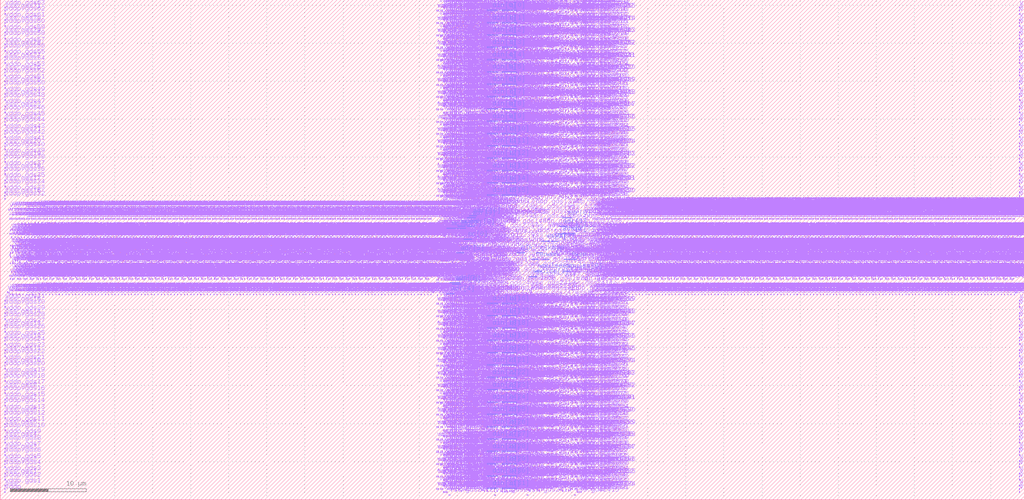
<source format=lef>
### Tool : gds2rh
### RedHawk Version : 19.1.7p1 RHEL6
### Vendor : Apache Design, Inc. A Subsidiary of ANSYS, Inc. 
### Date : Mar 02 2019, 00:03:14 

### Date generated : Wed Sep 14 15:57:18 2022
 
### Command : gds2rh -m /nfs/an/disks/an_mos_scratch01/mos/prod/runs/c224uhdlpsprf-ext-version-r1-0-1/r641700_00_00/r641700_00_00/avm/rv_avm/gds2rh_options_onstate.txt

VERSION 5.5 ;
NAMESCASESENSITIVE ON ;
DIVIDERCHAR "/" ;
BUSBITCHARS "[]" ;
MACRO ip224uhdlp1p11rf_2048x32m4b2c1s0_t0r0p0d0a1m1h_APACHECELL
 ORIGIN 0.000000 0.000000 ;
 SIZE 134.396000 BY 65.700000 ;
 PIN vddp
 DIRECTION INPUT ;
 USE POWER ;
 PORT
 LAYER m1 ;
 RECT 0.582000 0.935000 0.650000 1.135000 ;
 END
 END vddp
 PIN vddp.gds1
 DIRECTION INOUT ;
 USE POWER ;
 PORT
 LAYER m1 ;
 RECT 0.582000 1.745000 0.650000 1.945000 ;
 END
 END vddp.gds1
 PIN vddp.gds2
 DIRECTION INOUT ;
 USE POWER ;
 PORT
 LAYER m1 ;
 RECT 0.582000 2.555000 0.650000 2.755000 ;
 END
 END vddp.gds2
 PIN vddp.gds3
 DIRECTION INOUT ;
 USE POWER ;
 PORT
 LAYER m1 ;
 RECT 0.582000 3.365000 0.650000 3.565000 ;
 END
 END vddp.gds3
 PIN vddp.gds4
 DIRECTION INOUT ;
 USE POWER ;
 PORT
 LAYER m1 ;
 RECT 0.582000 4.175000 0.650000 4.375000 ;
 END
 END vddp.gds4
 PIN vddp.gds5
 DIRECTION INOUT ;
 USE POWER ;
 PORT
 LAYER m1 ;
 RECT 0.582000 4.985000 0.650000 5.185000 ;
 END
 END vddp.gds5
 PIN vddp.gds6
 DIRECTION INOUT ;
 USE POWER ;
 PORT
 LAYER m1 ;
 RECT 0.582000 5.795000 0.650000 5.995000 ;
 END
 END vddp.gds6
 PIN vddp.gds7
 DIRECTION INOUT ;
 USE POWER ;
 PORT
 LAYER m1 ;
 RECT 0.582000 6.605000 0.650000 6.805000 ;
 END
 END vddp.gds7
 PIN vddp.gds8
 DIRECTION INOUT ;
 USE POWER ;
 PORT
 LAYER m1 ;
 RECT 0.582000 7.415000 0.650000 7.615000 ;
 END
 END vddp.gds8
 PIN vddp.gds9
 DIRECTION INOUT ;
 USE POWER ;
 PORT
 LAYER m1 ;
 RECT 0.582000 8.225000 0.650000 8.425000 ;
 END
 END vddp.gds9
 PIN vddp.gds10
 DIRECTION INOUT ;
 USE POWER ;
 PORT
 LAYER m1 ;
 RECT 0.582000 9.035000 0.650000 9.235000 ;
 END
 END vddp.gds10
 PIN vddp.gds11
 DIRECTION INOUT ;
 USE POWER ;
 PORT
 LAYER m1 ;
 RECT 0.582000 9.845000 0.650000 10.045000 ;
 END
 END vddp.gds11
 PIN vddp.gds12
 DIRECTION INOUT ;
 USE POWER ;
 PORT
 LAYER m1 ;
 RECT 0.582000 10.655000 0.650000 10.855000 ;
 END
 END vddp.gds12
 PIN vddp.gds13
 DIRECTION INOUT ;
 USE POWER ;
 PORT
 LAYER m1 ;
 RECT 0.582000 11.465000 0.650000 11.665000 ;
 END
 END vddp.gds13
 PIN vddp.gds14
 DIRECTION INOUT ;
 USE POWER ;
 PORT
 LAYER m1 ;
 RECT 0.582000 12.275000 0.650000 12.475000 ;
 END
 END vddp.gds14
 PIN vddp.gds15
 DIRECTION INOUT ;
 USE POWER ;
 PORT
 LAYER m1 ;
 RECT 0.582000 13.085000 0.650000 13.285000 ;
 END
 END vddp.gds15
 PIN vddp.gds16
 DIRECTION INOUT ;
 USE POWER ;
 PORT
 LAYER m1 ;
 RECT 0.582000 13.895000 0.650000 14.095000 ;
 END
 END vddp.gds16
 PIN vddp.gds17
 DIRECTION INOUT ;
 USE POWER ;
 PORT
 LAYER m1 ;
 RECT 0.582000 14.705000 0.650000 14.905000 ;
 END
 END vddp.gds17
 PIN vddp.gds18
 DIRECTION INOUT ;
 USE POWER ;
 PORT
 LAYER m1 ;
 RECT 0.582000 15.515000 0.650000 15.715000 ;
 END
 END vddp.gds18
 PIN vddp.gds19
 DIRECTION INOUT ;
 USE POWER ;
 PORT
 LAYER m1 ;
 RECT 0.582000 16.325000 0.650000 16.525000 ;
 END
 END vddp.gds19
 PIN vddp.gds20
 DIRECTION INOUT ;
 USE POWER ;
 PORT
 LAYER m1 ;
 RECT 0.582000 17.135000 0.650000 17.335000 ;
 END
 END vddp.gds20
 PIN vddp.gds21
 DIRECTION INOUT ;
 USE POWER ;
 PORT
 LAYER m1 ;
 RECT 0.582000 17.945000 0.650000 18.145000 ;
 END
 END vddp.gds21
 PIN vddp.gds22
 DIRECTION INOUT ;
 USE POWER ;
 PORT
 LAYER m1 ;
 RECT 0.582000 18.755000 0.650000 18.955000 ;
 END
 END vddp.gds22
 PIN vddp.gds23
 DIRECTION INOUT ;
 USE POWER ;
 PORT
 LAYER m1 ;
 RECT 0.582000 19.565000 0.650000 19.765000 ;
 END
 END vddp.gds23
 PIN vddp.gds24
 DIRECTION INOUT ;
 USE POWER ;
 PORT
 LAYER m1 ;
 RECT 0.582000 20.375000 0.650000 20.575000 ;
 END
 END vddp.gds24
 PIN vddp.gds25
 DIRECTION INOUT ;
 USE POWER ;
 PORT
 LAYER m1 ;
 RECT 0.582000 21.185000 0.650000 21.385000 ;
 END
 END vddp.gds25
 PIN vddp.gds26
 DIRECTION INOUT ;
 USE POWER ;
 PORT
 LAYER m1 ;
 RECT 0.582000 21.995000 0.650000 22.195000 ;
 END
 END vddp.gds26
 PIN vddp.gds27
 DIRECTION INOUT ;
 USE POWER ;
 PORT
 LAYER m1 ;
 RECT 0.582000 22.805000 0.650000 23.005000 ;
 END
 END vddp.gds27
 PIN vddp.gds28
 DIRECTION INOUT ;
 USE POWER ;
 PORT
 LAYER m1 ;
 RECT 0.582000 23.615000 0.650000 23.815000 ;
 END
 END vddp.gds28
 PIN vddp.gds29
 DIRECTION INOUT ;
 USE POWER ;
 PORT
 LAYER m1 ;
 RECT 0.582000 24.425000 0.650000 24.625000 ;
 END
 END vddp.gds29
 PIN vddp.gds30
 DIRECTION INOUT ;
 USE POWER ;
 PORT
 LAYER m1 ;
 RECT 0.582000 25.235000 0.650000 25.435000 ;
 END
 END vddp.gds30
 PIN vddp.gds31
 DIRECTION INOUT ;
 USE POWER ;
 PORT
 LAYER m1 ;
 RECT 0.582000 26.045000 0.650000 26.245000 ;
 END
 END vddp.gds31
 PIN vddp.gds32
 DIRECTION INOUT ;
 USE POWER ;
 PORT
 LAYER m1 ;
 RECT 0.582000 39.455000 0.650000 39.655000 ;
 END
 END vddp.gds32
 PIN vddp.gds33
 DIRECTION INOUT ;
 USE POWER ;
 PORT
 LAYER m1 ;
 RECT 0.582000 40.265000 0.650000 40.465000 ;
 END
 END vddp.gds33
 PIN vddp.gds34
 DIRECTION INOUT ;
 USE POWER ;
 PORT
 LAYER m1 ;
 RECT 0.582000 41.075000 0.650000 41.275000 ;
 END
 END vddp.gds34
 PIN vddp.gds35
 DIRECTION INOUT ;
 USE POWER ;
 PORT
 LAYER m1 ;
 RECT 0.582000 41.885000 0.650000 42.085000 ;
 END
 END vddp.gds35
 PIN vddp.gds36
 DIRECTION INOUT ;
 USE POWER ;
 PORT
 LAYER m1 ;
 RECT 0.582000 42.695000 0.650000 42.895000 ;
 END
 END vddp.gds36
 PIN vddp.gds37
 DIRECTION INOUT ;
 USE POWER ;
 PORT
 LAYER m1 ;
 RECT 0.582000 43.505000 0.650000 43.705000 ;
 END
 END vddp.gds37
 PIN vddp.gds38
 DIRECTION INOUT ;
 USE POWER ;
 PORT
 LAYER m1 ;
 RECT 0.582000 44.315000 0.650000 44.515000 ;
 END
 END vddp.gds38
 PIN vddp.gds39
 DIRECTION INOUT ;
 USE POWER ;
 PORT
 LAYER m1 ;
 RECT 0.582000 45.125000 0.650000 45.325000 ;
 END
 END vddp.gds39
 PIN vddp.gds40
 DIRECTION INOUT ;
 USE POWER ;
 PORT
 LAYER m1 ;
 RECT 0.582000 45.935000 0.650000 46.135000 ;
 END
 END vddp.gds40
 PIN vddp.gds41
 DIRECTION INOUT ;
 USE POWER ;
 PORT
 LAYER m1 ;
 RECT 0.582000 46.745000 0.650000 46.945000 ;
 END
 END vddp.gds41
 PIN vddp.gds42
 DIRECTION INOUT ;
 USE POWER ;
 PORT
 LAYER m1 ;
 RECT 0.582000 47.555000 0.650000 47.755000 ;
 END
 END vddp.gds42
 PIN vddp.gds43
 DIRECTION INOUT ;
 USE POWER ;
 PORT
 LAYER m1 ;
 RECT 0.582000 48.365000 0.650000 48.565000 ;
 END
 END vddp.gds43
 PIN vddp.gds44
 DIRECTION INOUT ;
 USE POWER ;
 PORT
 LAYER m1 ;
 RECT 0.582000 49.175000 0.650000 49.375000 ;
 END
 END vddp.gds44
 PIN vddp.gds45
 DIRECTION INOUT ;
 USE POWER ;
 PORT
 LAYER m1 ;
 RECT 0.582000 49.985000 0.650000 50.185000 ;
 END
 END vddp.gds45
 PIN vddp.gds46
 DIRECTION INOUT ;
 USE POWER ;
 PORT
 LAYER m1 ;
 RECT 0.582000 50.795000 0.650000 50.995000 ;
 END
 END vddp.gds46
 PIN vddp.gds47
 DIRECTION INOUT ;
 USE POWER ;
 PORT
 LAYER m1 ;
 RECT 0.582000 51.605000 0.650000 51.805000 ;
 END
 END vddp.gds47
 PIN vddp.gds48
 DIRECTION INOUT ;
 USE POWER ;
 PORT
 LAYER m1 ;
 RECT 0.582000 52.415000 0.650000 52.615000 ;
 END
 END vddp.gds48
 PIN vddp.gds49
 DIRECTION INOUT ;
 USE POWER ;
 PORT
 LAYER m1 ;
 RECT 0.582000 53.225000 0.650000 53.425000 ;
 END
 END vddp.gds49
 PIN vddp.gds50
 DIRECTION INOUT ;
 USE POWER ;
 PORT
 LAYER m1 ;
 RECT 0.582000 54.035000 0.650000 54.235000 ;
 END
 END vddp.gds50
 PIN vddp.gds51
 DIRECTION INOUT ;
 USE POWER ;
 PORT
 LAYER m1 ;
 RECT 0.582000 54.845000 0.650000 55.045000 ;
 END
 END vddp.gds51
 PIN vddp.gds52
 DIRECTION INOUT ;
 USE POWER ;
 PORT
 LAYER m1 ;
 RECT 0.582000 55.655000 0.650000 55.855000 ;
 END
 END vddp.gds52
 PIN vddp.gds53
 DIRECTION INOUT ;
 USE POWER ;
 PORT
 LAYER m1 ;
 RECT 0.582000 56.465000 0.650000 56.665000 ;
 END
 END vddp.gds53
 PIN vddp.gds54
 DIRECTION INOUT ;
 USE POWER ;
 PORT
 LAYER m1 ;
 RECT 0.582000 57.275000 0.650000 57.475000 ;
 END
 END vddp.gds54
 PIN vddp.gds55
 DIRECTION INOUT ;
 USE POWER ;
 PORT
 LAYER m1 ;
 RECT 0.582000 58.085000 0.650000 58.285000 ;
 END
 END vddp.gds55
 PIN vddp.gds56
 DIRECTION INOUT ;
 USE POWER ;
 PORT
 LAYER m1 ;
 RECT 0.582000 58.895000 0.650000 59.095000 ;
 END
 END vddp.gds56
 PIN vddp.gds57
 DIRECTION INOUT ;
 USE POWER ;
 PORT
 LAYER m1 ;
 RECT 0.582000 59.705000 0.650000 59.905000 ;
 END
 END vddp.gds57
 PIN vddp.gds58
 DIRECTION INOUT ;
 USE POWER ;
 PORT
 LAYER m1 ;
 RECT 0.582000 60.515000 0.650000 60.715000 ;
 END
 END vddp.gds58
 PIN vddp.gds59
 DIRECTION INOUT ;
 USE POWER ;
 PORT
 LAYER m1 ;
 RECT 0.582000 61.325000 0.650000 61.525000 ;
 END
 END vddp.gds59
 PIN vddp.gds60
 DIRECTION INOUT ;
 USE POWER ;
 PORT
 LAYER m1 ;
 RECT 0.582000 62.135000 0.650000 62.335000 ;
 END
 END vddp.gds60
 PIN vddp.gds61
 DIRECTION INOUT ;
 USE POWER ;
 PORT
 LAYER m1 ;
 RECT 0.582000 62.945000 0.650000 63.145000 ;
 END
 END vddp.gds61
 PIN vddp.gds62
 DIRECTION INOUT ;
 USE POWER ;
 PORT
 LAYER m1 ;
 RECT 0.582000 63.755000 0.650000 63.955000 ;
 END
 END vddp.gds62
 PIN vddp.gds63
 DIRECTION INOUT ;
 USE POWER ;
 PORT
 LAYER m1 ;
 RECT 0.582000 64.565000 0.650000 64.765000 ;
 END
 END vddp.gds63
 PIN vddp.gds64
 DIRECTION INOUT ;
 USE POWER ;
 PORT
 LAYER m1 ;
 RECT 1.230000 32.120000 1.298000 32.320000 ;
 END
 END vddp.gds64
 PIN vddp.gds65
 DIRECTION INOUT ;
 USE POWER ;
 PORT
 LAYER m1 ;
 RECT 1.338000 28.961000 1.406000 29.161000 ;
 END
 END vddp.gds65
 PIN vddp.gds66
 DIRECTION INOUT ;
 USE POWER ;
 PORT
 LAYER m1 ;
 RECT 1.338000 32.369000 1.406000 32.569000 ;
 END
 END vddp.gds66
 PIN vddp.gds67
 DIRECTION INOUT ;
 USE POWER ;
 PORT
 LAYER m1 ;
 RECT 1.338000 35.279000 1.406000 35.479000 ;
 END
 END vddp.gds67
 PIN vddp.gds68
 DIRECTION INOUT ;
 USE POWER ;
 PORT
 LAYER m1 ;
 RECT 1.446000 29.837000 1.514000 30.037000 ;
 END
 END vddp.gds68
 PIN vddp.gds69
 DIRECTION INOUT ;
 USE POWER ;
 PORT
 LAYER m1 ;
 RECT 1.446000 34.403000 1.514000 34.603000 ;
 END
 END vddp.gds69
 PIN vddp.gds70
 DIRECTION INOUT ;
 USE POWER ;
 PORT
 LAYER m1 ;
 RECT 1.554000 32.369000 1.622000 32.569000 ;
 END
 END vddp.gds70
 PIN vddp.gds71
 DIRECTION INOUT ;
 USE POWER ;
 PORT
 LAYER m1 ;
 RECT 1.662000 30.043500 1.730000 30.243500 ;
 END
 END vddp.gds71
 PIN vddp.gds72
 DIRECTION INOUT ;
 USE POWER ;
 PORT
 LAYER m1 ;
 RECT 1.662000 34.196500 1.730000 34.396500 ;
 END
 END vddp.gds72
 PIN vddp.gds73
 DIRECTION INOUT ;
 USE POWER ;
 PORT
 LAYER m1 ;
 RECT 1.770000 28.961000 1.838000 29.161000 ;
 END
 END vddp.gds73
 PIN vddp.gds74
 DIRECTION INOUT ;
 USE POWER ;
 PORT
 LAYER m1 ;
 RECT 1.770000 35.279000 1.838000 35.479000 ;
 END
 END vddp.gds74
 PIN vddp.gds75
 DIRECTION INOUT ;
 USE POWER ;
 PORT
 LAYER m1 ;
 RECT 1.878000 29.837000 1.946000 30.037000 ;
 END
 END vddp.gds75
 PIN vddp.gds76
 DIRECTION INOUT ;
 USE POWER ;
 PORT
 LAYER m1 ;
 RECT 1.878000 31.457000 1.946000 31.657000 ;
 END
 END vddp.gds76
 PIN vddp.gds77
 DIRECTION INOUT ;
 USE POWER ;
 PORT
 LAYER m1 ;
 RECT 1.878000 32.783000 1.946000 32.983000 ;
 END
 END vddp.gds77
 PIN vddp.gds78
 DIRECTION INOUT ;
 USE POWER ;
 PORT
 LAYER m1 ;
 RECT 1.878000 34.403000 1.946000 34.603000 ;
 END
 END vddp.gds78
 PIN vddp.gds79
 DIRECTION INOUT ;
 USE POWER ;
 PORT
 LAYER m1 ;
 RECT 1.986000 31.295000 2.054000 31.495000 ;
 END
 END vddp.gds79
 PIN vddp.gds80
 DIRECTION INOUT ;
 USE POWER ;
 PORT
 LAYER m1 ;
 RECT 1.986000 32.561000 2.054000 32.761000 ;
 END
 END vddp.gds80
 PIN vddp.gds81
 DIRECTION INOUT ;
 USE POWER ;
 PORT
 LAYER m1 ;
 RECT 2.094000 30.043500 2.162000 30.243500 ;
 END
 END vddp.gds81
 PIN vddp.gds82
 DIRECTION INOUT ;
 USE POWER ;
 PORT
 LAYER m1 ;
 RECT 2.094000 32.120000 2.162000 32.320000 ;
 END
 END vddp.gds82
 PIN vddp.gds83
 DIRECTION INOUT ;
 USE POWER ;
 PORT
 LAYER m1 ;
 RECT 2.094000 34.196500 2.162000 34.396500 ;
 END
 END vddp.gds83
 PIN vddp.gds84
 DIRECTION INOUT ;
 USE POWER ;
 PORT
 LAYER m1 ;
 RECT 2.202000 28.961000 2.270000 29.161000 ;
 END
 END vddp.gds84
 PIN vddp.gds85
 DIRECTION INOUT ;
 USE POWER ;
 PORT
 LAYER m1 ;
 RECT 2.202000 31.295000 2.270000 31.495000 ;
 END
 END vddp.gds85
 PIN vddp.gds86
 DIRECTION INOUT ;
 USE POWER ;
 PORT
 LAYER m1 ;
 RECT 2.202000 32.561000 2.270000 32.761000 ;
 END
 END vddp.gds86
 PIN vddp.gds87
 DIRECTION INOUT ;
 USE POWER ;
 PORT
 LAYER m1 ;
 RECT 2.202000 35.279000 2.270000 35.479000 ;
 END
 END vddp.gds87
 PIN vddp.gds88
 DIRECTION INOUT ;
 USE POWER ;
 PORT
 LAYER m1 ;
 RECT 2.310000 29.837000 2.378000 30.037000 ;
 END
 END vddp.gds88
 PIN vddp.gds89
 DIRECTION INOUT ;
 USE POWER ;
 PORT
 LAYER m1 ;
 RECT 2.310000 31.457000 2.378000 31.657000 ;
 END
 END vddp.gds89
 PIN vddp.gds90
 DIRECTION INOUT ;
 USE POWER ;
 PORT
 LAYER m1 ;
 RECT 2.310000 32.783000 2.378000 32.983000 ;
 END
 END vddp.gds90
 PIN vddp.gds91
 DIRECTION INOUT ;
 USE POWER ;
 PORT
 LAYER m1 ;
 RECT 2.310000 34.403000 2.378000 34.603000 ;
 END
 END vddp.gds91
 PIN vddp.gds92
 DIRECTION INOUT ;
 USE POWER ;
 PORT
 LAYER m1 ;
 RECT 2.418000 32.369000 2.486000 32.569000 ;
 END
 END vddp.gds92
 PIN vddp.gds93
 DIRECTION INOUT ;
 USE POWER ;
 PORT
 LAYER m1 ;
 RECT 2.526000 30.043500 2.594000 30.243500 ;
 END
 END vddp.gds93
 PIN vddp.gds94
 DIRECTION INOUT ;
 USE POWER ;
 PORT
 LAYER m1 ;
 RECT 2.526000 34.196500 2.594000 34.396500 ;
 END
 END vddp.gds94
 PIN vddp.gds95
 DIRECTION INOUT ;
 USE POWER ;
 PORT
 LAYER m1 ;
 RECT 2.634000 28.961000 2.702000 29.161000 ;
 END
 END vddp.gds95
 PIN vddp.gds96
 DIRECTION INOUT ;
 USE POWER ;
 PORT
 LAYER m1 ;
 RECT 2.634000 35.279000 2.702000 35.479000 ;
 END
 END vddp.gds96
 PIN vddp.gds97
 DIRECTION INOUT ;
 USE POWER ;
 PORT
 LAYER m1 ;
 RECT 2.742000 29.837000 2.810000 30.037000 ;
 END
 END vddp.gds97
 PIN vddp.gds98
 DIRECTION INOUT ;
 USE POWER ;
 PORT
 LAYER m1 ;
 RECT 2.742000 34.403000 2.810000 34.603000 ;
 END
 END vddp.gds98
 PIN vddp.gds99
 DIRECTION INOUT ;
 USE POWER ;
 PORT
 LAYER m1 ;
 RECT 2.850000 32.369000 2.918000 32.569000 ;
 END
 END vddp.gds99
 PIN vddp.gds100
 DIRECTION INOUT ;
 USE POWER ;
 PORT
 LAYER m1 ;
 RECT 2.958000 32.120000 3.026000 32.320000 ;
 END
 END vddp.gds100
 PIN vddp.gds101
 DIRECTION INOUT ;
 USE POWER ;
 PORT
 LAYER m1 ;
 RECT 3.066000 28.961000 3.134000 29.161000 ;
 END
 END vddp.gds101
 PIN vddp.gds102
 DIRECTION INOUT ;
 USE POWER ;
 PORT
 LAYER m1 ;
 RECT 3.066000 32.369000 3.134000 32.569000 ;
 END
 END vddp.gds102
 PIN vddp.gds103
 DIRECTION INOUT ;
 USE POWER ;
 PORT
 LAYER m1 ;
 RECT 3.066000 35.279000 3.134000 35.479000 ;
 END
 END vddp.gds103
 PIN vddp.gds104
 DIRECTION INOUT ;
 USE POWER ;
 PORT
 LAYER m1 ;
 RECT 3.174000 29.837000 3.242000 30.037000 ;
 END
 END vddp.gds104
 PIN vddp.gds105
 DIRECTION INOUT ;
 USE POWER ;
 PORT
 LAYER m1 ;
 RECT 3.174000 34.403000 3.242000 34.603000 ;
 END
 END vddp.gds105
 PIN vddp.gds106
 DIRECTION INOUT ;
 USE POWER ;
 PORT
 LAYER m1 ;
 RECT 3.282000 32.369000 3.350000 32.569000 ;
 END
 END vddp.gds106
 PIN vddp.gds107
 DIRECTION INOUT ;
 USE POWER ;
 PORT
 LAYER m1 ;
 RECT 3.390000 30.043500 3.458000 30.243500 ;
 END
 END vddp.gds107
 PIN vddp.gds108
 DIRECTION INOUT ;
 USE POWER ;
 PORT
 LAYER m1 ;
 RECT 3.390000 34.196500 3.458000 34.396500 ;
 END
 END vddp.gds108
 PIN vddp.gds109
 DIRECTION INOUT ;
 USE POWER ;
 PORT
 LAYER m1 ;
 RECT 3.498000 28.961000 3.566000 29.161000 ;
 END
 END vddp.gds109
 PIN vddp.gds110
 DIRECTION INOUT ;
 USE POWER ;
 PORT
 LAYER m1 ;
 RECT 3.498000 35.279000 3.566000 35.479000 ;
 END
 END vddp.gds110
 PIN vddp.gds111
 DIRECTION INOUT ;
 USE POWER ;
 PORT
 LAYER m1 ;
 RECT 3.606000 29.837000 3.674000 30.037000 ;
 END
 END vddp.gds111
 PIN vddp.gds112
 DIRECTION INOUT ;
 USE POWER ;
 PORT
 LAYER m1 ;
 RECT 3.606000 31.457000 3.674000 31.657000 ;
 END
 END vddp.gds112
 PIN vddp.gds113
 DIRECTION INOUT ;
 USE POWER ;
 PORT
 LAYER m1 ;
 RECT 3.606000 32.783000 3.674000 32.983000 ;
 END
 END vddp.gds113
 PIN vddp.gds114
 DIRECTION INOUT ;
 USE POWER ;
 PORT
 LAYER m1 ;
 RECT 3.606000 34.403000 3.674000 34.603000 ;
 END
 END vddp.gds114
 PIN vddp.gds115
 DIRECTION INOUT ;
 USE POWER ;
 PORT
 LAYER m1 ;
 RECT 3.714000 31.295000 3.782000 31.495000 ;
 END
 END vddp.gds115
 PIN vddp.gds116
 DIRECTION INOUT ;
 USE POWER ;
 PORT
 LAYER m1 ;
 RECT 3.714000 32.561000 3.782000 32.761000 ;
 END
 END vddp.gds116
 PIN vddp.gds117
 DIRECTION INOUT ;
 USE POWER ;
 PORT
 LAYER m1 ;
 RECT 3.822000 30.043500 3.890000 30.243500 ;
 END
 END vddp.gds117
 PIN vddp.gds118
 DIRECTION INOUT ;
 USE POWER ;
 PORT
 LAYER m1 ;
 RECT 3.822000 32.120000 3.890000 32.320000 ;
 END
 END vddp.gds118
 PIN vddp.gds119
 DIRECTION INOUT ;
 USE POWER ;
 PORT
 LAYER m1 ;
 RECT 3.822000 34.196500 3.890000 34.396500 ;
 END
 END vddp.gds119
 PIN vddp.gds120
 DIRECTION INOUT ;
 USE POWER ;
 PORT
 LAYER m1 ;
 RECT 3.930000 28.961000 3.998000 29.161000 ;
 END
 END vddp.gds120
 PIN vddp.gds121
 DIRECTION INOUT ;
 USE POWER ;
 PORT
 LAYER m1 ;
 RECT 3.930000 31.295000 3.998000 31.495000 ;
 END
 END vddp.gds121
 PIN vddp.gds122
 DIRECTION INOUT ;
 USE POWER ;
 PORT
 LAYER m1 ;
 RECT 3.930000 32.561000 3.998000 32.761000 ;
 END
 END vddp.gds122
 PIN vddp.gds123
 DIRECTION INOUT ;
 USE POWER ;
 PORT
 LAYER m1 ;
 RECT 3.930000 35.279000 3.998000 35.479000 ;
 END
 END vddp.gds123
 PIN vddp.gds124
 DIRECTION INOUT ;
 USE POWER ;
 PORT
 LAYER m1 ;
 RECT 4.038000 29.837000 4.106000 30.037000 ;
 END
 END vddp.gds124
 PIN vddp.gds125
 DIRECTION INOUT ;
 USE POWER ;
 PORT
 LAYER m1 ;
 RECT 4.038000 31.457000 4.106000 31.657000 ;
 END
 END vddp.gds125
 PIN vddp.gds126
 DIRECTION INOUT ;
 USE POWER ;
 PORT
 LAYER m1 ;
 RECT 4.038000 32.783000 4.106000 32.983000 ;
 END
 END vddp.gds126
 PIN vddp.gds127
 DIRECTION INOUT ;
 USE POWER ;
 PORT
 LAYER m1 ;
 RECT 4.038000 34.403000 4.106000 34.603000 ;
 END
 END vddp.gds127
 PIN vddp.gds128
 DIRECTION INOUT ;
 USE POWER ;
 PORT
 LAYER m1 ;
 RECT 4.146000 32.369000 4.214000 32.569000 ;
 END
 END vddp.gds128
 PIN vddp.gds129
 DIRECTION INOUT ;
 USE POWER ;
 PORT
 LAYER m1 ;
 RECT 4.254000 30.043500 4.322000 30.243500 ;
 END
 END vddp.gds129
 PIN vddp.gds130
 DIRECTION INOUT ;
 USE POWER ;
 PORT
 LAYER m1 ;
 RECT 4.254000 34.196500 4.322000 34.396500 ;
 END
 END vddp.gds130
 PIN vddp.gds131
 DIRECTION INOUT ;
 USE POWER ;
 PORT
 LAYER m1 ;
 RECT 4.362000 28.961000 4.430000 29.161000 ;
 END
 END vddp.gds131
 PIN vddp.gds132
 DIRECTION INOUT ;
 USE POWER ;
 PORT
 LAYER m1 ;
 RECT 4.362000 35.279000 4.430000 35.479000 ;
 END
 END vddp.gds132
 PIN vddp.gds133
 DIRECTION INOUT ;
 USE POWER ;
 PORT
 LAYER m1 ;
 RECT 4.470000 29.837000 4.538000 30.037000 ;
 END
 END vddp.gds133
 PIN vddp.gds134
 DIRECTION INOUT ;
 USE POWER ;
 PORT
 LAYER m1 ;
 RECT 4.470000 34.403000 4.538000 34.603000 ;
 END
 END vddp.gds134
 PIN vddp.gds135
 DIRECTION INOUT ;
 USE POWER ;
 PORT
 LAYER m1 ;
 RECT 4.578000 32.369000 4.646000 32.569000 ;
 END
 END vddp.gds135
 PIN vddp.gds136
 DIRECTION INOUT ;
 USE POWER ;
 PORT
 LAYER m1 ;
 RECT 4.686000 32.120000 4.754000 32.320000 ;
 END
 END vddp.gds136
 PIN vddp.gds137
 DIRECTION INOUT ;
 USE POWER ;
 PORT
 LAYER m1 ;
 RECT 4.794000 28.961000 4.862000 29.161000 ;
 END
 END vddp.gds137
 PIN vddp.gds138
 DIRECTION INOUT ;
 USE POWER ;
 PORT
 LAYER m1 ;
 RECT 4.794000 32.369000 4.862000 32.569000 ;
 END
 END vddp.gds138
 PIN vddp.gds139
 DIRECTION INOUT ;
 USE POWER ;
 PORT
 LAYER m1 ;
 RECT 4.794000 35.279000 4.862000 35.479000 ;
 END
 END vddp.gds139
 PIN vddp.gds140
 DIRECTION INOUT ;
 USE POWER ;
 PORT
 LAYER m1 ;
 RECT 4.902000 29.837000 4.970000 30.037000 ;
 END
 END vddp.gds140
 PIN vddp.gds141
 DIRECTION INOUT ;
 USE POWER ;
 PORT
 LAYER m1 ;
 RECT 4.902000 34.403000 4.970000 34.603000 ;
 END
 END vddp.gds141
 PIN vddp.gds142
 DIRECTION INOUT ;
 USE POWER ;
 PORT
 LAYER m1 ;
 RECT 5.010000 32.369000 5.078000 32.569000 ;
 END
 END vddp.gds142
 PIN vddp.gds143
 DIRECTION INOUT ;
 USE POWER ;
 PORT
 LAYER m1 ;
 RECT 5.118000 30.043500 5.186000 30.243500 ;
 END
 END vddp.gds143
 PIN vddp.gds144
 DIRECTION INOUT ;
 USE POWER ;
 PORT
 LAYER m1 ;
 RECT 5.118000 34.196500 5.186000 34.396500 ;
 END
 END vddp.gds144
 PIN vddp.gds145
 DIRECTION INOUT ;
 USE POWER ;
 PORT
 LAYER m1 ;
 RECT 5.226000 28.961000 5.294000 29.161000 ;
 END
 END vddp.gds145
 PIN vddp.gds146
 DIRECTION INOUT ;
 USE POWER ;
 PORT
 LAYER m1 ;
 RECT 5.226000 35.279000 5.294000 35.479000 ;
 END
 END vddp.gds146
 PIN vddp.gds147
 DIRECTION INOUT ;
 USE POWER ;
 PORT
 LAYER m1 ;
 RECT 5.334000 29.837000 5.402000 30.037000 ;
 END
 END vddp.gds147
 PIN vddp.gds148
 DIRECTION INOUT ;
 USE POWER ;
 PORT
 LAYER m1 ;
 RECT 5.334000 31.457000 5.402000 31.657000 ;
 END
 END vddp.gds148
 PIN vddp.gds149
 DIRECTION INOUT ;
 USE POWER ;
 PORT
 LAYER m1 ;
 RECT 5.334000 32.783000 5.402000 32.983000 ;
 END
 END vddp.gds149
 PIN vddp.gds150
 DIRECTION INOUT ;
 USE POWER ;
 PORT
 LAYER m1 ;
 RECT 5.334000 34.403000 5.402000 34.603000 ;
 END
 END vddp.gds150
 PIN vddp.gds151
 DIRECTION INOUT ;
 USE POWER ;
 PORT
 LAYER m1 ;
 RECT 5.442000 31.295000 5.510000 31.495000 ;
 END
 END vddp.gds151
 PIN vddp.gds152
 DIRECTION INOUT ;
 USE POWER ;
 PORT
 LAYER m1 ;
 RECT 5.442000 32.561000 5.510000 32.761000 ;
 END
 END vddp.gds152
 PIN vddp.gds153
 DIRECTION INOUT ;
 USE POWER ;
 PORT
 LAYER m1 ;
 RECT 5.550000 30.043500 5.618000 30.243500 ;
 END
 END vddp.gds153
 PIN vddp.gds154
 DIRECTION INOUT ;
 USE POWER ;
 PORT
 LAYER m1 ;
 RECT 5.550000 32.120000 5.618000 32.320000 ;
 END
 END vddp.gds154
 PIN vddp.gds155
 DIRECTION INOUT ;
 USE POWER ;
 PORT
 LAYER m1 ;
 RECT 5.550000 34.196500 5.618000 34.396500 ;
 END
 END vddp.gds155
 PIN vddp.gds156
 DIRECTION INOUT ;
 USE POWER ;
 PORT
 LAYER m1 ;
 RECT 5.658000 28.961000 5.726000 29.161000 ;
 END
 END vddp.gds156
 PIN vddp.gds157
 DIRECTION INOUT ;
 USE POWER ;
 PORT
 LAYER m1 ;
 RECT 5.658000 31.295000 5.726000 31.495000 ;
 END
 END vddp.gds157
 PIN vddp.gds158
 DIRECTION INOUT ;
 USE POWER ;
 PORT
 LAYER m1 ;
 RECT 5.658000 32.561000 5.726000 32.761000 ;
 END
 END vddp.gds158
 PIN vddp.gds159
 DIRECTION INOUT ;
 USE POWER ;
 PORT
 LAYER m1 ;
 RECT 5.658000 35.279000 5.726000 35.479000 ;
 END
 END vddp.gds159
 PIN vddp.gds160
 DIRECTION INOUT ;
 USE POWER ;
 PORT
 LAYER m1 ;
 RECT 5.766000 29.837000 5.834000 30.037000 ;
 END
 END vddp.gds160
 PIN vddp.gds161
 DIRECTION INOUT ;
 USE POWER ;
 PORT
 LAYER m1 ;
 RECT 5.766000 31.457000 5.834000 31.657000 ;
 END
 END vddp.gds161
 PIN vddp.gds162
 DIRECTION INOUT ;
 USE POWER ;
 PORT
 LAYER m1 ;
 RECT 5.766000 32.783000 5.834000 32.983000 ;
 END
 END vddp.gds162
 PIN vddp.gds163
 DIRECTION INOUT ;
 USE POWER ;
 PORT
 LAYER m1 ;
 RECT 5.766000 34.403000 5.834000 34.603000 ;
 END
 END vddp.gds163
 PIN vddp.gds164
 DIRECTION INOUT ;
 USE POWER ;
 PORT
 LAYER m1 ;
 RECT 5.874000 32.369000 5.942000 32.569000 ;
 END
 END vddp.gds164
 PIN vddp.gds165
 DIRECTION INOUT ;
 USE POWER ;
 PORT
 LAYER m1 ;
 RECT 5.982000 30.043500 6.050000 30.243500 ;
 END
 END vddp.gds165
 PIN vddp.gds166
 DIRECTION INOUT ;
 USE POWER ;
 PORT
 LAYER m1 ;
 RECT 5.982000 34.196500 6.050000 34.396500 ;
 END
 END vddp.gds166
 PIN vddp.gds167
 DIRECTION INOUT ;
 USE POWER ;
 PORT
 LAYER m1 ;
 RECT 6.090000 28.961000 6.158000 29.161000 ;
 END
 END vddp.gds167
 PIN vddp.gds168
 DIRECTION INOUT ;
 USE POWER ;
 PORT
 LAYER m1 ;
 RECT 6.090000 35.279000 6.158000 35.479000 ;
 END
 END vddp.gds168
 PIN vddp.gds169
 DIRECTION INOUT ;
 USE POWER ;
 PORT
 LAYER m1 ;
 RECT 6.198000 29.837000 6.266000 30.037000 ;
 END
 END vddp.gds169
 PIN vddp.gds170
 DIRECTION INOUT ;
 USE POWER ;
 PORT
 LAYER m1 ;
 RECT 6.198000 34.403000 6.266000 34.603000 ;
 END
 END vddp.gds170
 PIN vddp.gds171
 DIRECTION INOUT ;
 USE POWER ;
 PORT
 LAYER m1 ;
 RECT 6.306000 32.369000 6.374000 32.569000 ;
 END
 END vddp.gds171
 PIN vddp.gds172
 DIRECTION INOUT ;
 USE POWER ;
 PORT
 LAYER m1 ;
 RECT 6.414000 32.120000 6.482000 32.320000 ;
 END
 END vddp.gds172
 PIN vddp.gds173
 DIRECTION INOUT ;
 USE POWER ;
 PORT
 LAYER m1 ;
 RECT 6.522000 28.961000 6.590000 29.161000 ;
 END
 END vddp.gds173
 PIN vddp.gds174
 DIRECTION INOUT ;
 USE POWER ;
 PORT
 LAYER m1 ;
 RECT 6.522000 32.369000 6.590000 32.569000 ;
 END
 END vddp.gds174
 PIN vddp.gds175
 DIRECTION INOUT ;
 USE POWER ;
 PORT
 LAYER m1 ;
 RECT 6.522000 35.279000 6.590000 35.479000 ;
 END
 END vddp.gds175
 PIN vddp.gds176
 DIRECTION INOUT ;
 USE POWER ;
 PORT
 LAYER m1 ;
 RECT 6.630000 29.837000 6.698000 30.037000 ;
 END
 END vddp.gds176
 PIN vddp.gds177
 DIRECTION INOUT ;
 USE POWER ;
 PORT
 LAYER m1 ;
 RECT 6.630000 34.403000 6.698000 34.603000 ;
 END
 END vddp.gds177
 PIN vddp.gds178
 DIRECTION INOUT ;
 USE POWER ;
 PORT
 LAYER m1 ;
 RECT 6.738000 32.369000 6.806000 32.569000 ;
 END
 END vddp.gds178
 PIN vddp.gds179
 DIRECTION INOUT ;
 USE POWER ;
 PORT
 LAYER m1 ;
 RECT 6.846000 30.043500 6.914000 30.243500 ;
 END
 END vddp.gds179
 PIN vddp.gds180
 DIRECTION INOUT ;
 USE POWER ;
 PORT
 LAYER m1 ;
 RECT 6.846000 34.196500 6.914000 34.396500 ;
 END
 END vddp.gds180
 PIN vddp.gds181
 DIRECTION INOUT ;
 USE POWER ;
 PORT
 LAYER m1 ;
 RECT 6.954000 28.961000 7.022000 29.161000 ;
 END
 END vddp.gds181
 PIN vddp.gds182
 DIRECTION INOUT ;
 USE POWER ;
 PORT
 LAYER m1 ;
 RECT 6.954000 35.279000 7.022000 35.479000 ;
 END
 END vddp.gds182
 PIN vddp.gds183
 DIRECTION INOUT ;
 USE POWER ;
 PORT
 LAYER m1 ;
 RECT 7.062000 29.837000 7.130000 30.037000 ;
 END
 END vddp.gds183
 PIN vddp.gds184
 DIRECTION INOUT ;
 USE POWER ;
 PORT
 LAYER m1 ;
 RECT 7.062000 31.457000 7.130000 31.657000 ;
 END
 END vddp.gds184
 PIN vddp.gds185
 DIRECTION INOUT ;
 USE POWER ;
 PORT
 LAYER m1 ;
 RECT 7.062000 32.783000 7.130000 32.983000 ;
 END
 END vddp.gds185
 PIN vddp.gds186
 DIRECTION INOUT ;
 USE POWER ;
 PORT
 LAYER m1 ;
 RECT 7.062000 34.403000 7.130000 34.603000 ;
 END
 END vddp.gds186
 PIN vddp.gds187
 DIRECTION INOUT ;
 USE POWER ;
 PORT
 LAYER m1 ;
 RECT 7.170000 31.295000 7.238000 31.495000 ;
 END
 END vddp.gds187
 PIN vddp.gds188
 DIRECTION INOUT ;
 USE POWER ;
 PORT
 LAYER m1 ;
 RECT 7.170000 32.561000 7.238000 32.761000 ;
 END
 END vddp.gds188
 PIN vddp.gds189
 DIRECTION INOUT ;
 USE POWER ;
 PORT
 LAYER m1 ;
 RECT 7.278000 30.043500 7.346000 30.243500 ;
 END
 END vddp.gds189
 PIN vddp.gds190
 DIRECTION INOUT ;
 USE POWER ;
 PORT
 LAYER m1 ;
 RECT 7.278000 32.120000 7.346000 32.320000 ;
 END
 END vddp.gds190
 PIN vddp.gds191
 DIRECTION INOUT ;
 USE POWER ;
 PORT
 LAYER m1 ;
 RECT 7.278000 34.196500 7.346000 34.396500 ;
 END
 END vddp.gds191
 PIN vddp.gds192
 DIRECTION INOUT ;
 USE POWER ;
 PORT
 LAYER m1 ;
 RECT 7.386000 28.961000 7.454000 29.161000 ;
 END
 END vddp.gds192
 PIN vddp.gds193
 DIRECTION INOUT ;
 USE POWER ;
 PORT
 LAYER m1 ;
 RECT 7.386000 31.295000 7.454000 31.495000 ;
 END
 END vddp.gds193
 PIN vddp.gds194
 DIRECTION INOUT ;
 USE POWER ;
 PORT
 LAYER m1 ;
 RECT 7.386000 32.561000 7.454000 32.761000 ;
 END
 END vddp.gds194
 PIN vddp.gds195
 DIRECTION INOUT ;
 USE POWER ;
 PORT
 LAYER m1 ;
 RECT 7.386000 35.279000 7.454000 35.479000 ;
 END
 END vddp.gds195
 PIN vddp.gds196
 DIRECTION INOUT ;
 USE POWER ;
 PORT
 LAYER m1 ;
 RECT 7.494000 29.837000 7.562000 30.037000 ;
 END
 END vddp.gds196
 PIN vddp.gds197
 DIRECTION INOUT ;
 USE POWER ;
 PORT
 LAYER m1 ;
 RECT 7.494000 31.457000 7.562000 31.657000 ;
 END
 END vddp.gds197
 PIN vddp.gds198
 DIRECTION INOUT ;
 USE POWER ;
 PORT
 LAYER m1 ;
 RECT 7.494000 32.783000 7.562000 32.983000 ;
 END
 END vddp.gds198
 PIN vddp.gds199
 DIRECTION INOUT ;
 USE POWER ;
 PORT
 LAYER m1 ;
 RECT 7.494000 34.403000 7.562000 34.603000 ;
 END
 END vddp.gds199
 PIN vddp.gds200
 DIRECTION INOUT ;
 USE POWER ;
 PORT
 LAYER m1 ;
 RECT 7.602000 32.369000 7.670000 32.569000 ;
 END
 END vddp.gds200
 PIN vddp.gds201
 DIRECTION INOUT ;
 USE POWER ;
 PORT
 LAYER m1 ;
 RECT 7.710000 30.043500 7.778000 30.243500 ;
 END
 END vddp.gds201
 PIN vddp.gds202
 DIRECTION INOUT ;
 USE POWER ;
 PORT
 LAYER m1 ;
 RECT 7.710000 34.196500 7.778000 34.396500 ;
 END
 END vddp.gds202
 PIN vddp.gds203
 DIRECTION INOUT ;
 USE POWER ;
 PORT
 LAYER m1 ;
 RECT 7.818000 28.961000 7.886000 29.161000 ;
 END
 END vddp.gds203
 PIN vddp.gds204
 DIRECTION INOUT ;
 USE POWER ;
 PORT
 LAYER m1 ;
 RECT 7.818000 35.279000 7.886000 35.479000 ;
 END
 END vddp.gds204
 PIN vddp.gds205
 DIRECTION INOUT ;
 USE POWER ;
 PORT
 LAYER m1 ;
 RECT 7.926000 29.837000 7.994000 30.037000 ;
 END
 END vddp.gds205
 PIN vddp.gds206
 DIRECTION INOUT ;
 USE POWER ;
 PORT
 LAYER m1 ;
 RECT 7.926000 34.403000 7.994000 34.603000 ;
 END
 END vddp.gds206
 PIN vddp.gds207
 DIRECTION INOUT ;
 USE POWER ;
 PORT
 LAYER m1 ;
 RECT 8.034000 32.369000 8.102000 32.569000 ;
 END
 END vddp.gds207
 PIN vddp.gds208
 DIRECTION INOUT ;
 USE POWER ;
 PORT
 LAYER m1 ;
 RECT 8.142000 32.120000 8.210000 32.320000 ;
 END
 END vddp.gds208
 PIN vddp.gds209
 DIRECTION INOUT ;
 USE POWER ;
 PORT
 LAYER m1 ;
 RECT 8.250000 28.961000 8.318000 29.161000 ;
 END
 END vddp.gds209
 PIN vddp.gds210
 DIRECTION INOUT ;
 USE POWER ;
 PORT
 LAYER m1 ;
 RECT 8.250000 32.369000 8.318000 32.569000 ;
 END
 END vddp.gds210
 PIN vddp.gds211
 DIRECTION INOUT ;
 USE POWER ;
 PORT
 LAYER m1 ;
 RECT 8.250000 35.279000 8.318000 35.479000 ;
 END
 END vddp.gds211
 PIN vddp.gds212
 DIRECTION INOUT ;
 USE POWER ;
 PORT
 LAYER m1 ;
 RECT 8.358000 29.837000 8.426000 30.037000 ;
 END
 END vddp.gds212
 PIN vddp.gds213
 DIRECTION INOUT ;
 USE POWER ;
 PORT
 LAYER m1 ;
 RECT 8.358000 34.403000 8.426000 34.603000 ;
 END
 END vddp.gds213
 PIN vddp.gds214
 DIRECTION INOUT ;
 USE POWER ;
 PORT
 LAYER m1 ;
 RECT 8.466000 32.369000 8.534000 32.569000 ;
 END
 END vddp.gds214
 PIN vddp.gds215
 DIRECTION INOUT ;
 USE POWER ;
 PORT
 LAYER m1 ;
 RECT 8.574000 30.043500 8.642000 30.243500 ;
 END
 END vddp.gds215
 PIN vddp.gds216
 DIRECTION INOUT ;
 USE POWER ;
 PORT
 LAYER m1 ;
 RECT 8.574000 34.196500 8.642000 34.396500 ;
 END
 END vddp.gds216
 PIN vddp.gds217
 DIRECTION INOUT ;
 USE POWER ;
 PORT
 LAYER m1 ;
 RECT 8.682000 28.961000 8.750000 29.161000 ;
 END
 END vddp.gds217
 PIN vddp.gds218
 DIRECTION INOUT ;
 USE POWER ;
 PORT
 LAYER m1 ;
 RECT 8.682000 35.279000 8.750000 35.479000 ;
 END
 END vddp.gds218
 PIN vddp.gds219
 DIRECTION INOUT ;
 USE POWER ;
 PORT
 LAYER m1 ;
 RECT 8.790000 29.837000 8.858000 30.037000 ;
 END
 END vddp.gds219
 PIN vddp.gds220
 DIRECTION INOUT ;
 USE POWER ;
 PORT
 LAYER m1 ;
 RECT 8.790000 31.457000 8.858000 31.657000 ;
 END
 END vddp.gds220
 PIN vddp.gds221
 DIRECTION INOUT ;
 USE POWER ;
 PORT
 LAYER m1 ;
 RECT 8.790000 32.783000 8.858000 32.983000 ;
 END
 END vddp.gds221
 PIN vddp.gds222
 DIRECTION INOUT ;
 USE POWER ;
 PORT
 LAYER m1 ;
 RECT 8.790000 34.403000 8.858000 34.603000 ;
 END
 END vddp.gds222
 PIN vddp.gds223
 DIRECTION INOUT ;
 USE POWER ;
 PORT
 LAYER m1 ;
 RECT 8.898000 31.295000 8.966000 31.495000 ;
 END
 END vddp.gds223
 PIN vddp.gds224
 DIRECTION INOUT ;
 USE POWER ;
 PORT
 LAYER m1 ;
 RECT 8.898000 32.561000 8.966000 32.761000 ;
 END
 END vddp.gds224
 PIN vddp.gds225
 DIRECTION INOUT ;
 USE POWER ;
 PORT
 LAYER m1 ;
 RECT 9.006000 30.043500 9.074000 30.243500 ;
 END
 END vddp.gds225
 PIN vddp.gds226
 DIRECTION INOUT ;
 USE POWER ;
 PORT
 LAYER m1 ;
 RECT 9.006000 32.120000 9.074000 32.320000 ;
 END
 END vddp.gds226
 PIN vddp.gds227
 DIRECTION INOUT ;
 USE POWER ;
 PORT
 LAYER m1 ;
 RECT 9.006000 34.196500 9.074000 34.396500 ;
 END
 END vddp.gds227
 PIN vddp.gds228
 DIRECTION INOUT ;
 USE POWER ;
 PORT
 LAYER m1 ;
 RECT 9.114000 28.961000 9.182000 29.161000 ;
 END
 END vddp.gds228
 PIN vddp.gds229
 DIRECTION INOUT ;
 USE POWER ;
 PORT
 LAYER m1 ;
 RECT 9.114000 31.295000 9.182000 31.495000 ;
 END
 END vddp.gds229
 PIN vddp.gds230
 DIRECTION INOUT ;
 USE POWER ;
 PORT
 LAYER m1 ;
 RECT 9.114000 32.561000 9.182000 32.761000 ;
 END
 END vddp.gds230
 PIN vddp.gds231
 DIRECTION INOUT ;
 USE POWER ;
 PORT
 LAYER m1 ;
 RECT 9.114000 35.279000 9.182000 35.479000 ;
 END
 END vddp.gds231
 PIN vddp.gds232
 DIRECTION INOUT ;
 USE POWER ;
 PORT
 LAYER m1 ;
 RECT 9.222000 29.837000 9.290000 30.037000 ;
 END
 END vddp.gds232
 PIN vddp.gds233
 DIRECTION INOUT ;
 USE POWER ;
 PORT
 LAYER m1 ;
 RECT 9.222000 31.457000 9.290000 31.657000 ;
 END
 END vddp.gds233
 PIN vddp.gds234
 DIRECTION INOUT ;
 USE POWER ;
 PORT
 LAYER m1 ;
 RECT 9.222000 32.783000 9.290000 32.983000 ;
 END
 END vddp.gds234
 PIN vddp.gds235
 DIRECTION INOUT ;
 USE POWER ;
 PORT
 LAYER m1 ;
 RECT 9.222000 34.403000 9.290000 34.603000 ;
 END
 END vddp.gds235
 PIN vddp.gds236
 DIRECTION INOUT ;
 USE POWER ;
 PORT
 LAYER m1 ;
 RECT 9.330000 32.369000 9.398000 32.569000 ;
 END
 END vddp.gds236
 PIN vddp.gds237
 DIRECTION INOUT ;
 USE POWER ;
 PORT
 LAYER m1 ;
 RECT 9.438000 30.043500 9.506000 30.243500 ;
 END
 END vddp.gds237
 PIN vddp.gds238
 DIRECTION INOUT ;
 USE POWER ;
 PORT
 LAYER m1 ;
 RECT 9.438000 34.196500 9.506000 34.396500 ;
 END
 END vddp.gds238
 PIN vddp.gds239
 DIRECTION INOUT ;
 USE POWER ;
 PORT
 LAYER m1 ;
 RECT 9.546000 28.961000 9.614000 29.161000 ;
 END
 END vddp.gds239
 PIN vddp.gds240
 DIRECTION INOUT ;
 USE POWER ;
 PORT
 LAYER m1 ;
 RECT 9.546000 35.279000 9.614000 35.479000 ;
 END
 END vddp.gds240
 PIN vddp.gds241
 DIRECTION INOUT ;
 USE POWER ;
 PORT
 LAYER m1 ;
 RECT 9.654000 29.837000 9.722000 30.037000 ;
 END
 END vddp.gds241
 PIN vddp.gds242
 DIRECTION INOUT ;
 USE POWER ;
 PORT
 LAYER m1 ;
 RECT 9.654000 34.403000 9.722000 34.603000 ;
 END
 END vddp.gds242
 PIN vddp.gds243
 DIRECTION INOUT ;
 USE POWER ;
 PORT
 LAYER m1 ;
 RECT 9.762000 32.369000 9.830000 32.569000 ;
 END
 END vddp.gds243
 PIN vddp.gds244
 DIRECTION INOUT ;
 USE POWER ;
 PORT
 LAYER m1 ;
 RECT 9.870000 32.120000 9.938000 32.320000 ;
 END
 END vddp.gds244
 PIN vddp.gds245
 DIRECTION INOUT ;
 USE POWER ;
 PORT
 LAYER m1 ;
 RECT 9.978000 28.961000 10.046000 29.161000 ;
 END
 END vddp.gds245
 PIN vddp.gds246
 DIRECTION INOUT ;
 USE POWER ;
 PORT
 LAYER m1 ;
 RECT 9.978000 32.369000 10.046000 32.569000 ;
 END
 END vddp.gds246
 PIN vddp.gds247
 DIRECTION INOUT ;
 USE POWER ;
 PORT
 LAYER m1 ;
 RECT 9.978000 35.279000 10.046000 35.479000 ;
 END
 END vddp.gds247
 PIN vddp.gds248
 DIRECTION INOUT ;
 USE POWER ;
 PORT
 LAYER m1 ;
 RECT 10.086000 29.837000 10.154000 30.037000 ;
 END
 END vddp.gds248
 PIN vddp.gds249
 DIRECTION INOUT ;
 USE POWER ;
 PORT
 LAYER m1 ;
 RECT 10.086000 34.403000 10.154000 34.603000 ;
 END
 END vddp.gds249
 PIN vddp.gds250
 DIRECTION INOUT ;
 USE POWER ;
 PORT
 LAYER m1 ;
 RECT 10.194000 32.369000 10.262000 32.569000 ;
 END
 END vddp.gds250
 PIN vddp.gds251
 DIRECTION INOUT ;
 USE POWER ;
 PORT
 LAYER m1 ;
 RECT 10.302000 30.043500 10.370000 30.243500 ;
 END
 END vddp.gds251
 PIN vddp.gds252
 DIRECTION INOUT ;
 USE POWER ;
 PORT
 LAYER m1 ;
 RECT 10.302000 34.196500 10.370000 34.396500 ;
 END
 END vddp.gds252
 PIN vddp.gds253
 DIRECTION INOUT ;
 USE POWER ;
 PORT
 LAYER m1 ;
 RECT 10.410000 28.961000 10.478000 29.161000 ;
 END
 END vddp.gds253
 PIN vddp.gds254
 DIRECTION INOUT ;
 USE POWER ;
 PORT
 LAYER m1 ;
 RECT 10.410000 35.279000 10.478000 35.479000 ;
 END
 END vddp.gds254
 PIN vddp.gds255
 DIRECTION INOUT ;
 USE POWER ;
 PORT
 LAYER m1 ;
 RECT 10.518000 29.837000 10.586000 30.037000 ;
 END
 END vddp.gds255
 PIN vddp.gds256
 DIRECTION INOUT ;
 USE POWER ;
 PORT
 LAYER m1 ;
 RECT 10.518000 31.457000 10.586000 31.657000 ;
 END
 END vddp.gds256
 PIN vddp.gds257
 DIRECTION INOUT ;
 USE POWER ;
 PORT
 LAYER m1 ;
 RECT 10.518000 32.783000 10.586000 32.983000 ;
 END
 END vddp.gds257
 PIN vddp.gds258
 DIRECTION INOUT ;
 USE POWER ;
 PORT
 LAYER m1 ;
 RECT 10.518000 34.403000 10.586000 34.603000 ;
 END
 END vddp.gds258
 PIN vddp.gds259
 DIRECTION INOUT ;
 USE POWER ;
 PORT
 LAYER m1 ;
 RECT 10.626000 31.295000 10.694000 31.495000 ;
 END
 END vddp.gds259
 PIN vddp.gds260
 DIRECTION INOUT ;
 USE POWER ;
 PORT
 LAYER m1 ;
 RECT 10.626000 32.561000 10.694000 32.761000 ;
 END
 END vddp.gds260
 PIN vddp.gds261
 DIRECTION INOUT ;
 USE POWER ;
 PORT
 LAYER m1 ;
 RECT 10.734000 30.043500 10.802000 30.243500 ;
 END
 END vddp.gds261
 PIN vddp.gds262
 DIRECTION INOUT ;
 USE POWER ;
 PORT
 LAYER m1 ;
 RECT 10.734000 32.120000 10.802000 32.320000 ;
 END
 END vddp.gds262
 PIN vddp.gds263
 DIRECTION INOUT ;
 USE POWER ;
 PORT
 LAYER m1 ;
 RECT 10.734000 34.196500 10.802000 34.396500 ;
 END
 END vddp.gds263
 PIN vddp.gds264
 DIRECTION INOUT ;
 USE POWER ;
 PORT
 LAYER m1 ;
 RECT 10.842000 28.961000 10.910000 29.161000 ;
 END
 END vddp.gds264
 PIN vddp.gds265
 DIRECTION INOUT ;
 USE POWER ;
 PORT
 LAYER m1 ;
 RECT 10.842000 31.295000 10.910000 31.495000 ;
 END
 END vddp.gds265
 PIN vddp.gds266
 DIRECTION INOUT ;
 USE POWER ;
 PORT
 LAYER m1 ;
 RECT 10.842000 32.561000 10.910000 32.761000 ;
 END
 END vddp.gds266
 PIN vddp.gds267
 DIRECTION INOUT ;
 USE POWER ;
 PORT
 LAYER m1 ;
 RECT 10.842000 35.279000 10.910000 35.479000 ;
 END
 END vddp.gds267
 PIN vddp.gds268
 DIRECTION INOUT ;
 USE POWER ;
 PORT
 LAYER m1 ;
 RECT 10.950000 29.837000 11.018000 30.037000 ;
 END
 END vddp.gds268
 PIN vddp.gds269
 DIRECTION INOUT ;
 USE POWER ;
 PORT
 LAYER m1 ;
 RECT 10.950000 31.457000 11.018000 31.657000 ;
 END
 END vddp.gds269
 PIN vddp.gds270
 DIRECTION INOUT ;
 USE POWER ;
 PORT
 LAYER m1 ;
 RECT 10.950000 32.783000 11.018000 32.983000 ;
 END
 END vddp.gds270
 PIN vddp.gds271
 DIRECTION INOUT ;
 USE POWER ;
 PORT
 LAYER m1 ;
 RECT 10.950000 34.403000 11.018000 34.603000 ;
 END
 END vddp.gds271
 PIN vddp.gds272
 DIRECTION INOUT ;
 USE POWER ;
 PORT
 LAYER m1 ;
 RECT 11.058000 32.369000 11.126000 32.569000 ;
 END
 END vddp.gds272
 PIN vddp.gds273
 DIRECTION INOUT ;
 USE POWER ;
 PORT
 LAYER m1 ;
 RECT 11.166000 30.043500 11.234000 30.243500 ;
 END
 END vddp.gds273
 PIN vddp.gds274
 DIRECTION INOUT ;
 USE POWER ;
 PORT
 LAYER m1 ;
 RECT 11.166000 34.196500 11.234000 34.396500 ;
 END
 END vddp.gds274
 PIN vddp.gds275
 DIRECTION INOUT ;
 USE POWER ;
 PORT
 LAYER m1 ;
 RECT 11.274000 28.961000 11.342000 29.161000 ;
 END
 END vddp.gds275
 PIN vddp.gds276
 DIRECTION INOUT ;
 USE POWER ;
 PORT
 LAYER m1 ;
 RECT 11.274000 35.279000 11.342000 35.479000 ;
 END
 END vddp.gds276
 PIN vddp.gds277
 DIRECTION INOUT ;
 USE POWER ;
 PORT
 LAYER m1 ;
 RECT 11.382000 29.837000 11.450000 30.037000 ;
 END
 END vddp.gds277
 PIN vddp.gds278
 DIRECTION INOUT ;
 USE POWER ;
 PORT
 LAYER m1 ;
 RECT 11.382000 34.403000 11.450000 34.603000 ;
 END
 END vddp.gds278
 PIN vddp.gds279
 DIRECTION INOUT ;
 USE POWER ;
 PORT
 LAYER m1 ;
 RECT 11.490000 32.369000 11.558000 32.569000 ;
 END
 END vddp.gds279
 PIN vddp.gds280
 DIRECTION INOUT ;
 USE POWER ;
 PORT
 LAYER m1 ;
 RECT 11.598000 32.120000 11.666000 32.320000 ;
 END
 END vddp.gds280
 PIN vddp.gds281
 DIRECTION INOUT ;
 USE POWER ;
 PORT
 LAYER m1 ;
 RECT 11.706000 28.961000 11.774000 29.161000 ;
 END
 END vddp.gds281
 PIN vddp.gds282
 DIRECTION INOUT ;
 USE POWER ;
 PORT
 LAYER m1 ;
 RECT 11.706000 32.369000 11.774000 32.569000 ;
 END
 END vddp.gds282
 PIN vddp.gds283
 DIRECTION INOUT ;
 USE POWER ;
 PORT
 LAYER m1 ;
 RECT 11.706000 35.279000 11.774000 35.479000 ;
 END
 END vddp.gds283
 PIN vddp.gds284
 DIRECTION INOUT ;
 USE POWER ;
 PORT
 LAYER m1 ;
 RECT 11.814000 29.837000 11.882000 30.037000 ;
 END
 END vddp.gds284
 PIN vddp.gds285
 DIRECTION INOUT ;
 USE POWER ;
 PORT
 LAYER m1 ;
 RECT 11.814000 34.403000 11.882000 34.603000 ;
 END
 END vddp.gds285
 PIN vddp.gds286
 DIRECTION INOUT ;
 USE POWER ;
 PORT
 LAYER m1 ;
 RECT 11.922000 32.369000 11.990000 32.569000 ;
 END
 END vddp.gds286
 PIN vddp.gds287
 DIRECTION INOUT ;
 USE POWER ;
 PORT
 LAYER m1 ;
 RECT 12.030000 30.043500 12.098000 30.243500 ;
 END
 END vddp.gds287
 PIN vddp.gds288
 DIRECTION INOUT ;
 USE POWER ;
 PORT
 LAYER m1 ;
 RECT 12.030000 34.196500 12.098000 34.396500 ;
 END
 END vddp.gds288
 PIN vddp.gds289
 DIRECTION INOUT ;
 USE POWER ;
 PORT
 LAYER m1 ;
 RECT 12.138000 28.961000 12.206000 29.161000 ;
 END
 END vddp.gds289
 PIN vddp.gds290
 DIRECTION INOUT ;
 USE POWER ;
 PORT
 LAYER m1 ;
 RECT 12.138000 35.279000 12.206000 35.479000 ;
 END
 END vddp.gds290
 PIN vddp.gds291
 DIRECTION INOUT ;
 USE POWER ;
 PORT
 LAYER m1 ;
 RECT 12.246000 29.837000 12.314000 30.037000 ;
 END
 END vddp.gds291
 PIN vddp.gds292
 DIRECTION INOUT ;
 USE POWER ;
 PORT
 LAYER m1 ;
 RECT 12.246000 31.457000 12.314000 31.657000 ;
 END
 END vddp.gds292
 PIN vddp.gds293
 DIRECTION INOUT ;
 USE POWER ;
 PORT
 LAYER m1 ;
 RECT 12.246000 32.783000 12.314000 32.983000 ;
 END
 END vddp.gds293
 PIN vddp.gds294
 DIRECTION INOUT ;
 USE POWER ;
 PORT
 LAYER m1 ;
 RECT 12.246000 34.403000 12.314000 34.603000 ;
 END
 END vddp.gds294
 PIN vddp.gds295
 DIRECTION INOUT ;
 USE POWER ;
 PORT
 LAYER m1 ;
 RECT 12.354000 31.295000 12.422000 31.495000 ;
 END
 END vddp.gds295
 PIN vddp.gds296
 DIRECTION INOUT ;
 USE POWER ;
 PORT
 LAYER m1 ;
 RECT 12.354000 32.561000 12.422000 32.761000 ;
 END
 END vddp.gds296
 PIN vddp.gds297
 DIRECTION INOUT ;
 USE POWER ;
 PORT
 LAYER m1 ;
 RECT 12.462000 30.043500 12.530000 30.243500 ;
 END
 END vddp.gds297
 PIN vddp.gds298
 DIRECTION INOUT ;
 USE POWER ;
 PORT
 LAYER m1 ;
 RECT 12.462000 32.120000 12.530000 32.320000 ;
 END
 END vddp.gds298
 PIN vddp.gds299
 DIRECTION INOUT ;
 USE POWER ;
 PORT
 LAYER m1 ;
 RECT 12.462000 34.196500 12.530000 34.396500 ;
 END
 END vddp.gds299
 PIN vddp.gds300
 DIRECTION INOUT ;
 USE POWER ;
 PORT
 LAYER m1 ;
 RECT 12.570000 28.961000 12.638000 29.161000 ;
 END
 END vddp.gds300
 PIN vddp.gds301
 DIRECTION INOUT ;
 USE POWER ;
 PORT
 LAYER m1 ;
 RECT 12.570000 31.295000 12.638000 31.495000 ;
 END
 END vddp.gds301
 PIN vddp.gds302
 DIRECTION INOUT ;
 USE POWER ;
 PORT
 LAYER m1 ;
 RECT 12.570000 32.561000 12.638000 32.761000 ;
 END
 END vddp.gds302
 PIN vddp.gds303
 DIRECTION INOUT ;
 USE POWER ;
 PORT
 LAYER m1 ;
 RECT 12.570000 35.279000 12.638000 35.479000 ;
 END
 END vddp.gds303
 PIN vddp.gds304
 DIRECTION INOUT ;
 USE POWER ;
 PORT
 LAYER m1 ;
 RECT 12.678000 29.837000 12.746000 30.037000 ;
 END
 END vddp.gds304
 PIN vddp.gds305
 DIRECTION INOUT ;
 USE POWER ;
 PORT
 LAYER m1 ;
 RECT 12.678000 31.457000 12.746000 31.657000 ;
 END
 END vddp.gds305
 PIN vddp.gds306
 DIRECTION INOUT ;
 USE POWER ;
 PORT
 LAYER m1 ;
 RECT 12.678000 32.783000 12.746000 32.983000 ;
 END
 END vddp.gds306
 PIN vddp.gds307
 DIRECTION INOUT ;
 USE POWER ;
 PORT
 LAYER m1 ;
 RECT 12.678000 34.403000 12.746000 34.603000 ;
 END
 END vddp.gds307
 PIN vddp.gds308
 DIRECTION INOUT ;
 USE POWER ;
 PORT
 LAYER m1 ;
 RECT 12.786000 32.369000 12.854000 32.569000 ;
 END
 END vddp.gds308
 PIN vddp.gds309
 DIRECTION INOUT ;
 USE POWER ;
 PORT
 LAYER m1 ;
 RECT 12.894000 30.043500 12.962000 30.243500 ;
 END
 END vddp.gds309
 PIN vddp.gds310
 DIRECTION INOUT ;
 USE POWER ;
 PORT
 LAYER m1 ;
 RECT 12.894000 34.196500 12.962000 34.396500 ;
 END
 END vddp.gds310
 PIN vddp.gds311
 DIRECTION INOUT ;
 USE POWER ;
 PORT
 LAYER m1 ;
 RECT 13.002000 28.961000 13.070000 29.161000 ;
 END
 END vddp.gds311
 PIN vddp.gds312
 DIRECTION INOUT ;
 USE POWER ;
 PORT
 LAYER m1 ;
 RECT 13.002000 35.279000 13.070000 35.479000 ;
 END
 END vddp.gds312
 PIN vddp.gds313
 DIRECTION INOUT ;
 USE POWER ;
 PORT
 LAYER m1 ;
 RECT 13.110000 29.837000 13.178000 30.037000 ;
 END
 END vddp.gds313
 PIN vddp.gds314
 DIRECTION INOUT ;
 USE POWER ;
 PORT
 LAYER m1 ;
 RECT 13.110000 34.403000 13.178000 34.603000 ;
 END
 END vddp.gds314
 PIN vddp.gds315
 DIRECTION INOUT ;
 USE POWER ;
 PORT
 LAYER m1 ;
 RECT 13.218000 32.369000 13.286000 32.569000 ;
 END
 END vddp.gds315
 PIN vddp.gds316
 DIRECTION INOUT ;
 USE POWER ;
 PORT
 LAYER m1 ;
 RECT 13.326000 32.120000 13.394000 32.320000 ;
 END
 END vddp.gds316
 PIN vddp.gds317
 DIRECTION INOUT ;
 USE POWER ;
 PORT
 LAYER m1 ;
 RECT 13.434000 28.961000 13.502000 29.161000 ;
 END
 END vddp.gds317
 PIN vddp.gds318
 DIRECTION INOUT ;
 USE POWER ;
 PORT
 LAYER m1 ;
 RECT 13.434000 32.369000 13.502000 32.569000 ;
 END
 END vddp.gds318
 PIN vddp.gds319
 DIRECTION INOUT ;
 USE POWER ;
 PORT
 LAYER m1 ;
 RECT 13.434000 35.279000 13.502000 35.479000 ;
 END
 END vddp.gds319
 PIN vddp.gds320
 DIRECTION INOUT ;
 USE POWER ;
 PORT
 LAYER m1 ;
 RECT 13.542000 29.837000 13.610000 30.037000 ;
 END
 END vddp.gds320
 PIN vddp.gds321
 DIRECTION INOUT ;
 USE POWER ;
 PORT
 LAYER m1 ;
 RECT 13.542000 34.403000 13.610000 34.603000 ;
 END
 END vddp.gds321
 PIN vddp.gds322
 DIRECTION INOUT ;
 USE POWER ;
 PORT
 LAYER m1 ;
 RECT 13.650000 32.369000 13.718000 32.569000 ;
 END
 END vddp.gds322
 PIN vddp.gds323
 DIRECTION INOUT ;
 USE POWER ;
 PORT
 LAYER m1 ;
 RECT 13.758000 30.043500 13.826000 30.243500 ;
 END
 END vddp.gds323
 PIN vddp.gds324
 DIRECTION INOUT ;
 USE POWER ;
 PORT
 LAYER m1 ;
 RECT 13.758000 34.196500 13.826000 34.396500 ;
 END
 END vddp.gds324
 PIN vddp.gds325
 DIRECTION INOUT ;
 USE POWER ;
 PORT
 LAYER m1 ;
 RECT 13.866000 28.961000 13.934000 29.161000 ;
 END
 END vddp.gds325
 PIN vddp.gds326
 DIRECTION INOUT ;
 USE POWER ;
 PORT
 LAYER m1 ;
 RECT 13.866000 35.279000 13.934000 35.479000 ;
 END
 END vddp.gds326
 PIN vddp.gds327
 DIRECTION INOUT ;
 USE POWER ;
 PORT
 LAYER m1 ;
 RECT 13.974000 29.837000 14.042000 30.037000 ;
 END
 END vddp.gds327
 PIN vddp.gds328
 DIRECTION INOUT ;
 USE POWER ;
 PORT
 LAYER m1 ;
 RECT 13.974000 31.457000 14.042000 31.657000 ;
 END
 END vddp.gds328
 PIN vddp.gds329
 DIRECTION INOUT ;
 USE POWER ;
 PORT
 LAYER m1 ;
 RECT 13.974000 32.783000 14.042000 32.983000 ;
 END
 END vddp.gds329
 PIN vddp.gds330
 DIRECTION INOUT ;
 USE POWER ;
 PORT
 LAYER m1 ;
 RECT 13.974000 34.403000 14.042000 34.603000 ;
 END
 END vddp.gds330
 PIN vddp.gds331
 DIRECTION INOUT ;
 USE POWER ;
 PORT
 LAYER m1 ;
 RECT 14.082000 31.295000 14.150000 31.495000 ;
 END
 END vddp.gds331
 PIN vddp.gds332
 DIRECTION INOUT ;
 USE POWER ;
 PORT
 LAYER m1 ;
 RECT 14.082000 32.561000 14.150000 32.761000 ;
 END
 END vddp.gds332
 PIN vddp.gds333
 DIRECTION INOUT ;
 USE POWER ;
 PORT
 LAYER m1 ;
 RECT 14.190000 30.043500 14.258000 30.243500 ;
 END
 END vddp.gds333
 PIN vddp.gds334
 DIRECTION INOUT ;
 USE POWER ;
 PORT
 LAYER m1 ;
 RECT 14.190000 32.120000 14.258000 32.320000 ;
 END
 END vddp.gds334
 PIN vddp.gds335
 DIRECTION INOUT ;
 USE POWER ;
 PORT
 LAYER m1 ;
 RECT 14.190000 34.196500 14.258000 34.396500 ;
 END
 END vddp.gds335
 PIN vddp.gds336
 DIRECTION INOUT ;
 USE POWER ;
 PORT
 LAYER m1 ;
 RECT 14.298000 28.961000 14.366000 29.161000 ;
 END
 END vddp.gds336
 PIN vddp.gds337
 DIRECTION INOUT ;
 USE POWER ;
 PORT
 LAYER m1 ;
 RECT 14.298000 31.295000 14.366000 31.495000 ;
 END
 END vddp.gds337
 PIN vddp.gds338
 DIRECTION INOUT ;
 USE POWER ;
 PORT
 LAYER m1 ;
 RECT 14.298000 32.561000 14.366000 32.761000 ;
 END
 END vddp.gds338
 PIN vddp.gds339
 DIRECTION INOUT ;
 USE POWER ;
 PORT
 LAYER m1 ;
 RECT 14.298000 35.279000 14.366000 35.479000 ;
 END
 END vddp.gds339
 PIN vddp.gds340
 DIRECTION INOUT ;
 USE POWER ;
 PORT
 LAYER m1 ;
 RECT 14.406000 29.837000 14.474000 30.037000 ;
 END
 END vddp.gds340
 PIN vddp.gds341
 DIRECTION INOUT ;
 USE POWER ;
 PORT
 LAYER m1 ;
 RECT 14.406000 31.457000 14.474000 31.657000 ;
 END
 END vddp.gds341
 PIN vddp.gds342
 DIRECTION INOUT ;
 USE POWER ;
 PORT
 LAYER m1 ;
 RECT 14.406000 32.783000 14.474000 32.983000 ;
 END
 END vddp.gds342
 PIN vddp.gds343
 DIRECTION INOUT ;
 USE POWER ;
 PORT
 LAYER m1 ;
 RECT 14.406000 34.403000 14.474000 34.603000 ;
 END
 END vddp.gds343
 PIN vddp.gds344
 DIRECTION INOUT ;
 USE POWER ;
 PORT
 LAYER m1 ;
 RECT 14.514000 32.369000 14.582000 32.569000 ;
 END
 END vddp.gds344
 PIN vddp.gds345
 DIRECTION INOUT ;
 USE POWER ;
 PORT
 LAYER m1 ;
 RECT 14.622000 30.043500 14.690000 30.243500 ;
 END
 END vddp.gds345
 PIN vddp.gds346
 DIRECTION INOUT ;
 USE POWER ;
 PORT
 LAYER m1 ;
 RECT 14.622000 34.196500 14.690000 34.396500 ;
 END
 END vddp.gds346
 PIN vddp.gds347
 DIRECTION INOUT ;
 USE POWER ;
 PORT
 LAYER m1 ;
 RECT 14.730000 28.961000 14.798000 29.161000 ;
 END
 END vddp.gds347
 PIN vddp.gds348
 DIRECTION INOUT ;
 USE POWER ;
 PORT
 LAYER m1 ;
 RECT 14.730000 35.279000 14.798000 35.479000 ;
 END
 END vddp.gds348
 PIN vddp.gds349
 DIRECTION INOUT ;
 USE POWER ;
 PORT
 LAYER m1 ;
 RECT 14.838000 29.837000 14.906000 30.037000 ;
 END
 END vddp.gds349
 PIN vddp.gds350
 DIRECTION INOUT ;
 USE POWER ;
 PORT
 LAYER m1 ;
 RECT 14.838000 34.403000 14.906000 34.603000 ;
 END
 END vddp.gds350
 PIN vddp.gds351
 DIRECTION INOUT ;
 USE POWER ;
 PORT
 LAYER m1 ;
 RECT 14.946000 32.369000 15.014000 32.569000 ;
 END
 END vddp.gds351
 PIN vddp.gds352
 DIRECTION INOUT ;
 USE POWER ;
 PORT
 LAYER m1 ;
 RECT 15.054000 32.120000 15.122000 32.320000 ;
 END
 END vddp.gds352
 PIN vddp.gds353
 DIRECTION INOUT ;
 USE POWER ;
 PORT
 LAYER m1 ;
 RECT 15.162000 28.961000 15.230000 29.161000 ;
 END
 END vddp.gds353
 PIN vddp.gds354
 DIRECTION INOUT ;
 USE POWER ;
 PORT
 LAYER m1 ;
 RECT 15.162000 32.369000 15.230000 32.569000 ;
 END
 END vddp.gds354
 PIN vddp.gds355
 DIRECTION INOUT ;
 USE POWER ;
 PORT
 LAYER m1 ;
 RECT 15.162000 35.279000 15.230000 35.479000 ;
 END
 END vddp.gds355
 PIN vddp.gds356
 DIRECTION INOUT ;
 USE POWER ;
 PORT
 LAYER m1 ;
 RECT 15.270000 29.837000 15.338000 30.037000 ;
 END
 END vddp.gds356
 PIN vddp.gds357
 DIRECTION INOUT ;
 USE POWER ;
 PORT
 LAYER m1 ;
 RECT 15.270000 34.403000 15.338000 34.603000 ;
 END
 END vddp.gds357
 PIN vddp.gds358
 DIRECTION INOUT ;
 USE POWER ;
 PORT
 LAYER m1 ;
 RECT 15.378000 32.369000 15.446000 32.569000 ;
 END
 END vddp.gds358
 PIN vddp.gds359
 DIRECTION INOUT ;
 USE POWER ;
 PORT
 LAYER m1 ;
 RECT 15.486000 30.043500 15.554000 30.243500 ;
 END
 END vddp.gds359
 PIN vddp.gds360
 DIRECTION INOUT ;
 USE POWER ;
 PORT
 LAYER m1 ;
 RECT 15.486000 34.196500 15.554000 34.396500 ;
 END
 END vddp.gds360
 PIN vddp.gds361
 DIRECTION INOUT ;
 USE POWER ;
 PORT
 LAYER m1 ;
 RECT 15.594000 28.961000 15.662000 29.161000 ;
 END
 END vddp.gds361
 PIN vddp.gds362
 DIRECTION INOUT ;
 USE POWER ;
 PORT
 LAYER m1 ;
 RECT 15.594000 35.279000 15.662000 35.479000 ;
 END
 END vddp.gds362
 PIN vddp.gds363
 DIRECTION INOUT ;
 USE POWER ;
 PORT
 LAYER m1 ;
 RECT 15.702000 29.837000 15.770000 30.037000 ;
 END
 END vddp.gds363
 PIN vddp.gds364
 DIRECTION INOUT ;
 USE POWER ;
 PORT
 LAYER m1 ;
 RECT 15.702000 31.457000 15.770000 31.657000 ;
 END
 END vddp.gds364
 PIN vddp.gds365
 DIRECTION INOUT ;
 USE POWER ;
 PORT
 LAYER m1 ;
 RECT 15.702000 32.783000 15.770000 32.983000 ;
 END
 END vddp.gds365
 PIN vddp.gds366
 DIRECTION INOUT ;
 USE POWER ;
 PORT
 LAYER m1 ;
 RECT 15.702000 34.403000 15.770000 34.603000 ;
 END
 END vddp.gds366
 PIN vddp.gds367
 DIRECTION INOUT ;
 USE POWER ;
 PORT
 LAYER m1 ;
 RECT 15.810000 31.295000 15.878000 31.495000 ;
 END
 END vddp.gds367
 PIN vddp.gds368
 DIRECTION INOUT ;
 USE POWER ;
 PORT
 LAYER m1 ;
 RECT 15.810000 32.561000 15.878000 32.761000 ;
 END
 END vddp.gds368
 PIN vddp.gds369
 DIRECTION INOUT ;
 USE POWER ;
 PORT
 LAYER m1 ;
 RECT 15.918000 30.043500 15.986000 30.243500 ;
 END
 END vddp.gds369
 PIN vddp.gds370
 DIRECTION INOUT ;
 USE POWER ;
 PORT
 LAYER m1 ;
 RECT 15.918000 32.120000 15.986000 32.320000 ;
 END
 END vddp.gds370
 PIN vddp.gds371
 DIRECTION INOUT ;
 USE POWER ;
 PORT
 LAYER m1 ;
 RECT 15.918000 34.196500 15.986000 34.396500 ;
 END
 END vddp.gds371
 PIN vddp.gds372
 DIRECTION INOUT ;
 USE POWER ;
 PORT
 LAYER m1 ;
 RECT 16.026000 28.961000 16.094000 29.161000 ;
 END
 END vddp.gds372
 PIN vddp.gds373
 DIRECTION INOUT ;
 USE POWER ;
 PORT
 LAYER m1 ;
 RECT 16.026000 31.295000 16.094000 31.495000 ;
 END
 END vddp.gds373
 PIN vddp.gds374
 DIRECTION INOUT ;
 USE POWER ;
 PORT
 LAYER m1 ;
 RECT 16.026000 32.561000 16.094000 32.761000 ;
 END
 END vddp.gds374
 PIN vddp.gds375
 DIRECTION INOUT ;
 USE POWER ;
 PORT
 LAYER m1 ;
 RECT 16.026000 35.279000 16.094000 35.479000 ;
 END
 END vddp.gds375
 PIN vddp.gds376
 DIRECTION INOUT ;
 USE POWER ;
 PORT
 LAYER m1 ;
 RECT 16.134000 29.837000 16.202000 30.037000 ;
 END
 END vddp.gds376
 PIN vddp.gds377
 DIRECTION INOUT ;
 USE POWER ;
 PORT
 LAYER m1 ;
 RECT 16.134000 31.457000 16.202000 31.657000 ;
 END
 END vddp.gds377
 PIN vddp.gds378
 DIRECTION INOUT ;
 USE POWER ;
 PORT
 LAYER m1 ;
 RECT 16.134000 32.783000 16.202000 32.983000 ;
 END
 END vddp.gds378
 PIN vddp.gds379
 DIRECTION INOUT ;
 USE POWER ;
 PORT
 LAYER m1 ;
 RECT 16.134000 34.403000 16.202000 34.603000 ;
 END
 END vddp.gds379
 PIN vddp.gds380
 DIRECTION INOUT ;
 USE POWER ;
 PORT
 LAYER m1 ;
 RECT 16.242000 32.369000 16.310000 32.569000 ;
 END
 END vddp.gds380
 PIN vddp.gds381
 DIRECTION INOUT ;
 USE POWER ;
 PORT
 LAYER m1 ;
 RECT 16.350000 30.043500 16.418000 30.243500 ;
 END
 END vddp.gds381
 PIN vddp.gds382
 DIRECTION INOUT ;
 USE POWER ;
 PORT
 LAYER m1 ;
 RECT 16.350000 34.196500 16.418000 34.396500 ;
 END
 END vddp.gds382
 PIN vddp.gds383
 DIRECTION INOUT ;
 USE POWER ;
 PORT
 LAYER m1 ;
 RECT 16.458000 28.961000 16.526000 29.161000 ;
 END
 END vddp.gds383
 PIN vddp.gds384
 DIRECTION INOUT ;
 USE POWER ;
 PORT
 LAYER m1 ;
 RECT 16.458000 35.279000 16.526000 35.479000 ;
 END
 END vddp.gds384
 PIN vddp.gds385
 DIRECTION INOUT ;
 USE POWER ;
 PORT
 LAYER m1 ;
 RECT 16.566000 29.837000 16.634000 30.037000 ;
 END
 END vddp.gds385
 PIN vddp.gds386
 DIRECTION INOUT ;
 USE POWER ;
 PORT
 LAYER m1 ;
 RECT 16.566000 34.403000 16.634000 34.603000 ;
 END
 END vddp.gds386
 PIN vddp.gds387
 DIRECTION INOUT ;
 USE POWER ;
 PORT
 LAYER m1 ;
 RECT 16.674000 32.369000 16.742000 32.569000 ;
 END
 END vddp.gds387
 PIN vddp.gds388
 DIRECTION INOUT ;
 USE POWER ;
 PORT
 LAYER m1 ;
 RECT 16.782000 32.120000 16.850000 32.320000 ;
 END
 END vddp.gds388
 PIN vddp.gds389
 DIRECTION INOUT ;
 USE POWER ;
 PORT
 LAYER m1 ;
 RECT 16.890000 28.961000 16.958000 29.161000 ;
 END
 END vddp.gds389
 PIN vddp.gds390
 DIRECTION INOUT ;
 USE POWER ;
 PORT
 LAYER m1 ;
 RECT 16.890000 32.369000 16.958000 32.569000 ;
 END
 END vddp.gds390
 PIN vddp.gds391
 DIRECTION INOUT ;
 USE POWER ;
 PORT
 LAYER m1 ;
 RECT 16.890000 35.279000 16.958000 35.479000 ;
 END
 END vddp.gds391
 PIN vddp.gds392
 DIRECTION INOUT ;
 USE POWER ;
 PORT
 LAYER m1 ;
 RECT 16.998000 29.837000 17.066000 30.037000 ;
 END
 END vddp.gds392
 PIN vddp.gds393
 DIRECTION INOUT ;
 USE POWER ;
 PORT
 LAYER m1 ;
 RECT 16.998000 34.403000 17.066000 34.603000 ;
 END
 END vddp.gds393
 PIN vddp.gds394
 DIRECTION INOUT ;
 USE POWER ;
 PORT
 LAYER m1 ;
 RECT 17.106000 32.369000 17.174000 32.569000 ;
 END
 END vddp.gds394
 PIN vddp.gds395
 DIRECTION INOUT ;
 USE POWER ;
 PORT
 LAYER m1 ;
 RECT 17.214000 30.043500 17.282000 30.243500 ;
 END
 END vddp.gds395
 PIN vddp.gds396
 DIRECTION INOUT ;
 USE POWER ;
 PORT
 LAYER m1 ;
 RECT 17.214000 34.196500 17.282000 34.396500 ;
 END
 END vddp.gds396
 PIN vddp.gds397
 DIRECTION INOUT ;
 USE POWER ;
 PORT
 LAYER m1 ;
 RECT 17.322000 28.961000 17.390000 29.161000 ;
 END
 END vddp.gds397
 PIN vddp.gds398
 DIRECTION INOUT ;
 USE POWER ;
 PORT
 LAYER m1 ;
 RECT 17.322000 35.279000 17.390000 35.479000 ;
 END
 END vddp.gds398
 PIN vddp.gds399
 DIRECTION INOUT ;
 USE POWER ;
 PORT
 LAYER m1 ;
 RECT 17.430000 29.837000 17.498000 30.037000 ;
 END
 END vddp.gds399
 PIN vddp.gds400
 DIRECTION INOUT ;
 USE POWER ;
 PORT
 LAYER m1 ;
 RECT 17.430000 31.457000 17.498000 31.657000 ;
 END
 END vddp.gds400
 PIN vddp.gds401
 DIRECTION INOUT ;
 USE POWER ;
 PORT
 LAYER m1 ;
 RECT 17.430000 32.783000 17.498000 32.983000 ;
 END
 END vddp.gds401
 PIN vddp.gds402
 DIRECTION INOUT ;
 USE POWER ;
 PORT
 LAYER m1 ;
 RECT 17.430000 34.403000 17.498000 34.603000 ;
 END
 END vddp.gds402
 PIN vddp.gds403
 DIRECTION INOUT ;
 USE POWER ;
 PORT
 LAYER m1 ;
 RECT 17.538000 31.295000 17.606000 31.495000 ;
 END
 END vddp.gds403
 PIN vddp.gds404
 DIRECTION INOUT ;
 USE POWER ;
 PORT
 LAYER m1 ;
 RECT 17.538000 32.561000 17.606000 32.761000 ;
 END
 END vddp.gds404
 PIN vddp.gds405
 DIRECTION INOUT ;
 USE POWER ;
 PORT
 LAYER m1 ;
 RECT 17.646000 30.043500 17.714000 30.243500 ;
 END
 END vddp.gds405
 PIN vddp.gds406
 DIRECTION INOUT ;
 USE POWER ;
 PORT
 LAYER m1 ;
 RECT 17.646000 32.120000 17.714000 32.320000 ;
 END
 END vddp.gds406
 PIN vddp.gds407
 DIRECTION INOUT ;
 USE POWER ;
 PORT
 LAYER m1 ;
 RECT 17.646000 34.196500 17.714000 34.396500 ;
 END
 END vddp.gds407
 PIN vddp.gds408
 DIRECTION INOUT ;
 USE POWER ;
 PORT
 LAYER m1 ;
 RECT 17.754000 28.961000 17.822000 29.161000 ;
 END
 END vddp.gds408
 PIN vddp.gds409
 DIRECTION INOUT ;
 USE POWER ;
 PORT
 LAYER m1 ;
 RECT 17.754000 31.295000 17.822000 31.495000 ;
 END
 END vddp.gds409
 PIN vddp.gds410
 DIRECTION INOUT ;
 USE POWER ;
 PORT
 LAYER m1 ;
 RECT 17.754000 32.561000 17.822000 32.761000 ;
 END
 END vddp.gds410
 PIN vddp.gds411
 DIRECTION INOUT ;
 USE POWER ;
 PORT
 LAYER m1 ;
 RECT 17.754000 35.279000 17.822000 35.479000 ;
 END
 END vddp.gds411
 PIN vddp.gds412
 DIRECTION INOUT ;
 USE POWER ;
 PORT
 LAYER m1 ;
 RECT 17.862000 29.837000 17.930000 30.037000 ;
 END
 END vddp.gds412
 PIN vddp.gds413
 DIRECTION INOUT ;
 USE POWER ;
 PORT
 LAYER m1 ;
 RECT 17.862000 31.457000 17.930000 31.657000 ;
 END
 END vddp.gds413
 PIN vddp.gds414
 DIRECTION INOUT ;
 USE POWER ;
 PORT
 LAYER m1 ;
 RECT 17.862000 32.783000 17.930000 32.983000 ;
 END
 END vddp.gds414
 PIN vddp.gds415
 DIRECTION INOUT ;
 USE POWER ;
 PORT
 LAYER m1 ;
 RECT 17.862000 34.403000 17.930000 34.603000 ;
 END
 END vddp.gds415
 PIN vddp.gds416
 DIRECTION INOUT ;
 USE POWER ;
 PORT
 LAYER m1 ;
 RECT 17.970000 32.369000 18.038000 32.569000 ;
 END
 END vddp.gds416
 PIN vddp.gds417
 DIRECTION INOUT ;
 USE POWER ;
 PORT
 LAYER m1 ;
 RECT 18.078000 30.043500 18.146000 30.243500 ;
 END
 END vddp.gds417
 PIN vddp.gds418
 DIRECTION INOUT ;
 USE POWER ;
 PORT
 LAYER m1 ;
 RECT 18.078000 34.196500 18.146000 34.396500 ;
 END
 END vddp.gds418
 PIN vddp.gds419
 DIRECTION INOUT ;
 USE POWER ;
 PORT
 LAYER m1 ;
 RECT 18.186000 28.961000 18.254000 29.161000 ;
 END
 END vddp.gds419
 PIN vddp.gds420
 DIRECTION INOUT ;
 USE POWER ;
 PORT
 LAYER m1 ;
 RECT 18.186000 35.279000 18.254000 35.479000 ;
 END
 END vddp.gds420
 PIN vddp.gds421
 DIRECTION INOUT ;
 USE POWER ;
 PORT
 LAYER m1 ;
 RECT 18.294000 29.837000 18.362000 30.037000 ;
 END
 END vddp.gds421
 PIN vddp.gds422
 DIRECTION INOUT ;
 USE POWER ;
 PORT
 LAYER m1 ;
 RECT 18.294000 34.403000 18.362000 34.603000 ;
 END
 END vddp.gds422
 PIN vddp.gds423
 DIRECTION INOUT ;
 USE POWER ;
 PORT
 LAYER m1 ;
 RECT 18.402000 32.369000 18.470000 32.569000 ;
 END
 END vddp.gds423
 PIN vddp.gds424
 DIRECTION INOUT ;
 USE POWER ;
 PORT
 LAYER m1 ;
 RECT 18.510000 32.120000 18.578000 32.320000 ;
 END
 END vddp.gds424
 PIN vddp.gds425
 DIRECTION INOUT ;
 USE POWER ;
 PORT
 LAYER m1 ;
 RECT 18.618000 28.961000 18.686000 29.161000 ;
 END
 END vddp.gds425
 PIN vddp.gds426
 DIRECTION INOUT ;
 USE POWER ;
 PORT
 LAYER m1 ;
 RECT 18.618000 32.369000 18.686000 32.569000 ;
 END
 END vddp.gds426
 PIN vddp.gds427
 DIRECTION INOUT ;
 USE POWER ;
 PORT
 LAYER m1 ;
 RECT 18.618000 35.279000 18.686000 35.479000 ;
 END
 END vddp.gds427
 PIN vddp.gds428
 DIRECTION INOUT ;
 USE POWER ;
 PORT
 LAYER m1 ;
 RECT 18.726000 29.837000 18.794000 30.037000 ;
 END
 END vddp.gds428
 PIN vddp.gds429
 DIRECTION INOUT ;
 USE POWER ;
 PORT
 LAYER m1 ;
 RECT 18.726000 34.403000 18.794000 34.603000 ;
 END
 END vddp.gds429
 PIN vddp.gds430
 DIRECTION INOUT ;
 USE POWER ;
 PORT
 LAYER m1 ;
 RECT 18.834000 32.369000 18.902000 32.569000 ;
 END
 END vddp.gds430
 PIN vddp.gds431
 DIRECTION INOUT ;
 USE POWER ;
 PORT
 LAYER m1 ;
 RECT 18.942000 30.043500 19.010000 30.243500 ;
 END
 END vddp.gds431
 PIN vddp.gds432
 DIRECTION INOUT ;
 USE POWER ;
 PORT
 LAYER m1 ;
 RECT 18.942000 34.196500 19.010000 34.396500 ;
 END
 END vddp.gds432
 PIN vddp.gds433
 DIRECTION INOUT ;
 USE POWER ;
 PORT
 LAYER m1 ;
 RECT 19.050000 28.961000 19.118000 29.161000 ;
 END
 END vddp.gds433
 PIN vddp.gds434
 DIRECTION INOUT ;
 USE POWER ;
 PORT
 LAYER m1 ;
 RECT 19.050000 35.279000 19.118000 35.479000 ;
 END
 END vddp.gds434
 PIN vddp.gds435
 DIRECTION INOUT ;
 USE POWER ;
 PORT
 LAYER m1 ;
 RECT 19.158000 29.837000 19.226000 30.037000 ;
 END
 END vddp.gds435
 PIN vddp.gds436
 DIRECTION INOUT ;
 USE POWER ;
 PORT
 LAYER m1 ;
 RECT 19.158000 31.457000 19.226000 31.657000 ;
 END
 END vddp.gds436
 PIN vddp.gds437
 DIRECTION INOUT ;
 USE POWER ;
 PORT
 LAYER m1 ;
 RECT 19.158000 32.783000 19.226000 32.983000 ;
 END
 END vddp.gds437
 PIN vddp.gds438
 DIRECTION INOUT ;
 USE POWER ;
 PORT
 LAYER m1 ;
 RECT 19.158000 34.403000 19.226000 34.603000 ;
 END
 END vddp.gds438
 PIN vddp.gds439
 DIRECTION INOUT ;
 USE POWER ;
 PORT
 LAYER m1 ;
 RECT 19.266000 31.295000 19.334000 31.495000 ;
 END
 END vddp.gds439
 PIN vddp.gds440
 DIRECTION INOUT ;
 USE POWER ;
 PORT
 LAYER m1 ;
 RECT 19.266000 32.561000 19.334000 32.761000 ;
 END
 END vddp.gds440
 PIN vddp.gds441
 DIRECTION INOUT ;
 USE POWER ;
 PORT
 LAYER m1 ;
 RECT 19.374000 30.043500 19.442000 30.243500 ;
 END
 END vddp.gds441
 PIN vddp.gds442
 DIRECTION INOUT ;
 USE POWER ;
 PORT
 LAYER m1 ;
 RECT 19.374000 32.120000 19.442000 32.320000 ;
 END
 END vddp.gds442
 PIN vddp.gds443
 DIRECTION INOUT ;
 USE POWER ;
 PORT
 LAYER m1 ;
 RECT 19.374000 34.196500 19.442000 34.396500 ;
 END
 END vddp.gds443
 PIN vddp.gds444
 DIRECTION INOUT ;
 USE POWER ;
 PORT
 LAYER m1 ;
 RECT 19.482000 28.961000 19.550000 29.161000 ;
 END
 END vddp.gds444
 PIN vddp.gds445
 DIRECTION INOUT ;
 USE POWER ;
 PORT
 LAYER m1 ;
 RECT 19.482000 31.295000 19.550000 31.495000 ;
 END
 END vddp.gds445
 PIN vddp.gds446
 DIRECTION INOUT ;
 USE POWER ;
 PORT
 LAYER m1 ;
 RECT 19.482000 32.561000 19.550000 32.761000 ;
 END
 END vddp.gds446
 PIN vddp.gds447
 DIRECTION INOUT ;
 USE POWER ;
 PORT
 LAYER m1 ;
 RECT 19.482000 35.279000 19.550000 35.479000 ;
 END
 END vddp.gds447
 PIN vddp.gds448
 DIRECTION INOUT ;
 USE POWER ;
 PORT
 LAYER m1 ;
 RECT 19.590000 29.837000 19.658000 30.037000 ;
 END
 END vddp.gds448
 PIN vddp.gds449
 DIRECTION INOUT ;
 USE POWER ;
 PORT
 LAYER m1 ;
 RECT 19.590000 31.457000 19.658000 31.657000 ;
 END
 END vddp.gds449
 PIN vddp.gds450
 DIRECTION INOUT ;
 USE POWER ;
 PORT
 LAYER m1 ;
 RECT 19.590000 32.783000 19.658000 32.983000 ;
 END
 END vddp.gds450
 PIN vddp.gds451
 DIRECTION INOUT ;
 USE POWER ;
 PORT
 LAYER m1 ;
 RECT 19.590000 34.403000 19.658000 34.603000 ;
 END
 END vddp.gds451
 PIN vddp.gds452
 DIRECTION INOUT ;
 USE POWER ;
 PORT
 LAYER m1 ;
 RECT 19.698000 32.369000 19.766000 32.569000 ;
 END
 END vddp.gds452
 PIN vddp.gds453
 DIRECTION INOUT ;
 USE POWER ;
 PORT
 LAYER m1 ;
 RECT 19.806000 30.043500 19.874000 30.243500 ;
 END
 END vddp.gds453
 PIN vddp.gds454
 DIRECTION INOUT ;
 USE POWER ;
 PORT
 LAYER m1 ;
 RECT 19.806000 34.196500 19.874000 34.396500 ;
 END
 END vddp.gds454
 PIN vddp.gds455
 DIRECTION INOUT ;
 USE POWER ;
 PORT
 LAYER m1 ;
 RECT 19.914000 28.961000 19.982000 29.161000 ;
 END
 END vddp.gds455
 PIN vddp.gds456
 DIRECTION INOUT ;
 USE POWER ;
 PORT
 LAYER m1 ;
 RECT 19.914000 35.279000 19.982000 35.479000 ;
 END
 END vddp.gds456
 PIN vddp.gds457
 DIRECTION INOUT ;
 USE POWER ;
 PORT
 LAYER m1 ;
 RECT 20.022000 29.837000 20.090000 30.037000 ;
 END
 END vddp.gds457
 PIN vddp.gds458
 DIRECTION INOUT ;
 USE POWER ;
 PORT
 LAYER m1 ;
 RECT 20.022000 34.403000 20.090000 34.603000 ;
 END
 END vddp.gds458
 PIN vddp.gds459
 DIRECTION INOUT ;
 USE POWER ;
 PORT
 LAYER m1 ;
 RECT 20.130000 32.369000 20.198000 32.569000 ;
 END
 END vddp.gds459
 PIN vddp.gds460
 DIRECTION INOUT ;
 USE POWER ;
 PORT
 LAYER m1 ;
 RECT 20.238000 32.120000 20.306000 32.320000 ;
 END
 END vddp.gds460
 PIN vddp.gds461
 DIRECTION INOUT ;
 USE POWER ;
 PORT
 LAYER m1 ;
 RECT 20.346000 28.961000 20.414000 29.161000 ;
 END
 END vddp.gds461
 PIN vddp.gds462
 DIRECTION INOUT ;
 USE POWER ;
 PORT
 LAYER m1 ;
 RECT 20.346000 32.369000 20.414000 32.569000 ;
 END
 END vddp.gds462
 PIN vddp.gds463
 DIRECTION INOUT ;
 USE POWER ;
 PORT
 LAYER m1 ;
 RECT 20.346000 35.279000 20.414000 35.479000 ;
 END
 END vddp.gds463
 PIN vddp.gds464
 DIRECTION INOUT ;
 USE POWER ;
 PORT
 LAYER m1 ;
 RECT 20.454000 29.837000 20.522000 30.037000 ;
 END
 END vddp.gds464
 PIN vddp.gds465
 DIRECTION INOUT ;
 USE POWER ;
 PORT
 LAYER m1 ;
 RECT 20.454000 34.403000 20.522000 34.603000 ;
 END
 END vddp.gds465
 PIN vddp.gds466
 DIRECTION INOUT ;
 USE POWER ;
 PORT
 LAYER m1 ;
 RECT 20.562000 32.369000 20.630000 32.569000 ;
 END
 END vddp.gds466
 PIN vddp.gds467
 DIRECTION INOUT ;
 USE POWER ;
 PORT
 LAYER m1 ;
 RECT 20.670000 30.043500 20.738000 30.243500 ;
 END
 END vddp.gds467
 PIN vddp.gds468
 DIRECTION INOUT ;
 USE POWER ;
 PORT
 LAYER m1 ;
 RECT 20.670000 34.196500 20.738000 34.396500 ;
 END
 END vddp.gds468
 PIN vddp.gds469
 DIRECTION INOUT ;
 USE POWER ;
 PORT
 LAYER m1 ;
 RECT 20.778000 28.961000 20.846000 29.161000 ;
 END
 END vddp.gds469
 PIN vddp.gds470
 DIRECTION INOUT ;
 USE POWER ;
 PORT
 LAYER m1 ;
 RECT 20.778000 35.279000 20.846000 35.479000 ;
 END
 END vddp.gds470
 PIN vddp.gds471
 DIRECTION INOUT ;
 USE POWER ;
 PORT
 LAYER m1 ;
 RECT 20.886000 29.837000 20.954000 30.037000 ;
 END
 END vddp.gds471
 PIN vddp.gds472
 DIRECTION INOUT ;
 USE POWER ;
 PORT
 LAYER m1 ;
 RECT 20.886000 31.457000 20.954000 31.657000 ;
 END
 END vddp.gds472
 PIN vddp.gds473
 DIRECTION INOUT ;
 USE POWER ;
 PORT
 LAYER m1 ;
 RECT 20.886000 32.783000 20.954000 32.983000 ;
 END
 END vddp.gds473
 PIN vddp.gds474
 DIRECTION INOUT ;
 USE POWER ;
 PORT
 LAYER m1 ;
 RECT 20.886000 34.403000 20.954000 34.603000 ;
 END
 END vddp.gds474
 PIN vddp.gds475
 DIRECTION INOUT ;
 USE POWER ;
 PORT
 LAYER m1 ;
 RECT 20.994000 31.295000 21.062000 31.495000 ;
 END
 END vddp.gds475
 PIN vddp.gds476
 DIRECTION INOUT ;
 USE POWER ;
 PORT
 LAYER m1 ;
 RECT 20.994000 32.561000 21.062000 32.761000 ;
 END
 END vddp.gds476
 PIN vddp.gds477
 DIRECTION INOUT ;
 USE POWER ;
 PORT
 LAYER m1 ;
 RECT 21.102000 30.043500 21.170000 30.243500 ;
 END
 END vddp.gds477
 PIN vddp.gds478
 DIRECTION INOUT ;
 USE POWER ;
 PORT
 LAYER m1 ;
 RECT 21.102000 32.120000 21.170000 32.320000 ;
 END
 END vddp.gds478
 PIN vddp.gds479
 DIRECTION INOUT ;
 USE POWER ;
 PORT
 LAYER m1 ;
 RECT 21.102000 34.196500 21.170000 34.396500 ;
 END
 END vddp.gds479
 PIN vddp.gds480
 DIRECTION INOUT ;
 USE POWER ;
 PORT
 LAYER m1 ;
 RECT 21.210000 28.961000 21.278000 29.161000 ;
 END
 END vddp.gds480
 PIN vddp.gds481
 DIRECTION INOUT ;
 USE POWER ;
 PORT
 LAYER m1 ;
 RECT 21.210000 31.295000 21.278000 31.495000 ;
 END
 END vddp.gds481
 PIN vddp.gds482
 DIRECTION INOUT ;
 USE POWER ;
 PORT
 LAYER m1 ;
 RECT 21.210000 32.561000 21.278000 32.761000 ;
 END
 END vddp.gds482
 PIN vddp.gds483
 DIRECTION INOUT ;
 USE POWER ;
 PORT
 LAYER m1 ;
 RECT 21.210000 35.279000 21.278000 35.479000 ;
 END
 END vddp.gds483
 PIN vddp.gds484
 DIRECTION INOUT ;
 USE POWER ;
 PORT
 LAYER m1 ;
 RECT 21.318000 29.837000 21.386000 30.037000 ;
 END
 END vddp.gds484
 PIN vddp.gds485
 DIRECTION INOUT ;
 USE POWER ;
 PORT
 LAYER m1 ;
 RECT 21.318000 31.457000 21.386000 31.657000 ;
 END
 END vddp.gds485
 PIN vddp.gds486
 DIRECTION INOUT ;
 USE POWER ;
 PORT
 LAYER m1 ;
 RECT 21.318000 32.783000 21.386000 32.983000 ;
 END
 END vddp.gds486
 PIN vddp.gds487
 DIRECTION INOUT ;
 USE POWER ;
 PORT
 LAYER m1 ;
 RECT 21.318000 34.403000 21.386000 34.603000 ;
 END
 END vddp.gds487
 PIN vddp.gds488
 DIRECTION INOUT ;
 USE POWER ;
 PORT
 LAYER m1 ;
 RECT 21.426000 32.369000 21.494000 32.569000 ;
 END
 END vddp.gds488
 PIN vddp.gds489
 DIRECTION INOUT ;
 USE POWER ;
 PORT
 LAYER m1 ;
 RECT 21.534000 30.043500 21.602000 30.243500 ;
 END
 END vddp.gds489
 PIN vddp.gds490
 DIRECTION INOUT ;
 USE POWER ;
 PORT
 LAYER m1 ;
 RECT 21.534000 34.196500 21.602000 34.396500 ;
 END
 END vddp.gds490
 PIN vddp.gds491
 DIRECTION INOUT ;
 USE POWER ;
 PORT
 LAYER m1 ;
 RECT 21.642000 28.961000 21.710000 29.161000 ;
 END
 END vddp.gds491
 PIN vddp.gds492
 DIRECTION INOUT ;
 USE POWER ;
 PORT
 LAYER m1 ;
 RECT 21.642000 35.279000 21.710000 35.479000 ;
 END
 END vddp.gds492
 PIN vddp.gds493
 DIRECTION INOUT ;
 USE POWER ;
 PORT
 LAYER m1 ;
 RECT 21.750000 29.837000 21.818000 30.037000 ;
 END
 END vddp.gds493
 PIN vddp.gds494
 DIRECTION INOUT ;
 USE POWER ;
 PORT
 LAYER m1 ;
 RECT 21.750000 34.403000 21.818000 34.603000 ;
 END
 END vddp.gds494
 PIN vddp.gds495
 DIRECTION INOUT ;
 USE POWER ;
 PORT
 LAYER m1 ;
 RECT 21.858000 32.369000 21.926000 32.569000 ;
 END
 END vddp.gds495
 PIN vddp.gds496
 DIRECTION INOUT ;
 USE POWER ;
 PORT
 LAYER m1 ;
 RECT 21.966000 32.120000 22.034000 32.320000 ;
 END
 END vddp.gds496
 PIN vddp.gds497
 DIRECTION INOUT ;
 USE POWER ;
 PORT
 LAYER m1 ;
 RECT 22.074000 28.961000 22.142000 29.161000 ;
 END
 END vddp.gds497
 PIN vddp.gds498
 DIRECTION INOUT ;
 USE POWER ;
 PORT
 LAYER m1 ;
 RECT 22.074000 32.369000 22.142000 32.569000 ;
 END
 END vddp.gds498
 PIN vddp.gds499
 DIRECTION INOUT ;
 USE POWER ;
 PORT
 LAYER m1 ;
 RECT 22.074000 35.279000 22.142000 35.479000 ;
 END
 END vddp.gds499
 PIN vddp.gds500
 DIRECTION INOUT ;
 USE POWER ;
 PORT
 LAYER m1 ;
 RECT 22.182000 29.837000 22.250000 30.037000 ;
 END
 END vddp.gds500
 PIN vddp.gds501
 DIRECTION INOUT ;
 USE POWER ;
 PORT
 LAYER m1 ;
 RECT 22.182000 34.403000 22.250000 34.603000 ;
 END
 END vddp.gds501
 PIN vddp.gds502
 DIRECTION INOUT ;
 USE POWER ;
 PORT
 LAYER m1 ;
 RECT 22.290000 32.369000 22.358000 32.569000 ;
 END
 END vddp.gds502
 PIN vddp.gds503
 DIRECTION INOUT ;
 USE POWER ;
 PORT
 LAYER m1 ;
 RECT 22.398000 30.043500 22.466000 30.243500 ;
 END
 END vddp.gds503
 PIN vddp.gds504
 DIRECTION INOUT ;
 USE POWER ;
 PORT
 LAYER m1 ;
 RECT 22.398000 34.196500 22.466000 34.396500 ;
 END
 END vddp.gds504
 PIN vddp.gds505
 DIRECTION INOUT ;
 USE POWER ;
 PORT
 LAYER m1 ;
 RECT 22.506000 28.961000 22.574000 29.161000 ;
 END
 END vddp.gds505
 PIN vddp.gds506
 DIRECTION INOUT ;
 USE POWER ;
 PORT
 LAYER m1 ;
 RECT 22.506000 35.279000 22.574000 35.479000 ;
 END
 END vddp.gds506
 PIN vddp.gds507
 DIRECTION INOUT ;
 USE POWER ;
 PORT
 LAYER m1 ;
 RECT 22.614000 29.837000 22.682000 30.037000 ;
 END
 END vddp.gds507
 PIN vddp.gds508
 DIRECTION INOUT ;
 USE POWER ;
 PORT
 LAYER m1 ;
 RECT 22.614000 31.457000 22.682000 31.657000 ;
 END
 END vddp.gds508
 PIN vddp.gds509
 DIRECTION INOUT ;
 USE POWER ;
 PORT
 LAYER m1 ;
 RECT 22.614000 32.783000 22.682000 32.983000 ;
 END
 END vddp.gds509
 PIN vddp.gds510
 DIRECTION INOUT ;
 USE POWER ;
 PORT
 LAYER m1 ;
 RECT 22.614000 34.403000 22.682000 34.603000 ;
 END
 END vddp.gds510
 PIN vddp.gds511
 DIRECTION INOUT ;
 USE POWER ;
 PORT
 LAYER m1 ;
 RECT 22.722000 31.295000 22.790000 31.495000 ;
 END
 END vddp.gds511
 PIN vddp.gds512
 DIRECTION INOUT ;
 USE POWER ;
 PORT
 LAYER m1 ;
 RECT 22.722000 32.561000 22.790000 32.761000 ;
 END
 END vddp.gds512
 PIN vddp.gds513
 DIRECTION INOUT ;
 USE POWER ;
 PORT
 LAYER m1 ;
 RECT 22.830000 30.043500 22.898000 30.243500 ;
 END
 END vddp.gds513
 PIN vddp.gds514
 DIRECTION INOUT ;
 USE POWER ;
 PORT
 LAYER m1 ;
 RECT 22.830000 32.120000 22.898000 32.320000 ;
 END
 END vddp.gds514
 PIN vddp.gds515
 DIRECTION INOUT ;
 USE POWER ;
 PORT
 LAYER m1 ;
 RECT 22.830000 34.196500 22.898000 34.396500 ;
 END
 END vddp.gds515
 PIN vddp.gds516
 DIRECTION INOUT ;
 USE POWER ;
 PORT
 LAYER m1 ;
 RECT 22.938000 28.961000 23.006000 29.161000 ;
 END
 END vddp.gds516
 PIN vddp.gds517
 DIRECTION INOUT ;
 USE POWER ;
 PORT
 LAYER m1 ;
 RECT 22.938000 31.295000 23.006000 31.495000 ;
 END
 END vddp.gds517
 PIN vddp.gds518
 DIRECTION INOUT ;
 USE POWER ;
 PORT
 LAYER m1 ;
 RECT 22.938000 32.561000 23.006000 32.761000 ;
 END
 END vddp.gds518
 PIN vddp.gds519
 DIRECTION INOUT ;
 USE POWER ;
 PORT
 LAYER m1 ;
 RECT 22.938000 35.279000 23.006000 35.479000 ;
 END
 END vddp.gds519
 PIN vddp.gds520
 DIRECTION INOUT ;
 USE POWER ;
 PORT
 LAYER m1 ;
 RECT 23.046000 29.837000 23.114000 30.037000 ;
 END
 END vddp.gds520
 PIN vddp.gds521
 DIRECTION INOUT ;
 USE POWER ;
 PORT
 LAYER m1 ;
 RECT 23.046000 31.457000 23.114000 31.657000 ;
 END
 END vddp.gds521
 PIN vddp.gds522
 DIRECTION INOUT ;
 USE POWER ;
 PORT
 LAYER m1 ;
 RECT 23.046000 32.783000 23.114000 32.983000 ;
 END
 END vddp.gds522
 PIN vddp.gds523
 DIRECTION INOUT ;
 USE POWER ;
 PORT
 LAYER m1 ;
 RECT 23.046000 34.403000 23.114000 34.603000 ;
 END
 END vddp.gds523
 PIN vddp.gds524
 DIRECTION INOUT ;
 USE POWER ;
 PORT
 LAYER m1 ;
 RECT 23.154000 32.369000 23.222000 32.569000 ;
 END
 END vddp.gds524
 PIN vddp.gds525
 DIRECTION INOUT ;
 USE POWER ;
 PORT
 LAYER m1 ;
 RECT 23.262000 30.043500 23.330000 30.243500 ;
 END
 END vddp.gds525
 PIN vddp.gds526
 DIRECTION INOUT ;
 USE POWER ;
 PORT
 LAYER m1 ;
 RECT 23.262000 34.196500 23.330000 34.396500 ;
 END
 END vddp.gds526
 PIN vddp.gds527
 DIRECTION INOUT ;
 USE POWER ;
 PORT
 LAYER m1 ;
 RECT 23.370000 28.961000 23.438000 29.161000 ;
 END
 END vddp.gds527
 PIN vddp.gds528
 DIRECTION INOUT ;
 USE POWER ;
 PORT
 LAYER m1 ;
 RECT 23.370000 35.279000 23.438000 35.479000 ;
 END
 END vddp.gds528
 PIN vddp.gds529
 DIRECTION INOUT ;
 USE POWER ;
 PORT
 LAYER m1 ;
 RECT 23.478000 29.837000 23.546000 30.037000 ;
 END
 END vddp.gds529
 PIN vddp.gds530
 DIRECTION INOUT ;
 USE POWER ;
 PORT
 LAYER m1 ;
 RECT 23.478000 34.403000 23.546000 34.603000 ;
 END
 END vddp.gds530
 PIN vddp.gds531
 DIRECTION INOUT ;
 USE POWER ;
 PORT
 LAYER m1 ;
 RECT 23.586000 32.369000 23.654000 32.569000 ;
 END
 END vddp.gds531
 PIN vddp.gds532
 DIRECTION INOUT ;
 USE POWER ;
 PORT
 LAYER m1 ;
 RECT 23.694000 32.120000 23.762000 32.320000 ;
 END
 END vddp.gds532
 PIN vddp.gds533
 DIRECTION INOUT ;
 USE POWER ;
 PORT
 LAYER m1 ;
 RECT 23.802000 28.961000 23.870000 29.161000 ;
 END
 END vddp.gds533
 PIN vddp.gds534
 DIRECTION INOUT ;
 USE POWER ;
 PORT
 LAYER m1 ;
 RECT 23.802000 32.369000 23.870000 32.569000 ;
 END
 END vddp.gds534
 PIN vddp.gds535
 DIRECTION INOUT ;
 USE POWER ;
 PORT
 LAYER m1 ;
 RECT 23.802000 35.279000 23.870000 35.479000 ;
 END
 END vddp.gds535
 PIN vddp.gds536
 DIRECTION INOUT ;
 USE POWER ;
 PORT
 LAYER m1 ;
 RECT 23.910000 29.837000 23.978000 30.037000 ;
 END
 END vddp.gds536
 PIN vddp.gds537
 DIRECTION INOUT ;
 USE POWER ;
 PORT
 LAYER m1 ;
 RECT 23.910000 34.403000 23.978000 34.603000 ;
 END
 END vddp.gds537
 PIN vddp.gds538
 DIRECTION INOUT ;
 USE POWER ;
 PORT
 LAYER m1 ;
 RECT 24.018000 32.369000 24.086000 32.569000 ;
 END
 END vddp.gds538
 PIN vddp.gds539
 DIRECTION INOUT ;
 USE POWER ;
 PORT
 LAYER m1 ;
 RECT 24.126000 30.043500 24.194000 30.243500 ;
 END
 END vddp.gds539
 PIN vddp.gds540
 DIRECTION INOUT ;
 USE POWER ;
 PORT
 LAYER m1 ;
 RECT 24.126000 34.196500 24.194000 34.396500 ;
 END
 END vddp.gds540
 PIN vddp.gds541
 DIRECTION INOUT ;
 USE POWER ;
 PORT
 LAYER m1 ;
 RECT 24.234000 28.961000 24.302000 29.161000 ;
 END
 END vddp.gds541
 PIN vddp.gds542
 DIRECTION INOUT ;
 USE POWER ;
 PORT
 LAYER m1 ;
 RECT 24.234000 35.279000 24.302000 35.479000 ;
 END
 END vddp.gds542
 PIN vddp.gds543
 DIRECTION INOUT ;
 USE POWER ;
 PORT
 LAYER m1 ;
 RECT 24.342000 29.837000 24.410000 30.037000 ;
 END
 END vddp.gds543
 PIN vddp.gds544
 DIRECTION INOUT ;
 USE POWER ;
 PORT
 LAYER m1 ;
 RECT 24.342000 31.457000 24.410000 31.657000 ;
 END
 END vddp.gds544
 PIN vddp.gds545
 DIRECTION INOUT ;
 USE POWER ;
 PORT
 LAYER m1 ;
 RECT 24.342000 32.783000 24.410000 32.983000 ;
 END
 END vddp.gds545
 PIN vddp.gds546
 DIRECTION INOUT ;
 USE POWER ;
 PORT
 LAYER m1 ;
 RECT 24.342000 34.403000 24.410000 34.603000 ;
 END
 END vddp.gds546
 PIN vddp.gds547
 DIRECTION INOUT ;
 USE POWER ;
 PORT
 LAYER m1 ;
 RECT 24.450000 31.295000 24.518000 31.495000 ;
 END
 END vddp.gds547
 PIN vddp.gds548
 DIRECTION INOUT ;
 USE POWER ;
 PORT
 LAYER m1 ;
 RECT 24.450000 32.561000 24.518000 32.761000 ;
 END
 END vddp.gds548
 PIN vddp.gds549
 DIRECTION INOUT ;
 USE POWER ;
 PORT
 LAYER m1 ;
 RECT 24.558000 30.043500 24.626000 30.243500 ;
 END
 END vddp.gds549
 PIN vddp.gds550
 DIRECTION INOUT ;
 USE POWER ;
 PORT
 LAYER m1 ;
 RECT 24.558000 32.120000 24.626000 32.320000 ;
 END
 END vddp.gds550
 PIN vddp.gds551
 DIRECTION INOUT ;
 USE POWER ;
 PORT
 LAYER m1 ;
 RECT 24.558000 34.196500 24.626000 34.396500 ;
 END
 END vddp.gds551
 PIN vddp.gds552
 DIRECTION INOUT ;
 USE POWER ;
 PORT
 LAYER m1 ;
 RECT 24.666000 28.961000 24.734000 29.161000 ;
 END
 END vddp.gds552
 PIN vddp.gds553
 DIRECTION INOUT ;
 USE POWER ;
 PORT
 LAYER m1 ;
 RECT 24.666000 31.295000 24.734000 31.495000 ;
 END
 END vddp.gds553
 PIN vddp.gds554
 DIRECTION INOUT ;
 USE POWER ;
 PORT
 LAYER m1 ;
 RECT 24.666000 32.561000 24.734000 32.761000 ;
 END
 END vddp.gds554
 PIN vddp.gds555
 DIRECTION INOUT ;
 USE POWER ;
 PORT
 LAYER m1 ;
 RECT 24.666000 35.279000 24.734000 35.479000 ;
 END
 END vddp.gds555
 PIN vddp.gds556
 DIRECTION INOUT ;
 USE POWER ;
 PORT
 LAYER m1 ;
 RECT 24.774000 29.837000 24.842000 30.037000 ;
 END
 END vddp.gds556
 PIN vddp.gds557
 DIRECTION INOUT ;
 USE POWER ;
 PORT
 LAYER m1 ;
 RECT 24.774000 31.457000 24.842000 31.657000 ;
 END
 END vddp.gds557
 PIN vddp.gds558
 DIRECTION INOUT ;
 USE POWER ;
 PORT
 LAYER m1 ;
 RECT 24.774000 32.783000 24.842000 32.983000 ;
 END
 END vddp.gds558
 PIN vddp.gds559
 DIRECTION INOUT ;
 USE POWER ;
 PORT
 LAYER m1 ;
 RECT 24.774000 34.403000 24.842000 34.603000 ;
 END
 END vddp.gds559
 PIN vddp.gds560
 DIRECTION INOUT ;
 USE POWER ;
 PORT
 LAYER m1 ;
 RECT 24.882000 32.369000 24.950000 32.569000 ;
 END
 END vddp.gds560
 PIN vddp.gds561
 DIRECTION INOUT ;
 USE POWER ;
 PORT
 LAYER m1 ;
 RECT 24.990000 30.043500 25.058000 30.243500 ;
 END
 END vddp.gds561
 PIN vddp.gds562
 DIRECTION INOUT ;
 USE POWER ;
 PORT
 LAYER m1 ;
 RECT 24.990000 34.196500 25.058000 34.396500 ;
 END
 END vddp.gds562
 PIN vddp.gds563
 DIRECTION INOUT ;
 USE POWER ;
 PORT
 LAYER m1 ;
 RECT 25.098000 28.961000 25.166000 29.161000 ;
 END
 END vddp.gds563
 PIN vddp.gds564
 DIRECTION INOUT ;
 USE POWER ;
 PORT
 LAYER m1 ;
 RECT 25.098000 35.279000 25.166000 35.479000 ;
 END
 END vddp.gds564
 PIN vddp.gds565
 DIRECTION INOUT ;
 USE POWER ;
 PORT
 LAYER m1 ;
 RECT 25.206000 29.837000 25.274000 30.037000 ;
 END
 END vddp.gds565
 PIN vddp.gds566
 DIRECTION INOUT ;
 USE POWER ;
 PORT
 LAYER m1 ;
 RECT 25.206000 34.403000 25.274000 34.603000 ;
 END
 END vddp.gds566
 PIN vddp.gds567
 DIRECTION INOUT ;
 USE POWER ;
 PORT
 LAYER m1 ;
 RECT 25.314000 32.369000 25.382000 32.569000 ;
 END
 END vddp.gds567
 PIN vddp.gds568
 DIRECTION INOUT ;
 USE POWER ;
 PORT
 LAYER m1 ;
 RECT 25.422000 32.120000 25.490000 32.320000 ;
 END
 END vddp.gds568
 PIN vddp.gds569
 DIRECTION INOUT ;
 USE POWER ;
 PORT
 LAYER m1 ;
 RECT 25.530000 28.961000 25.598000 29.161000 ;
 END
 END vddp.gds569
 PIN vddp.gds570
 DIRECTION INOUT ;
 USE POWER ;
 PORT
 LAYER m1 ;
 RECT 25.530000 32.369000 25.598000 32.569000 ;
 END
 END vddp.gds570
 PIN vddp.gds571
 DIRECTION INOUT ;
 USE POWER ;
 PORT
 LAYER m1 ;
 RECT 25.530000 35.279000 25.598000 35.479000 ;
 END
 END vddp.gds571
 PIN vddp.gds572
 DIRECTION INOUT ;
 USE POWER ;
 PORT
 LAYER m1 ;
 RECT 25.638000 29.837000 25.706000 30.037000 ;
 END
 END vddp.gds572
 PIN vddp.gds573
 DIRECTION INOUT ;
 USE POWER ;
 PORT
 LAYER m1 ;
 RECT 25.638000 34.403000 25.706000 34.603000 ;
 END
 END vddp.gds573
 PIN vddp.gds574
 DIRECTION INOUT ;
 USE POWER ;
 PORT
 LAYER m1 ;
 RECT 25.746000 32.369000 25.814000 32.569000 ;
 END
 END vddp.gds574
 PIN vddp.gds575
 DIRECTION INOUT ;
 USE POWER ;
 PORT
 LAYER m1 ;
 RECT 25.854000 30.043500 25.922000 30.243500 ;
 END
 END vddp.gds575
 PIN vddp.gds576
 DIRECTION INOUT ;
 USE POWER ;
 PORT
 LAYER m1 ;
 RECT 25.854000 34.196500 25.922000 34.396500 ;
 END
 END vddp.gds576
 PIN vddp.gds577
 DIRECTION INOUT ;
 USE POWER ;
 PORT
 LAYER m1 ;
 RECT 25.962000 28.961000 26.030000 29.161000 ;
 END
 END vddp.gds577
 PIN vddp.gds578
 DIRECTION INOUT ;
 USE POWER ;
 PORT
 LAYER m1 ;
 RECT 25.962000 35.279000 26.030000 35.479000 ;
 END
 END vddp.gds578
 PIN vddp.gds579
 DIRECTION INOUT ;
 USE POWER ;
 PORT
 LAYER m1 ;
 RECT 26.070000 29.837000 26.138000 30.037000 ;
 END
 END vddp.gds579
 PIN vddp.gds580
 DIRECTION INOUT ;
 USE POWER ;
 PORT
 LAYER m1 ;
 RECT 26.070000 31.457000 26.138000 31.657000 ;
 END
 END vddp.gds580
 PIN vddp.gds581
 DIRECTION INOUT ;
 USE POWER ;
 PORT
 LAYER m1 ;
 RECT 26.070000 32.783000 26.138000 32.983000 ;
 END
 END vddp.gds581
 PIN vddp.gds582
 DIRECTION INOUT ;
 USE POWER ;
 PORT
 LAYER m1 ;
 RECT 26.070000 34.403000 26.138000 34.603000 ;
 END
 END vddp.gds582
 PIN vddp.gds583
 DIRECTION INOUT ;
 USE POWER ;
 PORT
 LAYER m1 ;
 RECT 26.178000 31.295000 26.246000 31.495000 ;
 END
 END vddp.gds583
 PIN vddp.gds584
 DIRECTION INOUT ;
 USE POWER ;
 PORT
 LAYER m1 ;
 RECT 26.178000 32.561000 26.246000 32.761000 ;
 END
 END vddp.gds584
 PIN vddp.gds585
 DIRECTION INOUT ;
 USE POWER ;
 PORT
 LAYER m1 ;
 RECT 26.286000 30.043500 26.354000 30.243500 ;
 END
 END vddp.gds585
 PIN vddp.gds586
 DIRECTION INOUT ;
 USE POWER ;
 PORT
 LAYER m1 ;
 RECT 26.286000 32.120000 26.354000 32.320000 ;
 END
 END vddp.gds586
 PIN vddp.gds587
 DIRECTION INOUT ;
 USE POWER ;
 PORT
 LAYER m1 ;
 RECT 26.286000 34.196500 26.354000 34.396500 ;
 END
 END vddp.gds587
 PIN vddp.gds588
 DIRECTION INOUT ;
 USE POWER ;
 PORT
 LAYER m1 ;
 RECT 26.394000 28.961000 26.462000 29.161000 ;
 END
 END vddp.gds588
 PIN vddp.gds589
 DIRECTION INOUT ;
 USE POWER ;
 PORT
 LAYER m1 ;
 RECT 26.394000 31.295000 26.462000 31.495000 ;
 END
 END vddp.gds589
 PIN vddp.gds590
 DIRECTION INOUT ;
 USE POWER ;
 PORT
 LAYER m1 ;
 RECT 26.394000 32.561000 26.462000 32.761000 ;
 END
 END vddp.gds590
 PIN vddp.gds591
 DIRECTION INOUT ;
 USE POWER ;
 PORT
 LAYER m1 ;
 RECT 26.394000 35.279000 26.462000 35.479000 ;
 END
 END vddp.gds591
 PIN vddp.gds592
 DIRECTION INOUT ;
 USE POWER ;
 PORT
 LAYER m1 ;
 RECT 26.502000 29.837000 26.570000 30.037000 ;
 END
 END vddp.gds592
 PIN vddp.gds593
 DIRECTION INOUT ;
 USE POWER ;
 PORT
 LAYER m1 ;
 RECT 26.502000 31.457000 26.570000 31.657000 ;
 END
 END vddp.gds593
 PIN vddp.gds594
 DIRECTION INOUT ;
 USE POWER ;
 PORT
 LAYER m1 ;
 RECT 26.502000 32.783000 26.570000 32.983000 ;
 END
 END vddp.gds594
 PIN vddp.gds595
 DIRECTION INOUT ;
 USE POWER ;
 PORT
 LAYER m1 ;
 RECT 26.502000 34.403000 26.570000 34.603000 ;
 END
 END vddp.gds595
 PIN vddp.gds596
 DIRECTION INOUT ;
 USE POWER ;
 PORT
 LAYER m1 ;
 RECT 26.610000 32.369000 26.678000 32.569000 ;
 END
 END vddp.gds596
 PIN vddp.gds597
 DIRECTION INOUT ;
 USE POWER ;
 PORT
 LAYER m1 ;
 RECT 26.718000 30.043500 26.786000 30.243500 ;
 END
 END vddp.gds597
 PIN vddp.gds598
 DIRECTION INOUT ;
 USE POWER ;
 PORT
 LAYER m1 ;
 RECT 26.718000 34.196500 26.786000 34.396500 ;
 END
 END vddp.gds598
 PIN vddp.gds599
 DIRECTION INOUT ;
 USE POWER ;
 PORT
 LAYER m1 ;
 RECT 26.826000 28.961000 26.894000 29.161000 ;
 END
 END vddp.gds599
 PIN vddp.gds600
 DIRECTION INOUT ;
 USE POWER ;
 PORT
 LAYER m1 ;
 RECT 26.826000 35.279000 26.894000 35.479000 ;
 END
 END vddp.gds600
 PIN vddp.gds601
 DIRECTION INOUT ;
 USE POWER ;
 PORT
 LAYER m1 ;
 RECT 26.934000 29.837000 27.002000 30.037000 ;
 END
 END vddp.gds601
 PIN vddp.gds602
 DIRECTION INOUT ;
 USE POWER ;
 PORT
 LAYER m1 ;
 RECT 26.934000 34.403000 27.002000 34.603000 ;
 END
 END vddp.gds602
 PIN vddp.gds603
 DIRECTION INOUT ;
 USE POWER ;
 PORT
 LAYER m1 ;
 RECT 27.042000 32.369000 27.110000 32.569000 ;
 END
 END vddp.gds603
 PIN vddp.gds604
 DIRECTION INOUT ;
 USE POWER ;
 PORT
 LAYER m1 ;
 RECT 27.150000 32.120000 27.218000 32.320000 ;
 END
 END vddp.gds604
 PIN vddp.gds605
 DIRECTION INOUT ;
 USE POWER ;
 PORT
 LAYER m1 ;
 RECT 27.258000 28.961000 27.326000 29.161000 ;
 END
 END vddp.gds605
 PIN vddp.gds606
 DIRECTION INOUT ;
 USE POWER ;
 PORT
 LAYER m1 ;
 RECT 27.258000 32.369000 27.326000 32.569000 ;
 END
 END vddp.gds606
 PIN vddp.gds607
 DIRECTION INOUT ;
 USE POWER ;
 PORT
 LAYER m1 ;
 RECT 27.258000 35.279000 27.326000 35.479000 ;
 END
 END vddp.gds607
 PIN vddp.gds608
 DIRECTION INOUT ;
 USE POWER ;
 PORT
 LAYER m1 ;
 RECT 27.366000 29.837000 27.434000 30.037000 ;
 END
 END vddp.gds608
 PIN vddp.gds609
 DIRECTION INOUT ;
 USE POWER ;
 PORT
 LAYER m1 ;
 RECT 27.366000 34.403000 27.434000 34.603000 ;
 END
 END vddp.gds609
 PIN vddp.gds610
 DIRECTION INOUT ;
 USE POWER ;
 PORT
 LAYER m1 ;
 RECT 27.474000 32.369000 27.542000 32.569000 ;
 END
 END vddp.gds610
 PIN vddp.gds611
 DIRECTION INOUT ;
 USE POWER ;
 PORT
 LAYER m1 ;
 RECT 27.582000 30.043500 27.650000 30.243500 ;
 END
 END vddp.gds611
 PIN vddp.gds612
 DIRECTION INOUT ;
 USE POWER ;
 PORT
 LAYER m1 ;
 RECT 27.582000 34.196500 27.650000 34.396500 ;
 END
 END vddp.gds612
 PIN vddp.gds613
 DIRECTION INOUT ;
 USE POWER ;
 PORT
 LAYER m1 ;
 RECT 27.690000 28.961000 27.758000 29.161000 ;
 END
 END vddp.gds613
 PIN vddp.gds614
 DIRECTION INOUT ;
 USE POWER ;
 PORT
 LAYER m1 ;
 RECT 27.690000 35.279000 27.758000 35.479000 ;
 END
 END vddp.gds614
 PIN vddp.gds615
 DIRECTION INOUT ;
 USE POWER ;
 PORT
 LAYER m1 ;
 RECT 27.798000 29.837000 27.866000 30.037000 ;
 END
 END vddp.gds615
 PIN vddp.gds616
 DIRECTION INOUT ;
 USE POWER ;
 PORT
 LAYER m1 ;
 RECT 27.798000 31.457000 27.866000 31.657000 ;
 END
 END vddp.gds616
 PIN vddp.gds617
 DIRECTION INOUT ;
 USE POWER ;
 PORT
 LAYER m1 ;
 RECT 27.798000 32.783000 27.866000 32.983000 ;
 END
 END vddp.gds617
 PIN vddp.gds618
 DIRECTION INOUT ;
 USE POWER ;
 PORT
 LAYER m1 ;
 RECT 27.798000 34.403000 27.866000 34.603000 ;
 END
 END vddp.gds618
 PIN vddp.gds619
 DIRECTION INOUT ;
 USE POWER ;
 PORT
 LAYER m1 ;
 RECT 27.906000 31.295000 27.974000 31.495000 ;
 END
 END vddp.gds619
 PIN vddp.gds620
 DIRECTION INOUT ;
 USE POWER ;
 PORT
 LAYER m1 ;
 RECT 27.906000 32.561000 27.974000 32.761000 ;
 END
 END vddp.gds620
 PIN vddp.gds621
 DIRECTION INOUT ;
 USE POWER ;
 PORT
 LAYER m1 ;
 RECT 28.014000 30.043500 28.082000 30.243500 ;
 END
 END vddp.gds621
 PIN vddp.gds622
 DIRECTION INOUT ;
 USE POWER ;
 PORT
 LAYER m1 ;
 RECT 28.014000 32.120000 28.082000 32.320000 ;
 END
 END vddp.gds622
 PIN vddp.gds623
 DIRECTION INOUT ;
 USE POWER ;
 PORT
 LAYER m1 ;
 RECT 28.014000 34.196500 28.082000 34.396500 ;
 END
 END vddp.gds623
 PIN vddp.gds624
 DIRECTION INOUT ;
 USE POWER ;
 PORT
 LAYER m1 ;
 RECT 28.122000 28.961000 28.190000 29.161000 ;
 END
 END vddp.gds624
 PIN vddp.gds625
 DIRECTION INOUT ;
 USE POWER ;
 PORT
 LAYER m1 ;
 RECT 28.122000 31.295000 28.190000 31.495000 ;
 END
 END vddp.gds625
 PIN vddp.gds626
 DIRECTION INOUT ;
 USE POWER ;
 PORT
 LAYER m1 ;
 RECT 28.122000 32.561000 28.190000 32.761000 ;
 END
 END vddp.gds626
 PIN vddp.gds627
 DIRECTION INOUT ;
 USE POWER ;
 PORT
 LAYER m1 ;
 RECT 28.122000 35.279000 28.190000 35.479000 ;
 END
 END vddp.gds627
 PIN vddp.gds628
 DIRECTION INOUT ;
 USE POWER ;
 PORT
 LAYER m1 ;
 RECT 28.230000 29.837000 28.298000 30.037000 ;
 END
 END vddp.gds628
 PIN vddp.gds629
 DIRECTION INOUT ;
 USE POWER ;
 PORT
 LAYER m1 ;
 RECT 28.230000 31.457000 28.298000 31.657000 ;
 END
 END vddp.gds629
 PIN vddp.gds630
 DIRECTION INOUT ;
 USE POWER ;
 PORT
 LAYER m1 ;
 RECT 28.230000 32.783000 28.298000 32.983000 ;
 END
 END vddp.gds630
 PIN vddp.gds631
 DIRECTION INOUT ;
 USE POWER ;
 PORT
 LAYER m1 ;
 RECT 28.230000 34.403000 28.298000 34.603000 ;
 END
 END vddp.gds631
 PIN vddp.gds632
 DIRECTION INOUT ;
 USE POWER ;
 PORT
 LAYER m1 ;
 RECT 28.338000 32.369000 28.406000 32.569000 ;
 END
 END vddp.gds632
 PIN vddp.gds633
 DIRECTION INOUT ;
 USE POWER ;
 PORT
 LAYER m1 ;
 RECT 28.446000 30.043500 28.514000 30.243500 ;
 END
 END vddp.gds633
 PIN vddp.gds634
 DIRECTION INOUT ;
 USE POWER ;
 PORT
 LAYER m1 ;
 RECT 28.446000 34.196500 28.514000 34.396500 ;
 END
 END vddp.gds634
 PIN vddp.gds635
 DIRECTION INOUT ;
 USE POWER ;
 PORT
 LAYER m1 ;
 RECT 28.554000 28.961000 28.622000 29.161000 ;
 END
 END vddp.gds635
 PIN vddp.gds636
 DIRECTION INOUT ;
 USE POWER ;
 PORT
 LAYER m1 ;
 RECT 28.554000 35.279000 28.622000 35.479000 ;
 END
 END vddp.gds636
 PIN vddp.gds637
 DIRECTION INOUT ;
 USE POWER ;
 PORT
 LAYER m1 ;
 RECT 28.662000 29.837000 28.730000 30.037000 ;
 END
 END vddp.gds637
 PIN vddp.gds638
 DIRECTION INOUT ;
 USE POWER ;
 PORT
 LAYER m1 ;
 RECT 28.662000 34.403000 28.730000 34.603000 ;
 END
 END vddp.gds638
 PIN vddp.gds639
 DIRECTION INOUT ;
 USE POWER ;
 PORT
 LAYER m1 ;
 RECT 28.770000 32.369000 28.838000 32.569000 ;
 END
 END vddp.gds639
 PIN vddp.gds640
 DIRECTION INOUT ;
 USE POWER ;
 PORT
 LAYER m1 ;
 RECT 28.878000 32.120000 28.946000 32.320000 ;
 END
 END vddp.gds640
 PIN vddp.gds641
 DIRECTION INOUT ;
 USE POWER ;
 PORT
 LAYER m1 ;
 RECT 28.986000 28.961000 29.054000 29.161000 ;
 END
 END vddp.gds641
 PIN vddp.gds642
 DIRECTION INOUT ;
 USE POWER ;
 PORT
 LAYER m1 ;
 RECT 28.986000 32.369000 29.054000 32.569000 ;
 END
 END vddp.gds642
 PIN vddp.gds643
 DIRECTION INOUT ;
 USE POWER ;
 PORT
 LAYER m1 ;
 RECT 28.986000 35.279000 29.054000 35.479000 ;
 END
 END vddp.gds643
 PIN vddp.gds644
 DIRECTION INOUT ;
 USE POWER ;
 PORT
 LAYER m1 ;
 RECT 29.094000 29.837000 29.162000 30.037000 ;
 END
 END vddp.gds644
 PIN vddp.gds645
 DIRECTION INOUT ;
 USE POWER ;
 PORT
 LAYER m1 ;
 RECT 29.094000 34.403000 29.162000 34.603000 ;
 END
 END vddp.gds645
 PIN vddp.gds646
 DIRECTION INOUT ;
 USE POWER ;
 PORT
 LAYER m1 ;
 RECT 29.202000 32.369000 29.270000 32.569000 ;
 END
 END vddp.gds646
 PIN vddp.gds647
 DIRECTION INOUT ;
 USE POWER ;
 PORT
 LAYER m1 ;
 RECT 29.310000 30.043500 29.378000 30.243500 ;
 END
 END vddp.gds647
 PIN vddp.gds648
 DIRECTION INOUT ;
 USE POWER ;
 PORT
 LAYER m1 ;
 RECT 29.310000 34.196500 29.378000 34.396500 ;
 END
 END vddp.gds648
 PIN vddp.gds649
 DIRECTION INOUT ;
 USE POWER ;
 PORT
 LAYER m1 ;
 RECT 29.418000 28.961000 29.486000 29.161000 ;
 END
 END vddp.gds649
 PIN vddp.gds650
 DIRECTION INOUT ;
 USE POWER ;
 PORT
 LAYER m1 ;
 RECT 29.418000 35.279000 29.486000 35.479000 ;
 END
 END vddp.gds650
 PIN vddp.gds651
 DIRECTION INOUT ;
 USE POWER ;
 PORT
 LAYER m1 ;
 RECT 29.526000 29.837000 29.594000 30.037000 ;
 END
 END vddp.gds651
 PIN vddp.gds652
 DIRECTION INOUT ;
 USE POWER ;
 PORT
 LAYER m1 ;
 RECT 29.526000 31.457000 29.594000 31.657000 ;
 END
 END vddp.gds652
 PIN vddp.gds653
 DIRECTION INOUT ;
 USE POWER ;
 PORT
 LAYER m1 ;
 RECT 29.526000 32.783000 29.594000 32.983000 ;
 END
 END vddp.gds653
 PIN vddp.gds654
 DIRECTION INOUT ;
 USE POWER ;
 PORT
 LAYER m1 ;
 RECT 29.526000 34.403000 29.594000 34.603000 ;
 END
 END vddp.gds654
 PIN vddp.gds655
 DIRECTION INOUT ;
 USE POWER ;
 PORT
 LAYER m1 ;
 RECT 29.634000 31.295000 29.702000 31.495000 ;
 END
 END vddp.gds655
 PIN vddp.gds656
 DIRECTION INOUT ;
 USE POWER ;
 PORT
 LAYER m1 ;
 RECT 29.634000 32.561000 29.702000 32.761000 ;
 END
 END vddp.gds656
 PIN vddp.gds657
 DIRECTION INOUT ;
 USE POWER ;
 PORT
 LAYER m1 ;
 RECT 29.742000 30.043500 29.810000 30.243500 ;
 END
 END vddp.gds657
 PIN vddp.gds658
 DIRECTION INOUT ;
 USE POWER ;
 PORT
 LAYER m1 ;
 RECT 29.742000 32.120000 29.810000 32.320000 ;
 END
 END vddp.gds658
 PIN vddp.gds659
 DIRECTION INOUT ;
 USE POWER ;
 PORT
 LAYER m1 ;
 RECT 29.742000 34.196500 29.810000 34.396500 ;
 END
 END vddp.gds659
 PIN vddp.gds660
 DIRECTION INOUT ;
 USE POWER ;
 PORT
 LAYER m1 ;
 RECT 29.850000 28.961000 29.918000 29.161000 ;
 END
 END vddp.gds660
 PIN vddp.gds661
 DIRECTION INOUT ;
 USE POWER ;
 PORT
 LAYER m1 ;
 RECT 29.850000 31.295000 29.918000 31.495000 ;
 END
 END vddp.gds661
 PIN vddp.gds662
 DIRECTION INOUT ;
 USE POWER ;
 PORT
 LAYER m1 ;
 RECT 29.850000 32.561000 29.918000 32.761000 ;
 END
 END vddp.gds662
 PIN vddp.gds663
 DIRECTION INOUT ;
 USE POWER ;
 PORT
 LAYER m1 ;
 RECT 29.850000 35.279000 29.918000 35.479000 ;
 END
 END vddp.gds663
 PIN vddp.gds664
 DIRECTION INOUT ;
 USE POWER ;
 PORT
 LAYER m1 ;
 RECT 29.958000 29.837000 30.026000 30.037000 ;
 END
 END vddp.gds664
 PIN vddp.gds665
 DIRECTION INOUT ;
 USE POWER ;
 PORT
 LAYER m1 ;
 RECT 29.958000 31.457000 30.026000 31.657000 ;
 END
 END vddp.gds665
 PIN vddp.gds666
 DIRECTION INOUT ;
 USE POWER ;
 PORT
 LAYER m1 ;
 RECT 29.958000 32.783000 30.026000 32.983000 ;
 END
 END vddp.gds666
 PIN vddp.gds667
 DIRECTION INOUT ;
 USE POWER ;
 PORT
 LAYER m1 ;
 RECT 29.958000 34.403000 30.026000 34.603000 ;
 END
 END vddp.gds667
 PIN vddp.gds668
 DIRECTION INOUT ;
 USE POWER ;
 PORT
 LAYER m1 ;
 RECT 30.066000 32.369000 30.134000 32.569000 ;
 END
 END vddp.gds668
 PIN vddp.gds669
 DIRECTION INOUT ;
 USE POWER ;
 PORT
 LAYER m1 ;
 RECT 30.174000 30.043500 30.242000 30.243500 ;
 END
 END vddp.gds669
 PIN vddp.gds670
 DIRECTION INOUT ;
 USE POWER ;
 PORT
 LAYER m1 ;
 RECT 30.174000 34.196500 30.242000 34.396500 ;
 END
 END vddp.gds670
 PIN vddp.gds671
 DIRECTION INOUT ;
 USE POWER ;
 PORT
 LAYER m1 ;
 RECT 30.282000 28.961000 30.350000 29.161000 ;
 END
 END vddp.gds671
 PIN vddp.gds672
 DIRECTION INOUT ;
 USE POWER ;
 PORT
 LAYER m1 ;
 RECT 30.282000 35.279000 30.350000 35.479000 ;
 END
 END vddp.gds672
 PIN vddp.gds673
 DIRECTION INOUT ;
 USE POWER ;
 PORT
 LAYER m1 ;
 RECT 30.390000 29.837000 30.458000 30.037000 ;
 END
 END vddp.gds673
 PIN vddp.gds674
 DIRECTION INOUT ;
 USE POWER ;
 PORT
 LAYER m1 ;
 RECT 30.390000 34.403000 30.458000 34.603000 ;
 END
 END vddp.gds674
 PIN vddp.gds675
 DIRECTION INOUT ;
 USE POWER ;
 PORT
 LAYER m1 ;
 RECT 30.498000 32.369000 30.566000 32.569000 ;
 END
 END vddp.gds675
 PIN vddp.gds676
 DIRECTION INOUT ;
 USE POWER ;
 PORT
 LAYER m1 ;
 RECT 30.606000 32.120000 30.674000 32.320000 ;
 END
 END vddp.gds676
 PIN vddp.gds677
 DIRECTION INOUT ;
 USE POWER ;
 PORT
 LAYER m1 ;
 RECT 30.714000 28.961000 30.782000 29.161000 ;
 END
 END vddp.gds677
 PIN vddp.gds678
 DIRECTION INOUT ;
 USE POWER ;
 PORT
 LAYER m1 ;
 RECT 30.714000 32.369000 30.782000 32.569000 ;
 END
 END vddp.gds678
 PIN vddp.gds679
 DIRECTION INOUT ;
 USE POWER ;
 PORT
 LAYER m1 ;
 RECT 30.714000 35.279000 30.782000 35.479000 ;
 END
 END vddp.gds679
 PIN vddp.gds680
 DIRECTION INOUT ;
 USE POWER ;
 PORT
 LAYER m1 ;
 RECT 30.822000 29.837000 30.890000 30.037000 ;
 END
 END vddp.gds680
 PIN vddp.gds681
 DIRECTION INOUT ;
 USE POWER ;
 PORT
 LAYER m1 ;
 RECT 30.822000 34.403000 30.890000 34.603000 ;
 END
 END vddp.gds681
 PIN vddp.gds682
 DIRECTION INOUT ;
 USE POWER ;
 PORT
 LAYER m1 ;
 RECT 30.930000 32.369000 30.998000 32.569000 ;
 END
 END vddp.gds682
 PIN vddp.gds683
 DIRECTION INOUT ;
 USE POWER ;
 PORT
 LAYER m1 ;
 RECT 31.038000 30.043500 31.106000 30.243500 ;
 END
 END vddp.gds683
 PIN vddp.gds684
 DIRECTION INOUT ;
 USE POWER ;
 PORT
 LAYER m1 ;
 RECT 31.038000 34.196500 31.106000 34.396500 ;
 END
 END vddp.gds684
 PIN vddp.gds685
 DIRECTION INOUT ;
 USE POWER ;
 PORT
 LAYER m1 ;
 RECT 31.146000 28.961000 31.214000 29.161000 ;
 END
 END vddp.gds685
 PIN vddp.gds686
 DIRECTION INOUT ;
 USE POWER ;
 PORT
 LAYER m1 ;
 RECT 31.146000 35.279000 31.214000 35.479000 ;
 END
 END vddp.gds686
 PIN vddp.gds687
 DIRECTION INOUT ;
 USE POWER ;
 PORT
 LAYER m1 ;
 RECT 31.254000 29.837000 31.322000 30.037000 ;
 END
 END vddp.gds687
 PIN vddp.gds688
 DIRECTION INOUT ;
 USE POWER ;
 PORT
 LAYER m1 ;
 RECT 31.254000 31.457000 31.322000 31.657000 ;
 END
 END vddp.gds688
 PIN vddp.gds689
 DIRECTION INOUT ;
 USE POWER ;
 PORT
 LAYER m1 ;
 RECT 31.254000 32.783000 31.322000 32.983000 ;
 END
 END vddp.gds689
 PIN vddp.gds690
 DIRECTION INOUT ;
 USE POWER ;
 PORT
 LAYER m1 ;
 RECT 31.254000 34.403000 31.322000 34.603000 ;
 END
 END vddp.gds690
 PIN vddp.gds691
 DIRECTION INOUT ;
 USE POWER ;
 PORT
 LAYER m1 ;
 RECT 31.362000 31.295000 31.430000 31.495000 ;
 END
 END vddp.gds691
 PIN vddp.gds692
 DIRECTION INOUT ;
 USE POWER ;
 PORT
 LAYER m1 ;
 RECT 31.362000 32.561000 31.430000 32.761000 ;
 END
 END vddp.gds692
 PIN vddp.gds693
 DIRECTION INOUT ;
 USE POWER ;
 PORT
 LAYER m1 ;
 RECT 31.470000 30.043500 31.538000 30.243500 ;
 END
 END vddp.gds693
 PIN vddp.gds694
 DIRECTION INOUT ;
 USE POWER ;
 PORT
 LAYER m1 ;
 RECT 31.470000 32.120000 31.538000 32.320000 ;
 END
 END vddp.gds694
 PIN vddp.gds695
 DIRECTION INOUT ;
 USE POWER ;
 PORT
 LAYER m1 ;
 RECT 31.470000 34.196500 31.538000 34.396500 ;
 END
 END vddp.gds695
 PIN vddp.gds696
 DIRECTION INOUT ;
 USE POWER ;
 PORT
 LAYER m1 ;
 RECT 31.578000 28.961000 31.646000 29.161000 ;
 END
 END vddp.gds696
 PIN vddp.gds697
 DIRECTION INOUT ;
 USE POWER ;
 PORT
 LAYER m1 ;
 RECT 31.578000 31.295000 31.646000 31.495000 ;
 END
 END vddp.gds697
 PIN vddp.gds698
 DIRECTION INOUT ;
 USE POWER ;
 PORT
 LAYER m1 ;
 RECT 31.578000 32.561000 31.646000 32.761000 ;
 END
 END vddp.gds698
 PIN vddp.gds699
 DIRECTION INOUT ;
 USE POWER ;
 PORT
 LAYER m1 ;
 RECT 31.578000 35.279000 31.646000 35.479000 ;
 END
 END vddp.gds699
 PIN vddp.gds700
 DIRECTION INOUT ;
 USE POWER ;
 PORT
 LAYER m1 ;
 RECT 31.686000 29.837000 31.754000 30.037000 ;
 END
 END vddp.gds700
 PIN vddp.gds701
 DIRECTION INOUT ;
 USE POWER ;
 PORT
 LAYER m1 ;
 RECT 31.686000 31.457000 31.754000 31.657000 ;
 END
 END vddp.gds701
 PIN vddp.gds702
 DIRECTION INOUT ;
 USE POWER ;
 PORT
 LAYER m1 ;
 RECT 31.686000 32.783000 31.754000 32.983000 ;
 END
 END vddp.gds702
 PIN vddp.gds703
 DIRECTION INOUT ;
 USE POWER ;
 PORT
 LAYER m1 ;
 RECT 31.686000 34.403000 31.754000 34.603000 ;
 END
 END vddp.gds703
 PIN vddp.gds704
 DIRECTION INOUT ;
 USE POWER ;
 PORT
 LAYER m1 ;
 RECT 31.794000 32.369000 31.862000 32.569000 ;
 END
 END vddp.gds704
 PIN vddp.gds705
 DIRECTION INOUT ;
 USE POWER ;
 PORT
 LAYER m1 ;
 RECT 31.902000 30.043500 31.970000 30.243500 ;
 END
 END vddp.gds705
 PIN vddp.gds706
 DIRECTION INOUT ;
 USE POWER ;
 PORT
 LAYER m1 ;
 RECT 31.902000 34.196500 31.970000 34.396500 ;
 END
 END vddp.gds706
 PIN vddp.gds707
 DIRECTION INOUT ;
 USE POWER ;
 PORT
 LAYER m1 ;
 RECT 32.010000 28.961000 32.078000 29.161000 ;
 END
 END vddp.gds707
 PIN vddp.gds708
 DIRECTION INOUT ;
 USE POWER ;
 PORT
 LAYER m1 ;
 RECT 32.010000 35.279000 32.078000 35.479000 ;
 END
 END vddp.gds708
 PIN vddp.gds709
 DIRECTION INOUT ;
 USE POWER ;
 PORT
 LAYER m1 ;
 RECT 32.118000 29.837000 32.186000 30.037000 ;
 END
 END vddp.gds709
 PIN vddp.gds710
 DIRECTION INOUT ;
 USE POWER ;
 PORT
 LAYER m1 ;
 RECT 32.118000 34.403000 32.186000 34.603000 ;
 END
 END vddp.gds710
 PIN vddp.gds711
 DIRECTION INOUT ;
 USE POWER ;
 PORT
 LAYER m1 ;
 RECT 32.226000 32.369000 32.294000 32.569000 ;
 END
 END vddp.gds711
 PIN vddp.gds712
 DIRECTION INOUT ;
 USE POWER ;
 PORT
 LAYER m1 ;
 RECT 32.334000 32.120000 32.402000 32.320000 ;
 END
 END vddp.gds712
 PIN vddp.gds713
 DIRECTION INOUT ;
 USE POWER ;
 PORT
 LAYER m1 ;
 RECT 32.442000 28.961000 32.510000 29.161000 ;
 END
 END vddp.gds713
 PIN vddp.gds714
 DIRECTION INOUT ;
 USE POWER ;
 PORT
 LAYER m1 ;
 RECT 32.442000 32.369000 32.510000 32.569000 ;
 END
 END vddp.gds714
 PIN vddp.gds715
 DIRECTION INOUT ;
 USE POWER ;
 PORT
 LAYER m1 ;
 RECT 32.442000 35.279000 32.510000 35.479000 ;
 END
 END vddp.gds715
 PIN vddp.gds716
 DIRECTION INOUT ;
 USE POWER ;
 PORT
 LAYER m1 ;
 RECT 32.550000 29.837000 32.618000 30.037000 ;
 END
 END vddp.gds716
 PIN vddp.gds717
 DIRECTION INOUT ;
 USE POWER ;
 PORT
 LAYER m1 ;
 RECT 32.550000 34.403000 32.618000 34.603000 ;
 END
 END vddp.gds717
 PIN vddp.gds718
 DIRECTION INOUT ;
 USE POWER ;
 PORT
 LAYER m1 ;
 RECT 32.658000 32.369000 32.726000 32.569000 ;
 END
 END vddp.gds718
 PIN vddp.gds719
 DIRECTION INOUT ;
 USE POWER ;
 PORT
 LAYER m1 ;
 RECT 32.766000 30.043500 32.834000 30.243500 ;
 END
 END vddp.gds719
 PIN vddp.gds720
 DIRECTION INOUT ;
 USE POWER ;
 PORT
 LAYER m1 ;
 RECT 32.766000 34.196500 32.834000 34.396500 ;
 END
 END vddp.gds720
 PIN vddp.gds721
 DIRECTION INOUT ;
 USE POWER ;
 PORT
 LAYER m1 ;
 RECT 32.874000 28.961000 32.942000 29.161000 ;
 END
 END vddp.gds721
 PIN vddp.gds722
 DIRECTION INOUT ;
 USE POWER ;
 PORT
 LAYER m1 ;
 RECT 32.874000 35.279000 32.942000 35.479000 ;
 END
 END vddp.gds722
 PIN vddp.gds723
 DIRECTION INOUT ;
 USE POWER ;
 PORT
 LAYER m1 ;
 RECT 32.982000 29.837000 33.050000 30.037000 ;
 END
 END vddp.gds723
 PIN vddp.gds724
 DIRECTION INOUT ;
 USE POWER ;
 PORT
 LAYER m1 ;
 RECT 32.982000 31.457000 33.050000 31.657000 ;
 END
 END vddp.gds724
 PIN vddp.gds725
 DIRECTION INOUT ;
 USE POWER ;
 PORT
 LAYER m1 ;
 RECT 32.982000 32.783000 33.050000 32.983000 ;
 END
 END vddp.gds725
 PIN vddp.gds726
 DIRECTION INOUT ;
 USE POWER ;
 PORT
 LAYER m1 ;
 RECT 32.982000 34.403000 33.050000 34.603000 ;
 END
 END vddp.gds726
 PIN vddp.gds727
 DIRECTION INOUT ;
 USE POWER ;
 PORT
 LAYER m1 ;
 RECT 33.090000 31.295000 33.158000 31.495000 ;
 END
 END vddp.gds727
 PIN vddp.gds728
 DIRECTION INOUT ;
 USE POWER ;
 PORT
 LAYER m1 ;
 RECT 33.090000 32.561000 33.158000 32.761000 ;
 END
 END vddp.gds728
 PIN vddp.gds729
 DIRECTION INOUT ;
 USE POWER ;
 PORT
 LAYER m1 ;
 RECT 33.198000 30.043500 33.266000 30.243500 ;
 END
 END vddp.gds729
 PIN vddp.gds730
 DIRECTION INOUT ;
 USE POWER ;
 PORT
 LAYER m1 ;
 RECT 33.198000 32.120000 33.266000 32.320000 ;
 END
 END vddp.gds730
 PIN vddp.gds731
 DIRECTION INOUT ;
 USE POWER ;
 PORT
 LAYER m1 ;
 RECT 33.198000 34.196500 33.266000 34.396500 ;
 END
 END vddp.gds731
 PIN vddp.gds732
 DIRECTION INOUT ;
 USE POWER ;
 PORT
 LAYER m1 ;
 RECT 33.306000 28.961000 33.374000 29.161000 ;
 END
 END vddp.gds732
 PIN vddp.gds733
 DIRECTION INOUT ;
 USE POWER ;
 PORT
 LAYER m1 ;
 RECT 33.306000 31.295000 33.374000 31.495000 ;
 END
 END vddp.gds733
 PIN vddp.gds734
 DIRECTION INOUT ;
 USE POWER ;
 PORT
 LAYER m1 ;
 RECT 33.306000 32.561000 33.374000 32.761000 ;
 END
 END vddp.gds734
 PIN vddp.gds735
 DIRECTION INOUT ;
 USE POWER ;
 PORT
 LAYER m1 ;
 RECT 33.306000 35.279000 33.374000 35.479000 ;
 END
 END vddp.gds735
 PIN vddp.gds736
 DIRECTION INOUT ;
 USE POWER ;
 PORT
 LAYER m1 ;
 RECT 33.414000 29.837000 33.482000 30.037000 ;
 END
 END vddp.gds736
 PIN vddp.gds737
 DIRECTION INOUT ;
 USE POWER ;
 PORT
 LAYER m1 ;
 RECT 33.414000 31.457000 33.482000 31.657000 ;
 END
 END vddp.gds737
 PIN vddp.gds738
 DIRECTION INOUT ;
 USE POWER ;
 PORT
 LAYER m1 ;
 RECT 33.414000 32.783000 33.482000 32.983000 ;
 END
 END vddp.gds738
 PIN vddp.gds739
 DIRECTION INOUT ;
 USE POWER ;
 PORT
 LAYER m1 ;
 RECT 33.414000 34.403000 33.482000 34.603000 ;
 END
 END vddp.gds739
 PIN vddp.gds740
 DIRECTION INOUT ;
 USE POWER ;
 PORT
 LAYER m1 ;
 RECT 33.522000 32.369000 33.590000 32.569000 ;
 END
 END vddp.gds740
 PIN vddp.gds741
 DIRECTION INOUT ;
 USE POWER ;
 PORT
 LAYER m1 ;
 RECT 33.630000 30.043500 33.698000 30.243500 ;
 END
 END vddp.gds741
 PIN vddp.gds742
 DIRECTION INOUT ;
 USE POWER ;
 PORT
 LAYER m1 ;
 RECT 33.630000 34.196500 33.698000 34.396500 ;
 END
 END vddp.gds742
 PIN vddp.gds743
 DIRECTION INOUT ;
 USE POWER ;
 PORT
 LAYER m1 ;
 RECT 33.738000 28.961000 33.806000 29.161000 ;
 END
 END vddp.gds743
 PIN vddp.gds744
 DIRECTION INOUT ;
 USE POWER ;
 PORT
 LAYER m1 ;
 RECT 33.738000 35.279000 33.806000 35.479000 ;
 END
 END vddp.gds744
 PIN vddp.gds745
 DIRECTION INOUT ;
 USE POWER ;
 PORT
 LAYER m1 ;
 RECT 33.846000 29.837000 33.914000 30.037000 ;
 END
 END vddp.gds745
 PIN vddp.gds746
 DIRECTION INOUT ;
 USE POWER ;
 PORT
 LAYER m1 ;
 RECT 33.846000 34.403000 33.914000 34.603000 ;
 END
 END vddp.gds746
 PIN vddp.gds747
 DIRECTION INOUT ;
 USE POWER ;
 PORT
 LAYER m1 ;
 RECT 33.954000 32.369000 34.022000 32.569000 ;
 END
 END vddp.gds747
 PIN vddp.gds748
 DIRECTION INOUT ;
 USE POWER ;
 PORT
 LAYER m1 ;
 RECT 34.062000 32.120000 34.130000 32.320000 ;
 END
 END vddp.gds748
 PIN vddp.gds749
 DIRECTION INOUT ;
 USE POWER ;
 PORT
 LAYER m1 ;
 RECT 34.170000 28.961000 34.238000 29.161000 ;
 END
 END vddp.gds749
 PIN vddp.gds750
 DIRECTION INOUT ;
 USE POWER ;
 PORT
 LAYER m1 ;
 RECT 34.170000 32.369000 34.238000 32.569000 ;
 END
 END vddp.gds750
 PIN vddp.gds751
 DIRECTION INOUT ;
 USE POWER ;
 PORT
 LAYER m1 ;
 RECT 34.170000 35.279000 34.238000 35.479000 ;
 END
 END vddp.gds751
 PIN vddp.gds752
 DIRECTION INOUT ;
 USE POWER ;
 PORT
 LAYER m1 ;
 RECT 34.278000 29.837000 34.346000 30.037000 ;
 END
 END vddp.gds752
 PIN vddp.gds753
 DIRECTION INOUT ;
 USE POWER ;
 PORT
 LAYER m1 ;
 RECT 34.278000 34.403000 34.346000 34.603000 ;
 END
 END vddp.gds753
 PIN vddp.gds754
 DIRECTION INOUT ;
 USE POWER ;
 PORT
 LAYER m1 ;
 RECT 34.386000 32.369000 34.454000 32.569000 ;
 END
 END vddp.gds754
 PIN vddp.gds755
 DIRECTION INOUT ;
 USE POWER ;
 PORT
 LAYER m1 ;
 RECT 34.494000 30.043500 34.562000 30.243500 ;
 END
 END vddp.gds755
 PIN vddp.gds756
 DIRECTION INOUT ;
 USE POWER ;
 PORT
 LAYER m1 ;
 RECT 34.494000 34.196500 34.562000 34.396500 ;
 END
 END vddp.gds756
 PIN vddp.gds757
 DIRECTION INOUT ;
 USE POWER ;
 PORT
 LAYER m1 ;
 RECT 34.602000 28.961000 34.670000 29.161000 ;
 END
 END vddp.gds757
 PIN vddp.gds758
 DIRECTION INOUT ;
 USE POWER ;
 PORT
 LAYER m1 ;
 RECT 34.602000 35.279000 34.670000 35.479000 ;
 END
 END vddp.gds758
 PIN vddp.gds759
 DIRECTION INOUT ;
 USE POWER ;
 PORT
 LAYER m1 ;
 RECT 34.710000 29.837000 34.778000 30.037000 ;
 END
 END vddp.gds759
 PIN vddp.gds760
 DIRECTION INOUT ;
 USE POWER ;
 PORT
 LAYER m1 ;
 RECT 34.710000 31.457000 34.778000 31.657000 ;
 END
 END vddp.gds760
 PIN vddp.gds761
 DIRECTION INOUT ;
 USE POWER ;
 PORT
 LAYER m1 ;
 RECT 34.710000 32.783000 34.778000 32.983000 ;
 END
 END vddp.gds761
 PIN vddp.gds762
 DIRECTION INOUT ;
 USE POWER ;
 PORT
 LAYER m1 ;
 RECT 34.710000 34.403000 34.778000 34.603000 ;
 END
 END vddp.gds762
 PIN vddp.gds763
 DIRECTION INOUT ;
 USE POWER ;
 PORT
 LAYER m1 ;
 RECT 34.818000 31.295000 34.886000 31.495000 ;
 END
 END vddp.gds763
 PIN vddp.gds764
 DIRECTION INOUT ;
 USE POWER ;
 PORT
 LAYER m1 ;
 RECT 34.818000 32.561000 34.886000 32.761000 ;
 END
 END vddp.gds764
 PIN vddp.gds765
 DIRECTION INOUT ;
 USE POWER ;
 PORT
 LAYER m1 ;
 RECT 34.926000 30.043500 34.994000 30.243500 ;
 END
 END vddp.gds765
 PIN vddp.gds766
 DIRECTION INOUT ;
 USE POWER ;
 PORT
 LAYER m1 ;
 RECT 34.926000 32.120000 34.994000 32.320000 ;
 END
 END vddp.gds766
 PIN vddp.gds767
 DIRECTION INOUT ;
 USE POWER ;
 PORT
 LAYER m1 ;
 RECT 34.926000 34.196500 34.994000 34.396500 ;
 END
 END vddp.gds767
 PIN vddp.gds768
 DIRECTION INOUT ;
 USE POWER ;
 PORT
 LAYER m1 ;
 RECT 35.034000 28.961000 35.102000 29.161000 ;
 END
 END vddp.gds768
 PIN vddp.gds769
 DIRECTION INOUT ;
 USE POWER ;
 PORT
 LAYER m1 ;
 RECT 35.034000 31.295000 35.102000 31.495000 ;
 END
 END vddp.gds769
 PIN vddp.gds770
 DIRECTION INOUT ;
 USE POWER ;
 PORT
 LAYER m1 ;
 RECT 35.034000 32.561000 35.102000 32.761000 ;
 END
 END vddp.gds770
 PIN vddp.gds771
 DIRECTION INOUT ;
 USE POWER ;
 PORT
 LAYER m1 ;
 RECT 35.034000 35.279000 35.102000 35.479000 ;
 END
 END vddp.gds771
 PIN vddp.gds772
 DIRECTION INOUT ;
 USE POWER ;
 PORT
 LAYER m1 ;
 RECT 35.142000 29.837000 35.210000 30.037000 ;
 END
 END vddp.gds772
 PIN vddp.gds773
 DIRECTION INOUT ;
 USE POWER ;
 PORT
 LAYER m1 ;
 RECT 35.142000 31.457000 35.210000 31.657000 ;
 END
 END vddp.gds773
 PIN vddp.gds774
 DIRECTION INOUT ;
 USE POWER ;
 PORT
 LAYER m1 ;
 RECT 35.142000 32.783000 35.210000 32.983000 ;
 END
 END vddp.gds774
 PIN vddp.gds775
 DIRECTION INOUT ;
 USE POWER ;
 PORT
 LAYER m1 ;
 RECT 35.142000 34.403000 35.210000 34.603000 ;
 END
 END vddp.gds775
 PIN vddp.gds776
 DIRECTION INOUT ;
 USE POWER ;
 PORT
 LAYER m1 ;
 RECT 35.250000 32.369000 35.318000 32.569000 ;
 END
 END vddp.gds776
 PIN vddp.gds777
 DIRECTION INOUT ;
 USE POWER ;
 PORT
 LAYER m1 ;
 RECT 35.358000 30.043500 35.426000 30.243500 ;
 END
 END vddp.gds777
 PIN vddp.gds778
 DIRECTION INOUT ;
 USE POWER ;
 PORT
 LAYER m1 ;
 RECT 35.358000 34.196500 35.426000 34.396500 ;
 END
 END vddp.gds778
 PIN vddp.gds779
 DIRECTION INOUT ;
 USE POWER ;
 PORT
 LAYER m1 ;
 RECT 35.466000 28.961000 35.534000 29.161000 ;
 END
 END vddp.gds779
 PIN vddp.gds780
 DIRECTION INOUT ;
 USE POWER ;
 PORT
 LAYER m1 ;
 RECT 35.466000 35.279000 35.534000 35.479000 ;
 END
 END vddp.gds780
 PIN vddp.gds781
 DIRECTION INOUT ;
 USE POWER ;
 PORT
 LAYER m1 ;
 RECT 35.574000 29.837000 35.642000 30.037000 ;
 END
 END vddp.gds781
 PIN vddp.gds782
 DIRECTION INOUT ;
 USE POWER ;
 PORT
 LAYER m1 ;
 RECT 35.574000 34.403000 35.642000 34.603000 ;
 END
 END vddp.gds782
 PIN vddp.gds783
 DIRECTION INOUT ;
 USE POWER ;
 PORT
 LAYER m1 ;
 RECT 35.682000 32.369000 35.750000 32.569000 ;
 END
 END vddp.gds783
 PIN vddp.gds784
 DIRECTION INOUT ;
 USE POWER ;
 PORT
 LAYER m1 ;
 RECT 35.790000 32.120000 35.858000 32.320000 ;
 END
 END vddp.gds784
 PIN vddp.gds785
 DIRECTION INOUT ;
 USE POWER ;
 PORT
 LAYER m1 ;
 RECT 35.898000 28.961000 35.966000 29.161000 ;
 END
 END vddp.gds785
 PIN vddp.gds786
 DIRECTION INOUT ;
 USE POWER ;
 PORT
 LAYER m1 ;
 RECT 35.898000 32.369000 35.966000 32.569000 ;
 END
 END vddp.gds786
 PIN vddp.gds787
 DIRECTION INOUT ;
 USE POWER ;
 PORT
 LAYER m1 ;
 RECT 35.898000 35.279000 35.966000 35.479000 ;
 END
 END vddp.gds787
 PIN vddp.gds788
 DIRECTION INOUT ;
 USE POWER ;
 PORT
 LAYER m1 ;
 RECT 36.006000 29.837000 36.074000 30.037000 ;
 END
 END vddp.gds788
 PIN vddp.gds789
 DIRECTION INOUT ;
 USE POWER ;
 PORT
 LAYER m1 ;
 RECT 36.006000 34.403000 36.074000 34.603000 ;
 END
 END vddp.gds789
 PIN vddp.gds790
 DIRECTION INOUT ;
 USE POWER ;
 PORT
 LAYER m1 ;
 RECT 36.114000 32.369000 36.182000 32.569000 ;
 END
 END vddp.gds790
 PIN vddp.gds791
 DIRECTION INOUT ;
 USE POWER ;
 PORT
 LAYER m1 ;
 RECT 36.222000 30.043500 36.290000 30.243500 ;
 END
 END vddp.gds791
 PIN vddp.gds792
 DIRECTION INOUT ;
 USE POWER ;
 PORT
 LAYER m1 ;
 RECT 36.222000 34.196500 36.290000 34.396500 ;
 END
 END vddp.gds792
 PIN vddp.gds793
 DIRECTION INOUT ;
 USE POWER ;
 PORT
 LAYER m1 ;
 RECT 36.330000 28.961000 36.398000 29.161000 ;
 END
 END vddp.gds793
 PIN vddp.gds794
 DIRECTION INOUT ;
 USE POWER ;
 PORT
 LAYER m1 ;
 RECT 36.330000 35.279000 36.398000 35.479000 ;
 END
 END vddp.gds794
 PIN vddp.gds795
 DIRECTION INOUT ;
 USE POWER ;
 PORT
 LAYER m1 ;
 RECT 36.438000 29.837000 36.506000 30.037000 ;
 END
 END vddp.gds795
 PIN vddp.gds796
 DIRECTION INOUT ;
 USE POWER ;
 PORT
 LAYER m1 ;
 RECT 36.438000 31.457000 36.506000 31.657000 ;
 END
 END vddp.gds796
 PIN vddp.gds797
 DIRECTION INOUT ;
 USE POWER ;
 PORT
 LAYER m1 ;
 RECT 36.438000 32.783000 36.506000 32.983000 ;
 END
 END vddp.gds797
 PIN vddp.gds798
 DIRECTION INOUT ;
 USE POWER ;
 PORT
 LAYER m1 ;
 RECT 36.438000 34.403000 36.506000 34.603000 ;
 END
 END vddp.gds798
 PIN vddp.gds799
 DIRECTION INOUT ;
 USE POWER ;
 PORT
 LAYER m1 ;
 RECT 36.546000 31.295000 36.614000 31.495000 ;
 END
 END vddp.gds799
 PIN vddp.gds800
 DIRECTION INOUT ;
 USE POWER ;
 PORT
 LAYER m1 ;
 RECT 36.546000 32.561000 36.614000 32.761000 ;
 END
 END vddp.gds800
 PIN vddp.gds801
 DIRECTION INOUT ;
 USE POWER ;
 PORT
 LAYER m1 ;
 RECT 36.654000 30.043500 36.722000 30.243500 ;
 END
 END vddp.gds801
 PIN vddp.gds802
 DIRECTION INOUT ;
 USE POWER ;
 PORT
 LAYER m1 ;
 RECT 36.654000 32.120000 36.722000 32.320000 ;
 END
 END vddp.gds802
 PIN vddp.gds803
 DIRECTION INOUT ;
 USE POWER ;
 PORT
 LAYER m1 ;
 RECT 36.654000 34.196500 36.722000 34.396500 ;
 END
 END vddp.gds803
 PIN vddp.gds804
 DIRECTION INOUT ;
 USE POWER ;
 PORT
 LAYER m1 ;
 RECT 36.762000 28.961000 36.830000 29.161000 ;
 END
 END vddp.gds804
 PIN vddp.gds805
 DIRECTION INOUT ;
 USE POWER ;
 PORT
 LAYER m1 ;
 RECT 36.762000 31.295000 36.830000 31.495000 ;
 END
 END vddp.gds805
 PIN vddp.gds806
 DIRECTION INOUT ;
 USE POWER ;
 PORT
 LAYER m1 ;
 RECT 36.762000 32.561000 36.830000 32.761000 ;
 END
 END vddp.gds806
 PIN vddp.gds807
 DIRECTION INOUT ;
 USE POWER ;
 PORT
 LAYER m1 ;
 RECT 36.762000 35.279000 36.830000 35.479000 ;
 END
 END vddp.gds807
 PIN vddp.gds808
 DIRECTION INOUT ;
 USE POWER ;
 PORT
 LAYER m1 ;
 RECT 36.870000 29.837000 36.938000 30.037000 ;
 END
 END vddp.gds808
 PIN vddp.gds809
 DIRECTION INOUT ;
 USE POWER ;
 PORT
 LAYER m1 ;
 RECT 36.870000 31.457000 36.938000 31.657000 ;
 END
 END vddp.gds809
 PIN vddp.gds810
 DIRECTION INOUT ;
 USE POWER ;
 PORT
 LAYER m1 ;
 RECT 36.870000 32.783000 36.938000 32.983000 ;
 END
 END vddp.gds810
 PIN vddp.gds811
 DIRECTION INOUT ;
 USE POWER ;
 PORT
 LAYER m1 ;
 RECT 36.870000 34.403000 36.938000 34.603000 ;
 END
 END vddp.gds811
 PIN vddp.gds812
 DIRECTION INOUT ;
 USE POWER ;
 PORT
 LAYER m1 ;
 RECT 36.978000 32.369000 37.046000 32.569000 ;
 END
 END vddp.gds812
 PIN vddp.gds813
 DIRECTION INOUT ;
 USE POWER ;
 PORT
 LAYER m1 ;
 RECT 37.086000 30.043500 37.154000 30.243500 ;
 END
 END vddp.gds813
 PIN vddp.gds814
 DIRECTION INOUT ;
 USE POWER ;
 PORT
 LAYER m1 ;
 RECT 37.086000 34.196500 37.154000 34.396500 ;
 END
 END vddp.gds814
 PIN vddp.gds815
 DIRECTION INOUT ;
 USE POWER ;
 PORT
 LAYER m1 ;
 RECT 37.194000 28.961000 37.262000 29.161000 ;
 END
 END vddp.gds815
 PIN vddp.gds816
 DIRECTION INOUT ;
 USE POWER ;
 PORT
 LAYER m1 ;
 RECT 37.194000 35.279000 37.262000 35.479000 ;
 END
 END vddp.gds816
 PIN vddp.gds817
 DIRECTION INOUT ;
 USE POWER ;
 PORT
 LAYER m1 ;
 RECT 37.302000 29.837000 37.370000 30.037000 ;
 END
 END vddp.gds817
 PIN vddp.gds818
 DIRECTION INOUT ;
 USE POWER ;
 PORT
 LAYER m1 ;
 RECT 37.302000 34.403000 37.370000 34.603000 ;
 END
 END vddp.gds818
 PIN vddp.gds819
 DIRECTION INOUT ;
 USE POWER ;
 PORT
 LAYER m1 ;
 RECT 37.410000 32.369000 37.478000 32.569000 ;
 END
 END vddp.gds819
 PIN vddp.gds820
 DIRECTION INOUT ;
 USE POWER ;
 PORT
 LAYER m1 ;
 RECT 37.518000 32.120000 37.586000 32.320000 ;
 END
 END vddp.gds820
 PIN vddp.gds821
 DIRECTION INOUT ;
 USE POWER ;
 PORT
 LAYER m1 ;
 RECT 37.626000 28.961000 37.694000 29.161000 ;
 END
 END vddp.gds821
 PIN vddp.gds822
 DIRECTION INOUT ;
 USE POWER ;
 PORT
 LAYER m1 ;
 RECT 37.626000 32.369000 37.694000 32.569000 ;
 END
 END vddp.gds822
 PIN vddp.gds823
 DIRECTION INOUT ;
 USE POWER ;
 PORT
 LAYER m1 ;
 RECT 37.626000 35.279000 37.694000 35.479000 ;
 END
 END vddp.gds823
 PIN vddp.gds824
 DIRECTION INOUT ;
 USE POWER ;
 PORT
 LAYER m1 ;
 RECT 37.734000 29.837000 37.802000 30.037000 ;
 END
 END vddp.gds824
 PIN vddp.gds825
 DIRECTION INOUT ;
 USE POWER ;
 PORT
 LAYER m1 ;
 RECT 37.734000 34.403000 37.802000 34.603000 ;
 END
 END vddp.gds825
 PIN vddp.gds826
 DIRECTION INOUT ;
 USE POWER ;
 PORT
 LAYER m1 ;
 RECT 37.842000 32.369000 37.910000 32.569000 ;
 END
 END vddp.gds826
 PIN vddp.gds827
 DIRECTION INOUT ;
 USE POWER ;
 PORT
 LAYER m1 ;
 RECT 37.950000 30.043500 38.018000 30.243500 ;
 END
 END vddp.gds827
 PIN vddp.gds828
 DIRECTION INOUT ;
 USE POWER ;
 PORT
 LAYER m1 ;
 RECT 37.950000 34.196500 38.018000 34.396500 ;
 END
 END vddp.gds828
 PIN vddp.gds829
 DIRECTION INOUT ;
 USE POWER ;
 PORT
 LAYER m1 ;
 RECT 38.058000 28.961000 38.126000 29.161000 ;
 END
 END vddp.gds829
 PIN vddp.gds830
 DIRECTION INOUT ;
 USE POWER ;
 PORT
 LAYER m1 ;
 RECT 38.058000 35.279000 38.126000 35.479000 ;
 END
 END vddp.gds830
 PIN vddp.gds831
 DIRECTION INOUT ;
 USE POWER ;
 PORT
 LAYER m1 ;
 RECT 38.166000 29.837000 38.234000 30.037000 ;
 END
 END vddp.gds831
 PIN vddp.gds832
 DIRECTION INOUT ;
 USE POWER ;
 PORT
 LAYER m1 ;
 RECT 38.166000 31.457000 38.234000 31.657000 ;
 END
 END vddp.gds832
 PIN vddp.gds833
 DIRECTION INOUT ;
 USE POWER ;
 PORT
 LAYER m1 ;
 RECT 38.166000 32.783000 38.234000 32.983000 ;
 END
 END vddp.gds833
 PIN vddp.gds834
 DIRECTION INOUT ;
 USE POWER ;
 PORT
 LAYER m1 ;
 RECT 38.166000 34.403000 38.234000 34.603000 ;
 END
 END vddp.gds834
 PIN vddp.gds835
 DIRECTION INOUT ;
 USE POWER ;
 PORT
 LAYER m1 ;
 RECT 38.274000 31.295000 38.342000 31.495000 ;
 END
 END vddp.gds835
 PIN vddp.gds836
 DIRECTION INOUT ;
 USE POWER ;
 PORT
 LAYER m1 ;
 RECT 38.274000 32.561000 38.342000 32.761000 ;
 END
 END vddp.gds836
 PIN vddp.gds837
 DIRECTION INOUT ;
 USE POWER ;
 PORT
 LAYER m1 ;
 RECT 38.382000 30.043500 38.450000 30.243500 ;
 END
 END vddp.gds837
 PIN vddp.gds838
 DIRECTION INOUT ;
 USE POWER ;
 PORT
 LAYER m1 ;
 RECT 38.382000 32.120000 38.450000 32.320000 ;
 END
 END vddp.gds838
 PIN vddp.gds839
 DIRECTION INOUT ;
 USE POWER ;
 PORT
 LAYER m1 ;
 RECT 38.382000 34.196500 38.450000 34.396500 ;
 END
 END vddp.gds839
 PIN vddp.gds840
 DIRECTION INOUT ;
 USE POWER ;
 PORT
 LAYER m1 ;
 RECT 38.490000 28.961000 38.558000 29.161000 ;
 END
 END vddp.gds840
 PIN vddp.gds841
 DIRECTION INOUT ;
 USE POWER ;
 PORT
 LAYER m1 ;
 RECT 38.490000 31.295000 38.558000 31.495000 ;
 END
 END vddp.gds841
 PIN vddp.gds842
 DIRECTION INOUT ;
 USE POWER ;
 PORT
 LAYER m1 ;
 RECT 38.490000 32.561000 38.558000 32.761000 ;
 END
 END vddp.gds842
 PIN vddp.gds843
 DIRECTION INOUT ;
 USE POWER ;
 PORT
 LAYER m1 ;
 RECT 38.490000 35.279000 38.558000 35.479000 ;
 END
 END vddp.gds843
 PIN vddp.gds844
 DIRECTION INOUT ;
 USE POWER ;
 PORT
 LAYER m1 ;
 RECT 38.598000 29.837000 38.666000 30.037000 ;
 END
 END vddp.gds844
 PIN vddp.gds845
 DIRECTION INOUT ;
 USE POWER ;
 PORT
 LAYER m1 ;
 RECT 38.598000 31.457000 38.666000 31.657000 ;
 END
 END vddp.gds845
 PIN vddp.gds846
 DIRECTION INOUT ;
 USE POWER ;
 PORT
 LAYER m1 ;
 RECT 38.598000 32.783000 38.666000 32.983000 ;
 END
 END vddp.gds846
 PIN vddp.gds847
 DIRECTION INOUT ;
 USE POWER ;
 PORT
 LAYER m1 ;
 RECT 38.598000 34.403000 38.666000 34.603000 ;
 END
 END vddp.gds847
 PIN vddp.gds848
 DIRECTION INOUT ;
 USE POWER ;
 PORT
 LAYER m1 ;
 RECT 38.706000 32.369000 38.774000 32.569000 ;
 END
 END vddp.gds848
 PIN vddp.gds849
 DIRECTION INOUT ;
 USE POWER ;
 PORT
 LAYER m1 ;
 RECT 38.814000 30.043500 38.882000 30.243500 ;
 END
 END vddp.gds849
 PIN vddp.gds850
 DIRECTION INOUT ;
 USE POWER ;
 PORT
 LAYER m1 ;
 RECT 38.814000 34.196500 38.882000 34.396500 ;
 END
 END vddp.gds850
 PIN vddp.gds851
 DIRECTION INOUT ;
 USE POWER ;
 PORT
 LAYER m1 ;
 RECT 38.922000 28.961000 38.990000 29.161000 ;
 END
 END vddp.gds851
 PIN vddp.gds852
 DIRECTION INOUT ;
 USE POWER ;
 PORT
 LAYER m1 ;
 RECT 38.922000 35.279000 38.990000 35.479000 ;
 END
 END vddp.gds852
 PIN vddp.gds853
 DIRECTION INOUT ;
 USE POWER ;
 PORT
 LAYER m1 ;
 RECT 39.030000 29.837000 39.098000 30.037000 ;
 END
 END vddp.gds853
 PIN vddp.gds854
 DIRECTION INOUT ;
 USE POWER ;
 PORT
 LAYER m1 ;
 RECT 39.030000 34.403000 39.098000 34.603000 ;
 END
 END vddp.gds854
 PIN vddp.gds855
 DIRECTION INOUT ;
 USE POWER ;
 PORT
 LAYER m1 ;
 RECT 39.138000 32.369000 39.206000 32.569000 ;
 END
 END vddp.gds855
 PIN vddp.gds856
 DIRECTION INOUT ;
 USE POWER ;
 PORT
 LAYER m1 ;
 RECT 39.246000 32.120000 39.314000 32.320000 ;
 END
 END vddp.gds856
 PIN vddp.gds857
 DIRECTION INOUT ;
 USE POWER ;
 PORT
 LAYER m1 ;
 RECT 39.354000 28.961000 39.422000 29.161000 ;
 END
 END vddp.gds857
 PIN vddp.gds858
 DIRECTION INOUT ;
 USE POWER ;
 PORT
 LAYER m1 ;
 RECT 39.354000 32.369000 39.422000 32.569000 ;
 END
 END vddp.gds858
 PIN vddp.gds859
 DIRECTION INOUT ;
 USE POWER ;
 PORT
 LAYER m1 ;
 RECT 39.354000 35.279000 39.422000 35.479000 ;
 END
 END vddp.gds859
 PIN vddp.gds860
 DIRECTION INOUT ;
 USE POWER ;
 PORT
 LAYER m1 ;
 RECT 39.462000 29.837000 39.530000 30.037000 ;
 END
 END vddp.gds860
 PIN vddp.gds861
 DIRECTION INOUT ;
 USE POWER ;
 PORT
 LAYER m1 ;
 RECT 39.462000 34.403000 39.530000 34.603000 ;
 END
 END vddp.gds861
 PIN vddp.gds862
 DIRECTION INOUT ;
 USE POWER ;
 PORT
 LAYER m1 ;
 RECT 39.570000 32.369000 39.638000 32.569000 ;
 END
 END vddp.gds862
 PIN vddp.gds863
 DIRECTION INOUT ;
 USE POWER ;
 PORT
 LAYER m1 ;
 RECT 39.678000 30.043500 39.746000 30.243500 ;
 END
 END vddp.gds863
 PIN vddp.gds864
 DIRECTION INOUT ;
 USE POWER ;
 PORT
 LAYER m1 ;
 RECT 39.678000 34.196500 39.746000 34.396500 ;
 END
 END vddp.gds864
 PIN vddp.gds865
 DIRECTION INOUT ;
 USE POWER ;
 PORT
 LAYER m1 ;
 RECT 39.786000 28.961000 39.854000 29.161000 ;
 END
 END vddp.gds865
 PIN vddp.gds866
 DIRECTION INOUT ;
 USE POWER ;
 PORT
 LAYER m1 ;
 RECT 39.786000 35.279000 39.854000 35.479000 ;
 END
 END vddp.gds866
 PIN vddp.gds867
 DIRECTION INOUT ;
 USE POWER ;
 PORT
 LAYER m1 ;
 RECT 39.894000 29.837000 39.962000 30.037000 ;
 END
 END vddp.gds867
 PIN vddp.gds868
 DIRECTION INOUT ;
 USE POWER ;
 PORT
 LAYER m1 ;
 RECT 39.894000 31.457000 39.962000 31.657000 ;
 END
 END vddp.gds868
 PIN vddp.gds869
 DIRECTION INOUT ;
 USE POWER ;
 PORT
 LAYER m1 ;
 RECT 39.894000 32.783000 39.962000 32.983000 ;
 END
 END vddp.gds869
 PIN vddp.gds870
 DIRECTION INOUT ;
 USE POWER ;
 PORT
 LAYER m1 ;
 RECT 39.894000 34.403000 39.962000 34.603000 ;
 END
 END vddp.gds870
 PIN vddp.gds871
 DIRECTION INOUT ;
 USE POWER ;
 PORT
 LAYER m1 ;
 RECT 40.002000 31.295000 40.070000 31.495000 ;
 END
 END vddp.gds871
 PIN vddp.gds872
 DIRECTION INOUT ;
 USE POWER ;
 PORT
 LAYER m1 ;
 RECT 40.002000 32.561000 40.070000 32.761000 ;
 END
 END vddp.gds872
 PIN vddp.gds873
 DIRECTION INOUT ;
 USE POWER ;
 PORT
 LAYER m1 ;
 RECT 40.110000 30.043500 40.178000 30.243500 ;
 END
 END vddp.gds873
 PIN vddp.gds874
 DIRECTION INOUT ;
 USE POWER ;
 PORT
 LAYER m1 ;
 RECT 40.110000 32.120000 40.178000 32.320000 ;
 END
 END vddp.gds874
 PIN vddp.gds875
 DIRECTION INOUT ;
 USE POWER ;
 PORT
 LAYER m1 ;
 RECT 40.110000 34.196500 40.178000 34.396500 ;
 END
 END vddp.gds875
 PIN vddp.gds876
 DIRECTION INOUT ;
 USE POWER ;
 PORT
 LAYER m1 ;
 RECT 40.218000 28.961000 40.286000 29.161000 ;
 END
 END vddp.gds876
 PIN vddp.gds877
 DIRECTION INOUT ;
 USE POWER ;
 PORT
 LAYER m1 ;
 RECT 40.218000 31.295000 40.286000 31.495000 ;
 END
 END vddp.gds877
 PIN vddp.gds878
 DIRECTION INOUT ;
 USE POWER ;
 PORT
 LAYER m1 ;
 RECT 40.218000 32.561000 40.286000 32.761000 ;
 END
 END vddp.gds878
 PIN vddp.gds879
 DIRECTION INOUT ;
 USE POWER ;
 PORT
 LAYER m1 ;
 RECT 40.218000 35.279000 40.286000 35.479000 ;
 END
 END vddp.gds879
 PIN vddp.gds880
 DIRECTION INOUT ;
 USE POWER ;
 PORT
 LAYER m1 ;
 RECT 40.326000 29.837000 40.394000 30.037000 ;
 END
 END vddp.gds880
 PIN vddp.gds881
 DIRECTION INOUT ;
 USE POWER ;
 PORT
 LAYER m1 ;
 RECT 40.326000 31.457000 40.394000 31.657000 ;
 END
 END vddp.gds881
 PIN vddp.gds882
 DIRECTION INOUT ;
 USE POWER ;
 PORT
 LAYER m1 ;
 RECT 40.326000 32.783000 40.394000 32.983000 ;
 END
 END vddp.gds882
 PIN vddp.gds883
 DIRECTION INOUT ;
 USE POWER ;
 PORT
 LAYER m1 ;
 RECT 40.326000 34.403000 40.394000 34.603000 ;
 END
 END vddp.gds883
 PIN vddp.gds884
 DIRECTION INOUT ;
 USE POWER ;
 PORT
 LAYER m1 ;
 RECT 40.434000 32.369000 40.502000 32.569000 ;
 END
 END vddp.gds884
 PIN vddp.gds885
 DIRECTION INOUT ;
 USE POWER ;
 PORT
 LAYER m1 ;
 RECT 40.542000 30.043500 40.610000 30.243500 ;
 END
 END vddp.gds885
 PIN vddp.gds886
 DIRECTION INOUT ;
 USE POWER ;
 PORT
 LAYER m1 ;
 RECT 40.542000 34.196500 40.610000 34.396500 ;
 END
 END vddp.gds886
 PIN vddp.gds887
 DIRECTION INOUT ;
 USE POWER ;
 PORT
 LAYER m1 ;
 RECT 40.650000 28.961000 40.718000 29.161000 ;
 END
 END vddp.gds887
 PIN vddp.gds888
 DIRECTION INOUT ;
 USE POWER ;
 PORT
 LAYER m1 ;
 RECT 40.650000 35.279000 40.718000 35.479000 ;
 END
 END vddp.gds888
 PIN vddp.gds889
 DIRECTION INOUT ;
 USE POWER ;
 PORT
 LAYER m1 ;
 RECT 40.758000 29.837000 40.826000 30.037000 ;
 END
 END vddp.gds889
 PIN vddp.gds890
 DIRECTION INOUT ;
 USE POWER ;
 PORT
 LAYER m1 ;
 RECT 40.758000 34.403000 40.826000 34.603000 ;
 END
 END vddp.gds890
 PIN vddp.gds891
 DIRECTION INOUT ;
 USE POWER ;
 PORT
 LAYER m1 ;
 RECT 40.866000 32.369000 40.934000 32.569000 ;
 END
 END vddp.gds891
 PIN vddp.gds892
 DIRECTION INOUT ;
 USE POWER ;
 PORT
 LAYER m1 ;
 RECT 40.974000 32.120000 41.042000 32.320000 ;
 END
 END vddp.gds892
 PIN vddp.gds893
 DIRECTION INOUT ;
 USE POWER ;
 PORT
 LAYER m1 ;
 RECT 41.082000 28.961000 41.150000 29.161000 ;
 END
 END vddp.gds893
 PIN vddp.gds894
 DIRECTION INOUT ;
 USE POWER ;
 PORT
 LAYER m1 ;
 RECT 41.082000 32.369000 41.150000 32.569000 ;
 END
 END vddp.gds894
 PIN vddp.gds895
 DIRECTION INOUT ;
 USE POWER ;
 PORT
 LAYER m1 ;
 RECT 41.082000 35.279000 41.150000 35.479000 ;
 END
 END vddp.gds895
 PIN vddp.gds896
 DIRECTION INOUT ;
 USE POWER ;
 PORT
 LAYER m1 ;
 RECT 41.190000 29.837000 41.258000 30.037000 ;
 END
 END vddp.gds896
 PIN vddp.gds897
 DIRECTION INOUT ;
 USE POWER ;
 PORT
 LAYER m1 ;
 RECT 41.190000 34.403000 41.258000 34.603000 ;
 END
 END vddp.gds897
 PIN vddp.gds898
 DIRECTION INOUT ;
 USE POWER ;
 PORT
 LAYER m1 ;
 RECT 41.298000 32.369000 41.366000 32.569000 ;
 END
 END vddp.gds898
 PIN vddp.gds899
 DIRECTION INOUT ;
 USE POWER ;
 PORT
 LAYER m1 ;
 RECT 41.406000 30.043500 41.474000 30.243500 ;
 END
 END vddp.gds899
 PIN vddp.gds900
 DIRECTION INOUT ;
 USE POWER ;
 PORT
 LAYER m1 ;
 RECT 41.406000 34.196500 41.474000 34.396500 ;
 END
 END vddp.gds900
 PIN vddp.gds901
 DIRECTION INOUT ;
 USE POWER ;
 PORT
 LAYER m1 ;
 RECT 41.514000 28.961000 41.582000 29.161000 ;
 END
 END vddp.gds901
 PIN vddp.gds902
 DIRECTION INOUT ;
 USE POWER ;
 PORT
 LAYER m1 ;
 RECT 41.514000 35.279000 41.582000 35.479000 ;
 END
 END vddp.gds902
 PIN vddp.gds903
 DIRECTION INOUT ;
 USE POWER ;
 PORT
 LAYER m1 ;
 RECT 41.622000 29.837000 41.690000 30.037000 ;
 END
 END vddp.gds903
 PIN vddp.gds904
 DIRECTION INOUT ;
 USE POWER ;
 PORT
 LAYER m1 ;
 RECT 41.622000 31.457000 41.690000 31.657000 ;
 END
 END vddp.gds904
 PIN vddp.gds905
 DIRECTION INOUT ;
 USE POWER ;
 PORT
 LAYER m1 ;
 RECT 41.622000 32.783000 41.690000 32.983000 ;
 END
 END vddp.gds905
 PIN vddp.gds906
 DIRECTION INOUT ;
 USE POWER ;
 PORT
 LAYER m1 ;
 RECT 41.622000 34.403000 41.690000 34.603000 ;
 END
 END vddp.gds906
 PIN vddp.gds907
 DIRECTION INOUT ;
 USE POWER ;
 PORT
 LAYER m1 ;
 RECT 41.730000 31.295000 41.798000 31.495000 ;
 END
 END vddp.gds907
 PIN vddp.gds908
 DIRECTION INOUT ;
 USE POWER ;
 PORT
 LAYER m1 ;
 RECT 41.730000 32.561000 41.798000 32.761000 ;
 END
 END vddp.gds908
 PIN vddp.gds909
 DIRECTION INOUT ;
 USE POWER ;
 PORT
 LAYER m1 ;
 RECT 41.838000 30.043500 41.906000 30.243500 ;
 END
 END vddp.gds909
 PIN vddp.gds910
 DIRECTION INOUT ;
 USE POWER ;
 PORT
 LAYER m1 ;
 RECT 41.838000 32.120000 41.906000 32.320000 ;
 END
 END vddp.gds910
 PIN vddp.gds911
 DIRECTION INOUT ;
 USE POWER ;
 PORT
 LAYER m1 ;
 RECT 41.838000 34.196500 41.906000 34.396500 ;
 END
 END vddp.gds911
 PIN vddp.gds912
 DIRECTION INOUT ;
 USE POWER ;
 PORT
 LAYER m1 ;
 RECT 41.946000 28.961000 42.014000 29.161000 ;
 END
 END vddp.gds912
 PIN vddp.gds913
 DIRECTION INOUT ;
 USE POWER ;
 PORT
 LAYER m1 ;
 RECT 41.946000 31.295000 42.014000 31.495000 ;
 END
 END vddp.gds913
 PIN vddp.gds914
 DIRECTION INOUT ;
 USE POWER ;
 PORT
 LAYER m1 ;
 RECT 41.946000 32.561000 42.014000 32.761000 ;
 END
 END vddp.gds914
 PIN vddp.gds915
 DIRECTION INOUT ;
 USE POWER ;
 PORT
 LAYER m1 ;
 RECT 41.946000 35.279000 42.014000 35.479000 ;
 END
 END vddp.gds915
 PIN vddp.gds916
 DIRECTION INOUT ;
 USE POWER ;
 PORT
 LAYER m1 ;
 RECT 42.054000 29.837000 42.122000 30.037000 ;
 END
 END vddp.gds916
 PIN vddp.gds917
 DIRECTION INOUT ;
 USE POWER ;
 PORT
 LAYER m1 ;
 RECT 42.054000 31.457000 42.122000 31.657000 ;
 END
 END vddp.gds917
 PIN vddp.gds918
 DIRECTION INOUT ;
 USE POWER ;
 PORT
 LAYER m1 ;
 RECT 42.054000 32.783000 42.122000 32.983000 ;
 END
 END vddp.gds918
 PIN vddp.gds919
 DIRECTION INOUT ;
 USE POWER ;
 PORT
 LAYER m1 ;
 RECT 42.054000 34.403000 42.122000 34.603000 ;
 END
 END vddp.gds919
 PIN vddp.gds920
 DIRECTION INOUT ;
 USE POWER ;
 PORT
 LAYER m1 ;
 RECT 42.162000 32.369000 42.230000 32.569000 ;
 END
 END vddp.gds920
 PIN vddp.gds921
 DIRECTION INOUT ;
 USE POWER ;
 PORT
 LAYER m1 ;
 RECT 42.270000 30.043500 42.338000 30.243500 ;
 END
 END vddp.gds921
 PIN vddp.gds922
 DIRECTION INOUT ;
 USE POWER ;
 PORT
 LAYER m1 ;
 RECT 42.270000 34.196500 42.338000 34.396500 ;
 END
 END vddp.gds922
 PIN vddp.gds923
 DIRECTION INOUT ;
 USE POWER ;
 PORT
 LAYER m1 ;
 RECT 42.378000 28.961000 42.446000 29.161000 ;
 END
 END vddp.gds923
 PIN vddp.gds924
 DIRECTION INOUT ;
 USE POWER ;
 PORT
 LAYER m1 ;
 RECT 42.378000 35.279000 42.446000 35.479000 ;
 END
 END vddp.gds924
 PIN vddp.gds925
 DIRECTION INOUT ;
 USE POWER ;
 PORT
 LAYER m1 ;
 RECT 42.486000 29.837000 42.554000 30.037000 ;
 END
 END vddp.gds925
 PIN vddp.gds926
 DIRECTION INOUT ;
 USE POWER ;
 PORT
 LAYER m1 ;
 RECT 42.486000 34.403000 42.554000 34.603000 ;
 END
 END vddp.gds926
 PIN vddp.gds927
 DIRECTION INOUT ;
 USE POWER ;
 PORT
 LAYER m1 ;
 RECT 42.594000 32.369000 42.662000 32.569000 ;
 END
 END vddp.gds927
 PIN vddp.gds928
 DIRECTION INOUT ;
 USE POWER ;
 PORT
 LAYER m1 ;
 RECT 42.702000 32.120000 42.770000 32.320000 ;
 END
 END vddp.gds928
 PIN vddp.gds929
 DIRECTION INOUT ;
 USE POWER ;
 PORT
 LAYER m1 ;
 RECT 42.810000 28.961000 42.878000 29.161000 ;
 END
 END vddp.gds929
 PIN vddp.gds930
 DIRECTION INOUT ;
 USE POWER ;
 PORT
 LAYER m1 ;
 RECT 42.810000 32.369000 42.878000 32.569000 ;
 END
 END vddp.gds930
 PIN vddp.gds931
 DIRECTION INOUT ;
 USE POWER ;
 PORT
 LAYER m1 ;
 RECT 42.810000 35.279000 42.878000 35.479000 ;
 END
 END vddp.gds931
 PIN vddp.gds932
 DIRECTION INOUT ;
 USE POWER ;
 PORT
 LAYER m1 ;
 RECT 42.918000 29.837000 42.986000 30.037000 ;
 END
 END vddp.gds932
 PIN vddp.gds933
 DIRECTION INOUT ;
 USE POWER ;
 PORT
 LAYER m1 ;
 RECT 42.918000 34.403000 42.986000 34.603000 ;
 END
 END vddp.gds933
 PIN vddp.gds934
 DIRECTION INOUT ;
 USE POWER ;
 PORT
 LAYER m1 ;
 RECT 43.026000 32.369000 43.094000 32.569000 ;
 END
 END vddp.gds934
 PIN vddp.gds935
 DIRECTION INOUT ;
 USE POWER ;
 PORT
 LAYER m1 ;
 RECT 43.134000 30.043500 43.202000 30.243500 ;
 END
 END vddp.gds935
 PIN vddp.gds936
 DIRECTION INOUT ;
 USE POWER ;
 PORT
 LAYER m1 ;
 RECT 43.134000 34.196500 43.202000 34.396500 ;
 END
 END vddp.gds936
 PIN vddp.gds937
 DIRECTION INOUT ;
 USE POWER ;
 PORT
 LAYER m1 ;
 RECT 43.242000 28.961000 43.310000 29.161000 ;
 END
 END vddp.gds937
 PIN vddp.gds938
 DIRECTION INOUT ;
 USE POWER ;
 PORT
 LAYER m1 ;
 RECT 43.242000 35.279000 43.310000 35.479000 ;
 END
 END vddp.gds938
 PIN vddp.gds939
 DIRECTION INOUT ;
 USE POWER ;
 PORT
 LAYER m1 ;
 RECT 43.350000 29.837000 43.418000 30.037000 ;
 END
 END vddp.gds939
 PIN vddp.gds940
 DIRECTION INOUT ;
 USE POWER ;
 PORT
 LAYER m1 ;
 RECT 43.350000 31.457000 43.418000 31.657000 ;
 END
 END vddp.gds940
 PIN vddp.gds941
 DIRECTION INOUT ;
 USE POWER ;
 PORT
 LAYER m1 ;
 RECT 43.350000 32.783000 43.418000 32.983000 ;
 END
 END vddp.gds941
 PIN vddp.gds942
 DIRECTION INOUT ;
 USE POWER ;
 PORT
 LAYER m1 ;
 RECT 43.350000 34.403000 43.418000 34.603000 ;
 END
 END vddp.gds942
 PIN vddp.gds943
 DIRECTION INOUT ;
 USE POWER ;
 PORT
 LAYER m1 ;
 RECT 43.458000 31.295000 43.526000 31.495000 ;
 END
 END vddp.gds943
 PIN vddp.gds944
 DIRECTION INOUT ;
 USE POWER ;
 PORT
 LAYER m1 ;
 RECT 43.458000 32.561000 43.526000 32.761000 ;
 END
 END vddp.gds944
 PIN vddp.gds945
 DIRECTION INOUT ;
 USE POWER ;
 PORT
 LAYER m1 ;
 RECT 43.566000 30.043500 43.634000 30.243500 ;
 END
 END vddp.gds945
 PIN vddp.gds946
 DIRECTION INOUT ;
 USE POWER ;
 PORT
 LAYER m1 ;
 RECT 43.566000 32.120000 43.634000 32.320000 ;
 END
 END vddp.gds946
 PIN vddp.gds947
 DIRECTION INOUT ;
 USE POWER ;
 PORT
 LAYER m1 ;
 RECT 43.566000 34.196500 43.634000 34.396500 ;
 END
 END vddp.gds947
 PIN vddp.gds948
 DIRECTION INOUT ;
 USE POWER ;
 PORT
 LAYER m1 ;
 RECT 43.674000 28.961000 43.742000 29.161000 ;
 END
 END vddp.gds948
 PIN vddp.gds949
 DIRECTION INOUT ;
 USE POWER ;
 PORT
 LAYER m1 ;
 RECT 43.674000 31.295000 43.742000 31.495000 ;
 END
 END vddp.gds949
 PIN vddp.gds950
 DIRECTION INOUT ;
 USE POWER ;
 PORT
 LAYER m1 ;
 RECT 43.674000 32.561000 43.742000 32.761000 ;
 END
 END vddp.gds950
 PIN vddp.gds951
 DIRECTION INOUT ;
 USE POWER ;
 PORT
 LAYER m1 ;
 RECT 43.674000 35.279000 43.742000 35.479000 ;
 END
 END vddp.gds951
 PIN vddp.gds952
 DIRECTION INOUT ;
 USE POWER ;
 PORT
 LAYER m1 ;
 RECT 43.782000 29.837000 43.850000 30.037000 ;
 END
 END vddp.gds952
 PIN vddp.gds953
 DIRECTION INOUT ;
 USE POWER ;
 PORT
 LAYER m1 ;
 RECT 43.782000 31.457000 43.850000 31.657000 ;
 END
 END vddp.gds953
 PIN vddp.gds954
 DIRECTION INOUT ;
 USE POWER ;
 PORT
 LAYER m1 ;
 RECT 43.782000 32.783000 43.850000 32.983000 ;
 END
 END vddp.gds954
 PIN vddp.gds955
 DIRECTION INOUT ;
 USE POWER ;
 PORT
 LAYER m1 ;
 RECT 43.782000 34.403000 43.850000 34.603000 ;
 END
 END vddp.gds955
 PIN vddp.gds956
 DIRECTION INOUT ;
 USE POWER ;
 PORT
 LAYER m1 ;
 RECT 43.890000 32.369000 43.958000 32.569000 ;
 END
 END vddp.gds956
 PIN vddp.gds957
 DIRECTION INOUT ;
 USE POWER ;
 PORT
 LAYER m1 ;
 RECT 43.998000 30.043500 44.066000 30.243500 ;
 END
 END vddp.gds957
 PIN vddp.gds958
 DIRECTION INOUT ;
 USE POWER ;
 PORT
 LAYER m1 ;
 RECT 43.998000 34.196500 44.066000 34.396500 ;
 END
 END vddp.gds958
 PIN vddp.gds959
 DIRECTION INOUT ;
 USE POWER ;
 PORT
 LAYER m1 ;
 RECT 44.106000 28.961000 44.174000 29.161000 ;
 END
 END vddp.gds959
 PIN vddp.gds960
 DIRECTION INOUT ;
 USE POWER ;
 PORT
 LAYER m1 ;
 RECT 44.106000 35.279000 44.174000 35.479000 ;
 END
 END vddp.gds960
 PIN vddp.gds961
 DIRECTION INOUT ;
 USE POWER ;
 PORT
 LAYER m1 ;
 RECT 44.214000 29.837000 44.282000 30.037000 ;
 END
 END vddp.gds961
 PIN vddp.gds962
 DIRECTION INOUT ;
 USE POWER ;
 PORT
 LAYER m1 ;
 RECT 44.214000 34.403000 44.282000 34.603000 ;
 END
 END vddp.gds962
 PIN vddp.gds963
 DIRECTION INOUT ;
 USE POWER ;
 PORT
 LAYER m1 ;
 RECT 44.322000 32.369000 44.390000 32.569000 ;
 END
 END vddp.gds963
 PIN vddp.gds964
 DIRECTION INOUT ;
 USE POWER ;
 PORT
 LAYER m1 ;
 RECT 44.430000 32.120000 44.498000 32.320000 ;
 END
 END vddp.gds964
 PIN vddp.gds965
 DIRECTION INOUT ;
 USE POWER ;
 PORT
 LAYER m1 ;
 RECT 44.538000 28.961000 44.606000 29.161000 ;
 END
 END vddp.gds965
 PIN vddp.gds966
 DIRECTION INOUT ;
 USE POWER ;
 PORT
 LAYER m1 ;
 RECT 44.538000 32.369000 44.606000 32.569000 ;
 END
 END vddp.gds966
 PIN vddp.gds967
 DIRECTION INOUT ;
 USE POWER ;
 PORT
 LAYER m1 ;
 RECT 44.538000 35.279000 44.606000 35.479000 ;
 END
 END vddp.gds967
 PIN vddp.gds968
 DIRECTION INOUT ;
 USE POWER ;
 PORT
 LAYER m1 ;
 RECT 44.646000 29.837000 44.714000 30.037000 ;
 END
 END vddp.gds968
 PIN vddp.gds969
 DIRECTION INOUT ;
 USE POWER ;
 PORT
 LAYER m1 ;
 RECT 44.646000 34.403000 44.714000 34.603000 ;
 END
 END vddp.gds969
 PIN vddp.gds970
 DIRECTION INOUT ;
 USE POWER ;
 PORT
 LAYER m1 ;
 RECT 44.754000 32.369000 44.822000 32.569000 ;
 END
 END vddp.gds970
 PIN vddp.gds971
 DIRECTION INOUT ;
 USE POWER ;
 PORT
 LAYER m1 ;
 RECT 44.862000 30.043500 44.930000 30.243500 ;
 END
 END vddp.gds971
 PIN vddp.gds972
 DIRECTION INOUT ;
 USE POWER ;
 PORT
 LAYER m1 ;
 RECT 44.862000 34.196500 44.930000 34.396500 ;
 END
 END vddp.gds972
 PIN vddp.gds973
 DIRECTION INOUT ;
 USE POWER ;
 PORT
 LAYER m1 ;
 RECT 44.970000 28.961000 45.038000 29.161000 ;
 END
 END vddp.gds973
 PIN vddp.gds974
 DIRECTION INOUT ;
 USE POWER ;
 PORT
 LAYER m1 ;
 RECT 44.970000 35.279000 45.038000 35.479000 ;
 END
 END vddp.gds974
 PIN vddp.gds975
 DIRECTION INOUT ;
 USE POWER ;
 PORT
 LAYER m1 ;
 RECT 45.078000 29.837000 45.146000 30.037000 ;
 END
 END vddp.gds975
 PIN vddp.gds976
 DIRECTION INOUT ;
 USE POWER ;
 PORT
 LAYER m1 ;
 RECT 45.078000 31.457000 45.146000 31.657000 ;
 END
 END vddp.gds976
 PIN vddp.gds977
 DIRECTION INOUT ;
 USE POWER ;
 PORT
 LAYER m1 ;
 RECT 45.078000 32.783000 45.146000 32.983000 ;
 END
 END vddp.gds977
 PIN vddp.gds978
 DIRECTION INOUT ;
 USE POWER ;
 PORT
 LAYER m1 ;
 RECT 45.078000 34.403000 45.146000 34.603000 ;
 END
 END vddp.gds978
 PIN vddp.gds979
 DIRECTION INOUT ;
 USE POWER ;
 PORT
 LAYER m1 ;
 RECT 45.186000 31.295000 45.254000 31.495000 ;
 END
 END vddp.gds979
 PIN vddp.gds980
 DIRECTION INOUT ;
 USE POWER ;
 PORT
 LAYER m1 ;
 RECT 45.186000 32.561000 45.254000 32.761000 ;
 END
 END vddp.gds980
 PIN vddp.gds981
 DIRECTION INOUT ;
 USE POWER ;
 PORT
 LAYER m1 ;
 RECT 45.294000 30.043500 45.362000 30.243500 ;
 END
 END vddp.gds981
 PIN vddp.gds982
 DIRECTION INOUT ;
 USE POWER ;
 PORT
 LAYER m1 ;
 RECT 45.294000 32.120000 45.362000 32.320000 ;
 END
 END vddp.gds982
 PIN vddp.gds983
 DIRECTION INOUT ;
 USE POWER ;
 PORT
 LAYER m1 ;
 RECT 45.294000 34.196500 45.362000 34.396500 ;
 END
 END vddp.gds983
 PIN vddp.gds984
 DIRECTION INOUT ;
 USE POWER ;
 PORT
 LAYER m1 ;
 RECT 45.402000 28.961000 45.470000 29.161000 ;
 END
 END vddp.gds984
 PIN vddp.gds985
 DIRECTION INOUT ;
 USE POWER ;
 PORT
 LAYER m1 ;
 RECT 45.402000 31.295000 45.470000 31.495000 ;
 END
 END vddp.gds985
 PIN vddp.gds986
 DIRECTION INOUT ;
 USE POWER ;
 PORT
 LAYER m1 ;
 RECT 45.402000 32.561000 45.470000 32.761000 ;
 END
 END vddp.gds986
 PIN vddp.gds987
 DIRECTION INOUT ;
 USE POWER ;
 PORT
 LAYER m1 ;
 RECT 45.402000 35.279000 45.470000 35.479000 ;
 END
 END vddp.gds987
 PIN vddp.gds988
 DIRECTION INOUT ;
 USE POWER ;
 PORT
 LAYER m1 ;
 RECT 45.510000 29.837000 45.578000 30.037000 ;
 END
 END vddp.gds988
 PIN vddp.gds989
 DIRECTION INOUT ;
 USE POWER ;
 PORT
 LAYER m1 ;
 RECT 45.510000 31.457000 45.578000 31.657000 ;
 END
 END vddp.gds989
 PIN vddp.gds990
 DIRECTION INOUT ;
 USE POWER ;
 PORT
 LAYER m1 ;
 RECT 45.510000 32.783000 45.578000 32.983000 ;
 END
 END vddp.gds990
 PIN vddp.gds991
 DIRECTION INOUT ;
 USE POWER ;
 PORT
 LAYER m1 ;
 RECT 45.510000 34.403000 45.578000 34.603000 ;
 END
 END vddp.gds991
 PIN vddp.gds992
 DIRECTION INOUT ;
 USE POWER ;
 PORT
 LAYER m1 ;
 RECT 45.618000 32.369000 45.686000 32.569000 ;
 END
 END vddp.gds992
 PIN vddp.gds993
 DIRECTION INOUT ;
 USE POWER ;
 PORT
 LAYER m1 ;
 RECT 45.726000 30.043500 45.794000 30.243500 ;
 END
 END vddp.gds993
 PIN vddp.gds994
 DIRECTION INOUT ;
 USE POWER ;
 PORT
 LAYER m1 ;
 RECT 45.726000 34.196500 45.794000 34.396500 ;
 END
 END vddp.gds994
 PIN vddp.gds995
 DIRECTION INOUT ;
 USE POWER ;
 PORT
 LAYER m1 ;
 RECT 45.834000 28.961000 45.902000 29.161000 ;
 END
 END vddp.gds995
 PIN vddp.gds996
 DIRECTION INOUT ;
 USE POWER ;
 PORT
 LAYER m1 ;
 RECT 45.834000 35.279000 45.902000 35.479000 ;
 END
 END vddp.gds996
 PIN vddp.gds997
 DIRECTION INOUT ;
 USE POWER ;
 PORT
 LAYER m1 ;
 RECT 45.942000 29.837000 46.010000 30.037000 ;
 END
 END vddp.gds997
 PIN vddp.gds998
 DIRECTION INOUT ;
 USE POWER ;
 PORT
 LAYER m1 ;
 RECT 45.942000 34.403000 46.010000 34.603000 ;
 END
 END vddp.gds998
 PIN vddp.gds999
 DIRECTION INOUT ;
 USE POWER ;
 PORT
 LAYER m1 ;
 RECT 46.050000 32.369000 46.118000 32.569000 ;
 END
 END vddp.gds999
 PIN vddp.gds1000
 DIRECTION INOUT ;
 USE POWER ;
 PORT
 LAYER m1 ;
 RECT 46.158000 32.120000 46.226000 32.320000 ;
 END
 END vddp.gds1000
 PIN vddp.gds1001
 DIRECTION INOUT ;
 USE POWER ;
 PORT
 LAYER m1 ;
 RECT 46.266000 28.961000 46.334000 29.161000 ;
 END
 END vddp.gds1001
 PIN vddp.gds1002
 DIRECTION INOUT ;
 USE POWER ;
 PORT
 LAYER m1 ;
 RECT 46.266000 32.369000 46.334000 32.569000 ;
 END
 END vddp.gds1002
 PIN vddp.gds1003
 DIRECTION INOUT ;
 USE POWER ;
 PORT
 LAYER m1 ;
 RECT 46.266000 35.279000 46.334000 35.479000 ;
 END
 END vddp.gds1003
 PIN vddp.gds1004
 DIRECTION INOUT ;
 USE POWER ;
 PORT
 LAYER m1 ;
 RECT 46.374000 29.837000 46.442000 30.037000 ;
 END
 END vddp.gds1004
 PIN vddp.gds1005
 DIRECTION INOUT ;
 USE POWER ;
 PORT
 LAYER m1 ;
 RECT 46.374000 34.403000 46.442000 34.603000 ;
 END
 END vddp.gds1005
 PIN vddp.gds1006
 DIRECTION INOUT ;
 USE POWER ;
 PORT
 LAYER m1 ;
 RECT 46.482000 32.369000 46.550000 32.569000 ;
 END
 END vddp.gds1006
 PIN vddp.gds1007
 DIRECTION INOUT ;
 USE POWER ;
 PORT
 LAYER m1 ;
 RECT 46.590000 30.043500 46.658000 30.243500 ;
 END
 END vddp.gds1007
 PIN vddp.gds1008
 DIRECTION INOUT ;
 USE POWER ;
 PORT
 LAYER m1 ;
 RECT 46.590000 34.196500 46.658000 34.396500 ;
 END
 END vddp.gds1008
 PIN vddp.gds1009
 DIRECTION INOUT ;
 USE POWER ;
 PORT
 LAYER m1 ;
 RECT 46.698000 28.961000 46.766000 29.161000 ;
 END
 END vddp.gds1009
 PIN vddp.gds1010
 DIRECTION INOUT ;
 USE POWER ;
 PORT
 LAYER m1 ;
 RECT 46.698000 35.279000 46.766000 35.479000 ;
 END
 END vddp.gds1010
 PIN vddp.gds1011
 DIRECTION INOUT ;
 USE POWER ;
 PORT
 LAYER m1 ;
 RECT 46.806000 29.837000 46.874000 30.037000 ;
 END
 END vddp.gds1011
 PIN vddp.gds1012
 DIRECTION INOUT ;
 USE POWER ;
 PORT
 LAYER m1 ;
 RECT 46.806000 31.457000 46.874000 31.657000 ;
 END
 END vddp.gds1012
 PIN vddp.gds1013
 DIRECTION INOUT ;
 USE POWER ;
 PORT
 LAYER m1 ;
 RECT 46.806000 32.783000 46.874000 32.983000 ;
 END
 END vddp.gds1013
 PIN vddp.gds1014
 DIRECTION INOUT ;
 USE POWER ;
 PORT
 LAYER m1 ;
 RECT 46.806000 34.403000 46.874000 34.603000 ;
 END
 END vddp.gds1014
 PIN vddp.gds1015
 DIRECTION INOUT ;
 USE POWER ;
 PORT
 LAYER m1 ;
 RECT 46.914000 31.295000 46.982000 31.495000 ;
 END
 END vddp.gds1015
 PIN vddp.gds1016
 DIRECTION INOUT ;
 USE POWER ;
 PORT
 LAYER m1 ;
 RECT 46.914000 32.561000 46.982000 32.761000 ;
 END
 END vddp.gds1016
 PIN vddp.gds1017
 DIRECTION INOUT ;
 USE POWER ;
 PORT
 LAYER m1 ;
 RECT 47.022000 30.043500 47.090000 30.243500 ;
 END
 END vddp.gds1017
 PIN vddp.gds1018
 DIRECTION INOUT ;
 USE POWER ;
 PORT
 LAYER m1 ;
 RECT 47.022000 32.120000 47.090000 32.320000 ;
 END
 END vddp.gds1018
 PIN vddp.gds1019
 DIRECTION INOUT ;
 USE POWER ;
 PORT
 LAYER m1 ;
 RECT 47.022000 34.196500 47.090000 34.396500 ;
 END
 END vddp.gds1019
 PIN vddp.gds1020
 DIRECTION INOUT ;
 USE POWER ;
 PORT
 LAYER m1 ;
 RECT 47.130000 28.961000 47.198000 29.161000 ;
 END
 END vddp.gds1020
 PIN vddp.gds1021
 DIRECTION INOUT ;
 USE POWER ;
 PORT
 LAYER m1 ;
 RECT 47.130000 31.295000 47.198000 31.495000 ;
 END
 END vddp.gds1021
 PIN vddp.gds1022
 DIRECTION INOUT ;
 USE POWER ;
 PORT
 LAYER m1 ;
 RECT 47.130000 32.561000 47.198000 32.761000 ;
 END
 END vddp.gds1022
 PIN vddp.gds1023
 DIRECTION INOUT ;
 USE POWER ;
 PORT
 LAYER m1 ;
 RECT 47.130000 35.279000 47.198000 35.479000 ;
 END
 END vddp.gds1023
 PIN vddp.gds1024
 DIRECTION INOUT ;
 USE POWER ;
 PORT
 LAYER m1 ;
 RECT 47.238000 29.837000 47.306000 30.037000 ;
 END
 END vddp.gds1024
 PIN vddp.gds1025
 DIRECTION INOUT ;
 USE POWER ;
 PORT
 LAYER m1 ;
 RECT 47.238000 31.457000 47.306000 31.657000 ;
 END
 END vddp.gds1025
 PIN vddp.gds1026
 DIRECTION INOUT ;
 USE POWER ;
 PORT
 LAYER m1 ;
 RECT 47.238000 32.783000 47.306000 32.983000 ;
 END
 END vddp.gds1026
 PIN vddp.gds1027
 DIRECTION INOUT ;
 USE POWER ;
 PORT
 LAYER m1 ;
 RECT 47.238000 34.403000 47.306000 34.603000 ;
 END
 END vddp.gds1027
 PIN vddp.gds1028
 DIRECTION INOUT ;
 USE POWER ;
 PORT
 LAYER m1 ;
 RECT 47.346000 32.369000 47.414000 32.569000 ;
 END
 END vddp.gds1028
 PIN vddp.gds1029
 DIRECTION INOUT ;
 USE POWER ;
 PORT
 LAYER m1 ;
 RECT 47.454000 30.043500 47.522000 30.243500 ;
 END
 END vddp.gds1029
 PIN vddp.gds1030
 DIRECTION INOUT ;
 USE POWER ;
 PORT
 LAYER m1 ;
 RECT 47.454000 34.196500 47.522000 34.396500 ;
 END
 END vddp.gds1030
 PIN vddp.gds1031
 DIRECTION INOUT ;
 USE POWER ;
 PORT
 LAYER m1 ;
 RECT 47.562000 28.961000 47.630000 29.161000 ;
 END
 END vddp.gds1031
 PIN vddp.gds1032
 DIRECTION INOUT ;
 USE POWER ;
 PORT
 LAYER m1 ;
 RECT 47.562000 35.279000 47.630000 35.479000 ;
 END
 END vddp.gds1032
 PIN vddp.gds1033
 DIRECTION INOUT ;
 USE POWER ;
 PORT
 LAYER m1 ;
 RECT 47.670000 29.837000 47.738000 30.037000 ;
 END
 END vddp.gds1033
 PIN vddp.gds1034
 DIRECTION INOUT ;
 USE POWER ;
 PORT
 LAYER m1 ;
 RECT 47.670000 34.403000 47.738000 34.603000 ;
 END
 END vddp.gds1034
 PIN vddp.gds1035
 DIRECTION INOUT ;
 USE POWER ;
 PORT
 LAYER m1 ;
 RECT 47.778000 32.369000 47.846000 32.569000 ;
 END
 END vddp.gds1035
 PIN vddp.gds1036
 DIRECTION INOUT ;
 USE POWER ;
 PORT
 LAYER m1 ;
 RECT 47.886000 32.120000 47.954000 32.320000 ;
 END
 END vddp.gds1036
 PIN vddp.gds1037
 DIRECTION INOUT ;
 USE POWER ;
 PORT
 LAYER m1 ;
 RECT 47.994000 28.961000 48.062000 29.161000 ;
 END
 END vddp.gds1037
 PIN vddp.gds1038
 DIRECTION INOUT ;
 USE POWER ;
 PORT
 LAYER m1 ;
 RECT 47.994000 32.369000 48.062000 32.569000 ;
 END
 END vddp.gds1038
 PIN vddp.gds1039
 DIRECTION INOUT ;
 USE POWER ;
 PORT
 LAYER m1 ;
 RECT 47.994000 35.279000 48.062000 35.479000 ;
 END
 END vddp.gds1039
 PIN vddp.gds1040
 DIRECTION INOUT ;
 USE POWER ;
 PORT
 LAYER m1 ;
 RECT 48.102000 29.837000 48.170000 30.037000 ;
 END
 END vddp.gds1040
 PIN vddp.gds1041
 DIRECTION INOUT ;
 USE POWER ;
 PORT
 LAYER m1 ;
 RECT 48.102000 34.403000 48.170000 34.603000 ;
 END
 END vddp.gds1041
 PIN vddp.gds1042
 DIRECTION INOUT ;
 USE POWER ;
 PORT
 LAYER m1 ;
 RECT 48.210000 32.369000 48.278000 32.569000 ;
 END
 END vddp.gds1042
 PIN vddp.gds1043
 DIRECTION INOUT ;
 USE POWER ;
 PORT
 LAYER m1 ;
 RECT 48.318000 30.043500 48.386000 30.243500 ;
 END
 END vddp.gds1043
 PIN vddp.gds1044
 DIRECTION INOUT ;
 USE POWER ;
 PORT
 LAYER m1 ;
 RECT 48.318000 34.196500 48.386000 34.396500 ;
 END
 END vddp.gds1044
 PIN vddp.gds1045
 DIRECTION INOUT ;
 USE POWER ;
 PORT
 LAYER m1 ;
 RECT 48.426000 28.961000 48.494000 29.161000 ;
 END
 END vddp.gds1045
 PIN vddp.gds1046
 DIRECTION INOUT ;
 USE POWER ;
 PORT
 LAYER m1 ;
 RECT 48.426000 35.279000 48.494000 35.479000 ;
 END
 END vddp.gds1046
 PIN vddp.gds1047
 DIRECTION INOUT ;
 USE POWER ;
 PORT
 LAYER m1 ;
 RECT 48.534000 29.837000 48.602000 30.037000 ;
 END
 END vddp.gds1047
 PIN vddp.gds1048
 DIRECTION INOUT ;
 USE POWER ;
 PORT
 LAYER m1 ;
 RECT 48.534000 31.457000 48.602000 31.657000 ;
 END
 END vddp.gds1048
 PIN vddp.gds1049
 DIRECTION INOUT ;
 USE POWER ;
 PORT
 LAYER m1 ;
 RECT 48.534000 32.783000 48.602000 32.983000 ;
 END
 END vddp.gds1049
 PIN vddp.gds1050
 DIRECTION INOUT ;
 USE POWER ;
 PORT
 LAYER m1 ;
 RECT 48.534000 34.403000 48.602000 34.603000 ;
 END
 END vddp.gds1050
 PIN vddp.gds1051
 DIRECTION INOUT ;
 USE POWER ;
 PORT
 LAYER m1 ;
 RECT 48.642000 31.295000 48.710000 31.495000 ;
 END
 END vddp.gds1051
 PIN vddp.gds1052
 DIRECTION INOUT ;
 USE POWER ;
 PORT
 LAYER m1 ;
 RECT 48.642000 32.561000 48.710000 32.761000 ;
 END
 END vddp.gds1052
 PIN vddp.gds1053
 DIRECTION INOUT ;
 USE POWER ;
 PORT
 LAYER m1 ;
 RECT 48.750000 30.043500 48.818000 30.243500 ;
 END
 END vddp.gds1053
 PIN vddp.gds1054
 DIRECTION INOUT ;
 USE POWER ;
 PORT
 LAYER m1 ;
 RECT 48.750000 32.120000 48.818000 32.320000 ;
 END
 END vddp.gds1054
 PIN vddp.gds1055
 DIRECTION INOUT ;
 USE POWER ;
 PORT
 LAYER m1 ;
 RECT 48.750000 34.196500 48.818000 34.396500 ;
 END
 END vddp.gds1055
 PIN vddp.gds1056
 DIRECTION INOUT ;
 USE POWER ;
 PORT
 LAYER m1 ;
 RECT 48.858000 28.961000 48.926000 29.161000 ;
 END
 END vddp.gds1056
 PIN vddp.gds1057
 DIRECTION INOUT ;
 USE POWER ;
 PORT
 LAYER m1 ;
 RECT 48.858000 31.295000 48.926000 31.495000 ;
 END
 END vddp.gds1057
 PIN vddp.gds1058
 DIRECTION INOUT ;
 USE POWER ;
 PORT
 LAYER m1 ;
 RECT 48.858000 32.561000 48.926000 32.761000 ;
 END
 END vddp.gds1058
 PIN vddp.gds1059
 DIRECTION INOUT ;
 USE POWER ;
 PORT
 LAYER m1 ;
 RECT 48.858000 35.279000 48.926000 35.479000 ;
 END
 END vddp.gds1059
 PIN vddp.gds1060
 DIRECTION INOUT ;
 USE POWER ;
 PORT
 LAYER m1 ;
 RECT 48.966000 29.837000 49.034000 30.037000 ;
 END
 END vddp.gds1060
 PIN vddp.gds1061
 DIRECTION INOUT ;
 USE POWER ;
 PORT
 LAYER m1 ;
 RECT 48.966000 31.457000 49.034000 31.657000 ;
 END
 END vddp.gds1061
 PIN vddp.gds1062
 DIRECTION INOUT ;
 USE POWER ;
 PORT
 LAYER m1 ;
 RECT 48.966000 32.783000 49.034000 32.983000 ;
 END
 END vddp.gds1062
 PIN vddp.gds1063
 DIRECTION INOUT ;
 USE POWER ;
 PORT
 LAYER m1 ;
 RECT 48.966000 34.403000 49.034000 34.603000 ;
 END
 END vddp.gds1063
 PIN vddp.gds1064
 DIRECTION INOUT ;
 USE POWER ;
 PORT
 LAYER m1 ;
 RECT 49.074000 32.369000 49.142000 32.569000 ;
 END
 END vddp.gds1064
 PIN vddp.gds1065
 DIRECTION INOUT ;
 USE POWER ;
 PORT
 LAYER m1 ;
 RECT 49.182000 30.043500 49.250000 30.243500 ;
 END
 END vddp.gds1065
 PIN vddp.gds1066
 DIRECTION INOUT ;
 USE POWER ;
 PORT
 LAYER m1 ;
 RECT 49.182000 34.196500 49.250000 34.396500 ;
 END
 END vddp.gds1066
 PIN vddp.gds1067
 DIRECTION INOUT ;
 USE POWER ;
 PORT
 LAYER m1 ;
 RECT 49.290000 28.961000 49.358000 29.161000 ;
 END
 END vddp.gds1067
 PIN vddp.gds1068
 DIRECTION INOUT ;
 USE POWER ;
 PORT
 LAYER m1 ;
 RECT 49.290000 35.279000 49.358000 35.479000 ;
 END
 END vddp.gds1068
 PIN vddp.gds1069
 DIRECTION INOUT ;
 USE POWER ;
 PORT
 LAYER m1 ;
 RECT 49.398000 29.837000 49.466000 30.037000 ;
 END
 END vddp.gds1069
 PIN vddp.gds1070
 DIRECTION INOUT ;
 USE POWER ;
 PORT
 LAYER m1 ;
 RECT 49.398000 34.403000 49.466000 34.603000 ;
 END
 END vddp.gds1070
 PIN vddp.gds1071
 DIRECTION INOUT ;
 USE POWER ;
 PORT
 LAYER m1 ;
 RECT 49.506000 32.369000 49.574000 32.569000 ;
 END
 END vddp.gds1071
 PIN vddp.gds1072
 DIRECTION INOUT ;
 USE POWER ;
 PORT
 LAYER m1 ;
 RECT 49.614000 32.120000 49.682000 32.320000 ;
 END
 END vddp.gds1072
 PIN vddp.gds1073
 DIRECTION INOUT ;
 USE POWER ;
 PORT
 LAYER m1 ;
 RECT 49.722000 28.961000 49.790000 29.161000 ;
 END
 END vddp.gds1073
 PIN vddp.gds1074
 DIRECTION INOUT ;
 USE POWER ;
 PORT
 LAYER m1 ;
 RECT 49.722000 32.369000 49.790000 32.569000 ;
 END
 END vddp.gds1074
 PIN vddp.gds1075
 DIRECTION INOUT ;
 USE POWER ;
 PORT
 LAYER m1 ;
 RECT 49.722000 35.279000 49.790000 35.479000 ;
 END
 END vddp.gds1075
 PIN vddp.gds1076
 DIRECTION INOUT ;
 USE POWER ;
 PORT
 LAYER m1 ;
 RECT 49.830000 29.837000 49.898000 30.037000 ;
 END
 END vddp.gds1076
 PIN vddp.gds1077
 DIRECTION INOUT ;
 USE POWER ;
 PORT
 LAYER m1 ;
 RECT 49.830000 34.403000 49.898000 34.603000 ;
 END
 END vddp.gds1077
 PIN vddp.gds1078
 DIRECTION INOUT ;
 USE POWER ;
 PORT
 LAYER m1 ;
 RECT 49.938000 32.369000 50.006000 32.569000 ;
 END
 END vddp.gds1078
 PIN vddp.gds1079
 DIRECTION INOUT ;
 USE POWER ;
 PORT
 LAYER m1 ;
 RECT 50.046000 30.043500 50.114000 30.243500 ;
 END
 END vddp.gds1079
 PIN vddp.gds1080
 DIRECTION INOUT ;
 USE POWER ;
 PORT
 LAYER m1 ;
 RECT 50.046000 34.196500 50.114000 34.396500 ;
 END
 END vddp.gds1080
 PIN vddp.gds1081
 DIRECTION INOUT ;
 USE POWER ;
 PORT
 LAYER m1 ;
 RECT 50.154000 28.961000 50.222000 29.161000 ;
 END
 END vddp.gds1081
 PIN vddp.gds1082
 DIRECTION INOUT ;
 USE POWER ;
 PORT
 LAYER m1 ;
 RECT 50.154000 35.279000 50.222000 35.479000 ;
 END
 END vddp.gds1082
 PIN vddp.gds1083
 DIRECTION INOUT ;
 USE POWER ;
 PORT
 LAYER m1 ;
 RECT 50.262000 29.837000 50.330000 30.037000 ;
 END
 END vddp.gds1083
 PIN vddp.gds1084
 DIRECTION INOUT ;
 USE POWER ;
 PORT
 LAYER m1 ;
 RECT 50.262000 31.457000 50.330000 31.657000 ;
 END
 END vddp.gds1084
 PIN vddp.gds1085
 DIRECTION INOUT ;
 USE POWER ;
 PORT
 LAYER m1 ;
 RECT 50.262000 32.783000 50.330000 32.983000 ;
 END
 END vddp.gds1085
 PIN vddp.gds1086
 DIRECTION INOUT ;
 USE POWER ;
 PORT
 LAYER m1 ;
 RECT 50.262000 34.403000 50.330000 34.603000 ;
 END
 END vddp.gds1086
 PIN vddp.gds1087
 DIRECTION INOUT ;
 USE POWER ;
 PORT
 LAYER m1 ;
 RECT 50.370000 31.295000 50.438000 31.495000 ;
 END
 END vddp.gds1087
 PIN vddp.gds1088
 DIRECTION INOUT ;
 USE POWER ;
 PORT
 LAYER m1 ;
 RECT 50.370000 32.561000 50.438000 32.761000 ;
 END
 END vddp.gds1088
 PIN vddp.gds1089
 DIRECTION INOUT ;
 USE POWER ;
 PORT
 LAYER m1 ;
 RECT 50.478000 30.043500 50.546000 30.243500 ;
 END
 END vddp.gds1089
 PIN vddp.gds1090
 DIRECTION INOUT ;
 USE POWER ;
 PORT
 LAYER m1 ;
 RECT 50.478000 32.120000 50.546000 32.320000 ;
 END
 END vddp.gds1090
 PIN vddp.gds1091
 DIRECTION INOUT ;
 USE POWER ;
 PORT
 LAYER m1 ;
 RECT 50.478000 34.196500 50.546000 34.396500 ;
 END
 END vddp.gds1091
 PIN vddp.gds1092
 DIRECTION INOUT ;
 USE POWER ;
 PORT
 LAYER m1 ;
 RECT 50.586000 28.961000 50.654000 29.161000 ;
 END
 END vddp.gds1092
 PIN vddp.gds1093
 DIRECTION INOUT ;
 USE POWER ;
 PORT
 LAYER m1 ;
 RECT 50.586000 31.295000 50.654000 31.495000 ;
 END
 END vddp.gds1093
 PIN vddp.gds1094
 DIRECTION INOUT ;
 USE POWER ;
 PORT
 LAYER m1 ;
 RECT 50.586000 32.561000 50.654000 32.761000 ;
 END
 END vddp.gds1094
 PIN vddp.gds1095
 DIRECTION INOUT ;
 USE POWER ;
 PORT
 LAYER m1 ;
 RECT 50.586000 35.279000 50.654000 35.479000 ;
 END
 END vddp.gds1095
 PIN vddp.gds1096
 DIRECTION INOUT ;
 USE POWER ;
 PORT
 LAYER m1 ;
 RECT 50.694000 29.837000 50.762000 30.037000 ;
 END
 END vddp.gds1096
 PIN vddp.gds1097
 DIRECTION INOUT ;
 USE POWER ;
 PORT
 LAYER m1 ;
 RECT 50.694000 31.457000 50.762000 31.657000 ;
 END
 END vddp.gds1097
 PIN vddp.gds1098
 DIRECTION INOUT ;
 USE POWER ;
 PORT
 LAYER m1 ;
 RECT 50.694000 32.783000 50.762000 32.983000 ;
 END
 END vddp.gds1098
 PIN vddp.gds1099
 DIRECTION INOUT ;
 USE POWER ;
 PORT
 LAYER m1 ;
 RECT 50.694000 34.403000 50.762000 34.603000 ;
 END
 END vddp.gds1099
 PIN vddp.gds1100
 DIRECTION INOUT ;
 USE POWER ;
 PORT
 LAYER m1 ;
 RECT 50.802000 32.369000 50.870000 32.569000 ;
 END
 END vddp.gds1100
 PIN vddp.gds1101
 DIRECTION INOUT ;
 USE POWER ;
 PORT
 LAYER m1 ;
 RECT 50.910000 30.043500 50.978000 30.243500 ;
 END
 END vddp.gds1101
 PIN vddp.gds1102
 DIRECTION INOUT ;
 USE POWER ;
 PORT
 LAYER m1 ;
 RECT 50.910000 34.196500 50.978000 34.396500 ;
 END
 END vddp.gds1102
 PIN vddp.gds1103
 DIRECTION INOUT ;
 USE POWER ;
 PORT
 LAYER m1 ;
 RECT 51.018000 28.961000 51.086000 29.161000 ;
 END
 END vddp.gds1103
 PIN vddp.gds1104
 DIRECTION INOUT ;
 USE POWER ;
 PORT
 LAYER m1 ;
 RECT 51.018000 35.279000 51.086000 35.479000 ;
 END
 END vddp.gds1104
 PIN vddp.gds1105
 DIRECTION INOUT ;
 USE POWER ;
 PORT
 LAYER m1 ;
 RECT 51.126000 29.837000 51.194000 30.037000 ;
 END
 END vddp.gds1105
 PIN vddp.gds1106
 DIRECTION INOUT ;
 USE POWER ;
 PORT
 LAYER m1 ;
 RECT 51.126000 34.403000 51.194000 34.603000 ;
 END
 END vddp.gds1106
 PIN vddp.gds1107
 DIRECTION INOUT ;
 USE POWER ;
 PORT
 LAYER m1 ;
 RECT 51.234000 32.369000 51.302000 32.569000 ;
 END
 END vddp.gds1107
 PIN vddp.gds1108
 DIRECTION INOUT ;
 USE POWER ;
 PORT
 LAYER m1 ;
 RECT 51.342000 32.120000 51.410000 32.320000 ;
 END
 END vddp.gds1108
 PIN vddp.gds1109
 DIRECTION INOUT ;
 USE POWER ;
 PORT
 LAYER m1 ;
 RECT 51.450000 28.961000 51.518000 29.161000 ;
 END
 END vddp.gds1109
 PIN vddp.gds1110
 DIRECTION INOUT ;
 USE POWER ;
 PORT
 LAYER m1 ;
 RECT 51.450000 32.369000 51.518000 32.569000 ;
 END
 END vddp.gds1110
 PIN vddp.gds1111
 DIRECTION INOUT ;
 USE POWER ;
 PORT
 LAYER m1 ;
 RECT 51.450000 35.279000 51.518000 35.479000 ;
 END
 END vddp.gds1111
 PIN vddp.gds1112
 DIRECTION INOUT ;
 USE POWER ;
 PORT
 LAYER m1 ;
 RECT 51.558000 29.837000 51.626000 30.037000 ;
 END
 END vddp.gds1112
 PIN vddp.gds1113
 DIRECTION INOUT ;
 USE POWER ;
 PORT
 LAYER m1 ;
 RECT 51.558000 34.403000 51.626000 34.603000 ;
 END
 END vddp.gds1113
 PIN vddp.gds1114
 DIRECTION INOUT ;
 USE POWER ;
 PORT
 LAYER m1 ;
 RECT 51.666000 32.369000 51.734000 32.569000 ;
 END
 END vddp.gds1114
 PIN vddp.gds1115
 DIRECTION INOUT ;
 USE POWER ;
 PORT
 LAYER m1 ;
 RECT 51.774000 30.043500 51.842000 30.243500 ;
 END
 END vddp.gds1115
 PIN vddp.gds1116
 DIRECTION INOUT ;
 USE POWER ;
 PORT
 LAYER m1 ;
 RECT 51.774000 34.196500 51.842000 34.396500 ;
 END
 END vddp.gds1116
 PIN vddp.gds1117
 DIRECTION INOUT ;
 USE POWER ;
 PORT
 LAYER m1 ;
 RECT 51.882000 28.961000 51.950000 29.161000 ;
 END
 END vddp.gds1117
 PIN vddp.gds1118
 DIRECTION INOUT ;
 USE POWER ;
 PORT
 LAYER m1 ;
 RECT 51.882000 35.279000 51.950000 35.479000 ;
 END
 END vddp.gds1118
 PIN vddp.gds1119
 DIRECTION INOUT ;
 USE POWER ;
 PORT
 LAYER m1 ;
 RECT 51.990000 29.837000 52.058000 30.037000 ;
 END
 END vddp.gds1119
 PIN vddp.gds1120
 DIRECTION INOUT ;
 USE POWER ;
 PORT
 LAYER m1 ;
 RECT 51.990000 31.457000 52.058000 31.657000 ;
 END
 END vddp.gds1120
 PIN vddp.gds1121
 DIRECTION INOUT ;
 USE POWER ;
 PORT
 LAYER m1 ;
 RECT 51.990000 32.783000 52.058000 32.983000 ;
 END
 END vddp.gds1121
 PIN vddp.gds1122
 DIRECTION INOUT ;
 USE POWER ;
 PORT
 LAYER m1 ;
 RECT 51.990000 34.403000 52.058000 34.603000 ;
 END
 END vddp.gds1122
 PIN vddp.gds1123
 DIRECTION INOUT ;
 USE POWER ;
 PORT
 LAYER m1 ;
 RECT 52.098000 31.295000 52.166000 31.495000 ;
 END
 END vddp.gds1123
 PIN vddp.gds1124
 DIRECTION INOUT ;
 USE POWER ;
 PORT
 LAYER m1 ;
 RECT 52.098000 32.561000 52.166000 32.761000 ;
 END
 END vddp.gds1124
 PIN vddp.gds1125
 DIRECTION INOUT ;
 USE POWER ;
 PORT
 LAYER m1 ;
 RECT 52.206000 30.043500 52.274000 30.243500 ;
 END
 END vddp.gds1125
 PIN vddp.gds1126
 DIRECTION INOUT ;
 USE POWER ;
 PORT
 LAYER m1 ;
 RECT 52.206000 32.120000 52.274000 32.320000 ;
 END
 END vddp.gds1126
 PIN vddp.gds1127
 DIRECTION INOUT ;
 USE POWER ;
 PORT
 LAYER m1 ;
 RECT 52.206000 34.196500 52.274000 34.396500 ;
 END
 END vddp.gds1127
 PIN vddp.gds1128
 DIRECTION INOUT ;
 USE POWER ;
 PORT
 LAYER m1 ;
 RECT 52.314000 28.961000 52.382000 29.161000 ;
 END
 END vddp.gds1128
 PIN vddp.gds1129
 DIRECTION INOUT ;
 USE POWER ;
 PORT
 LAYER m1 ;
 RECT 52.314000 31.295000 52.382000 31.495000 ;
 END
 END vddp.gds1129
 PIN vddp.gds1130
 DIRECTION INOUT ;
 USE POWER ;
 PORT
 LAYER m1 ;
 RECT 52.314000 32.561000 52.382000 32.761000 ;
 END
 END vddp.gds1130
 PIN vddp.gds1131
 DIRECTION INOUT ;
 USE POWER ;
 PORT
 LAYER m1 ;
 RECT 52.314000 35.279000 52.382000 35.479000 ;
 END
 END vddp.gds1131
 PIN vddp.gds1132
 DIRECTION INOUT ;
 USE POWER ;
 PORT
 LAYER m1 ;
 RECT 52.422000 29.837000 52.490000 30.037000 ;
 END
 END vddp.gds1132
 PIN vddp.gds1133
 DIRECTION INOUT ;
 USE POWER ;
 PORT
 LAYER m1 ;
 RECT 52.422000 31.457000 52.490000 31.657000 ;
 END
 END vddp.gds1133
 PIN vddp.gds1134
 DIRECTION INOUT ;
 USE POWER ;
 PORT
 LAYER m1 ;
 RECT 52.422000 32.783000 52.490000 32.983000 ;
 END
 END vddp.gds1134
 PIN vddp.gds1135
 DIRECTION INOUT ;
 USE POWER ;
 PORT
 LAYER m1 ;
 RECT 52.422000 34.403000 52.490000 34.603000 ;
 END
 END vddp.gds1135
 PIN vddp.gds1136
 DIRECTION INOUT ;
 USE POWER ;
 PORT
 LAYER m1 ;
 RECT 52.530000 32.369000 52.598000 32.569000 ;
 END
 END vddp.gds1136
 PIN vddp.gds1137
 DIRECTION INOUT ;
 USE POWER ;
 PORT
 LAYER m1 ;
 RECT 52.638000 30.043500 52.706000 30.243500 ;
 END
 END vddp.gds1137
 PIN vddp.gds1138
 DIRECTION INOUT ;
 USE POWER ;
 PORT
 LAYER m1 ;
 RECT 52.638000 34.196500 52.706000 34.396500 ;
 END
 END vddp.gds1138
 PIN vddp.gds1139
 DIRECTION INOUT ;
 USE POWER ;
 PORT
 LAYER m1 ;
 RECT 52.746000 28.961000 52.814000 29.161000 ;
 END
 END vddp.gds1139
 PIN vddp.gds1140
 DIRECTION INOUT ;
 USE POWER ;
 PORT
 LAYER m1 ;
 RECT 52.746000 35.279000 52.814000 35.479000 ;
 END
 END vddp.gds1140
 PIN vddp.gds1141
 DIRECTION INOUT ;
 USE POWER ;
 PORT
 LAYER m1 ;
 RECT 52.854000 29.837000 52.922000 30.037000 ;
 END
 END vddp.gds1141
 PIN vddp.gds1142
 DIRECTION INOUT ;
 USE POWER ;
 PORT
 LAYER m1 ;
 RECT 52.854000 34.403000 52.922000 34.603000 ;
 END
 END vddp.gds1142
 PIN vddp.gds1143
 DIRECTION INOUT ;
 USE POWER ;
 PORT
 LAYER m1 ;
 RECT 52.962000 32.369000 53.030000 32.569000 ;
 END
 END vddp.gds1143
 PIN vddp.gds1144
 DIRECTION INOUT ;
 USE POWER ;
 PORT
 LAYER m1 ;
 RECT 53.070000 32.120000 53.138000 32.320000 ;
 END
 END vddp.gds1144
 PIN vddp.gds1145
 DIRECTION INOUT ;
 USE POWER ;
 PORT
 LAYER m1 ;
 RECT 53.178000 28.961000 53.246000 29.161000 ;
 END
 END vddp.gds1145
 PIN vddp.gds1146
 DIRECTION INOUT ;
 USE POWER ;
 PORT
 LAYER m1 ;
 RECT 53.178000 32.369000 53.246000 32.569000 ;
 END
 END vddp.gds1146
 PIN vddp.gds1147
 DIRECTION INOUT ;
 USE POWER ;
 PORT
 LAYER m1 ;
 RECT 53.178000 35.279000 53.246000 35.479000 ;
 END
 END vddp.gds1147
 PIN vddp.gds1148
 DIRECTION INOUT ;
 USE POWER ;
 PORT
 LAYER m1 ;
 RECT 53.286000 29.837000 53.354000 30.037000 ;
 END
 END vddp.gds1148
 PIN vddp.gds1149
 DIRECTION INOUT ;
 USE POWER ;
 PORT
 LAYER m1 ;
 RECT 53.286000 34.403000 53.354000 34.603000 ;
 END
 END vddp.gds1149
 PIN vddp.gds1150
 DIRECTION INOUT ;
 USE POWER ;
 PORT
 LAYER m1 ;
 RECT 53.394000 32.369000 53.462000 32.569000 ;
 END
 END vddp.gds1150
 PIN vddp.gds1151
 DIRECTION INOUT ;
 USE POWER ;
 PORT
 LAYER m1 ;
 RECT 53.502000 30.043500 53.570000 30.243500 ;
 END
 END vddp.gds1151
 PIN vddp.gds1152
 DIRECTION INOUT ;
 USE POWER ;
 PORT
 LAYER m1 ;
 RECT 53.502000 34.196500 53.570000 34.396500 ;
 END
 END vddp.gds1152
 PIN vddp.gds1153
 DIRECTION INOUT ;
 USE POWER ;
 PORT
 LAYER m1 ;
 RECT 53.610000 28.961000 53.678000 29.161000 ;
 END
 END vddp.gds1153
 PIN vddp.gds1154
 DIRECTION INOUT ;
 USE POWER ;
 PORT
 LAYER m1 ;
 RECT 53.610000 35.279000 53.678000 35.479000 ;
 END
 END vddp.gds1154
 PIN vddp.gds1155
 DIRECTION INOUT ;
 USE POWER ;
 PORT
 LAYER m1 ;
 RECT 53.718000 29.837000 53.786000 30.037000 ;
 END
 END vddp.gds1155
 PIN vddp.gds1156
 DIRECTION INOUT ;
 USE POWER ;
 PORT
 LAYER m1 ;
 RECT 53.718000 31.457000 53.786000 31.657000 ;
 END
 END vddp.gds1156
 PIN vddp.gds1157
 DIRECTION INOUT ;
 USE POWER ;
 PORT
 LAYER m1 ;
 RECT 53.718000 32.783000 53.786000 32.983000 ;
 END
 END vddp.gds1157
 PIN vddp.gds1158
 DIRECTION INOUT ;
 USE POWER ;
 PORT
 LAYER m1 ;
 RECT 53.718000 34.403000 53.786000 34.603000 ;
 END
 END vddp.gds1158
 PIN vddp.gds1159
 DIRECTION INOUT ;
 USE POWER ;
 PORT
 LAYER m1 ;
 RECT 53.826000 31.295000 53.894000 31.495000 ;
 END
 END vddp.gds1159
 PIN vddp.gds1160
 DIRECTION INOUT ;
 USE POWER ;
 PORT
 LAYER m1 ;
 RECT 53.826000 32.561000 53.894000 32.761000 ;
 END
 END vddp.gds1160
 PIN vddp.gds1161
 DIRECTION INOUT ;
 USE POWER ;
 PORT
 LAYER m1 ;
 RECT 53.934000 30.043500 54.002000 30.243500 ;
 END
 END vddp.gds1161
 PIN vddp.gds1162
 DIRECTION INOUT ;
 USE POWER ;
 PORT
 LAYER m1 ;
 RECT 53.934000 32.120000 54.002000 32.320000 ;
 END
 END vddp.gds1162
 PIN vddp.gds1163
 DIRECTION INOUT ;
 USE POWER ;
 PORT
 LAYER m1 ;
 RECT 53.934000 34.196500 54.002000 34.396500 ;
 END
 END vddp.gds1163
 PIN vddp.gds1164
 DIRECTION INOUT ;
 USE POWER ;
 PORT
 LAYER m1 ;
 RECT 54.042000 28.961000 54.110000 29.161000 ;
 END
 END vddp.gds1164
 PIN vddp.gds1165
 DIRECTION INOUT ;
 USE POWER ;
 PORT
 LAYER m1 ;
 RECT 54.042000 31.295000 54.110000 31.495000 ;
 END
 END vddp.gds1165
 PIN vddp.gds1166
 DIRECTION INOUT ;
 USE POWER ;
 PORT
 LAYER m1 ;
 RECT 54.042000 32.561000 54.110000 32.761000 ;
 END
 END vddp.gds1166
 PIN vddp.gds1167
 DIRECTION INOUT ;
 USE POWER ;
 PORT
 LAYER m1 ;
 RECT 54.042000 35.279000 54.110000 35.479000 ;
 END
 END vddp.gds1167
 PIN vddp.gds1168
 DIRECTION INOUT ;
 USE POWER ;
 PORT
 LAYER m1 ;
 RECT 54.150000 29.837000 54.218000 30.037000 ;
 END
 END vddp.gds1168
 PIN vddp.gds1169
 DIRECTION INOUT ;
 USE POWER ;
 PORT
 LAYER m1 ;
 RECT 54.150000 31.457000 54.218000 31.657000 ;
 END
 END vddp.gds1169
 PIN vddp.gds1170
 DIRECTION INOUT ;
 USE POWER ;
 PORT
 LAYER m1 ;
 RECT 54.150000 32.783000 54.218000 32.983000 ;
 END
 END vddp.gds1170
 PIN vddp.gds1171
 DIRECTION INOUT ;
 USE POWER ;
 PORT
 LAYER m1 ;
 RECT 54.150000 34.403000 54.218000 34.603000 ;
 END
 END vddp.gds1171
 PIN vddp.gds1172
 DIRECTION INOUT ;
 USE POWER ;
 PORT
 LAYER m1 ;
 RECT 54.258000 32.369000 54.326000 32.569000 ;
 END
 END vddp.gds1172
 PIN vddp.gds1173
 DIRECTION INOUT ;
 USE POWER ;
 PORT
 LAYER m1 ;
 RECT 54.366000 30.043500 54.434000 30.243500 ;
 END
 END vddp.gds1173
 PIN vddp.gds1174
 DIRECTION INOUT ;
 USE POWER ;
 PORT
 LAYER m1 ;
 RECT 54.366000 34.196500 54.434000 34.396500 ;
 END
 END vddp.gds1174
 PIN vddp.gds1175
 DIRECTION INOUT ;
 USE POWER ;
 PORT
 LAYER m1 ;
 RECT 54.474000 28.961000 54.542000 29.161000 ;
 END
 END vddp.gds1175
 PIN vddp.gds1176
 DIRECTION INOUT ;
 USE POWER ;
 PORT
 LAYER m1 ;
 RECT 54.474000 35.279000 54.542000 35.479000 ;
 END
 END vddp.gds1176
 PIN vddp.gds1177
 DIRECTION INOUT ;
 USE POWER ;
 PORT
 LAYER m1 ;
 RECT 54.582000 29.837000 54.650000 30.037000 ;
 END
 END vddp.gds1177
 PIN vddp.gds1178
 DIRECTION INOUT ;
 USE POWER ;
 PORT
 LAYER m1 ;
 RECT 54.582000 34.403000 54.650000 34.603000 ;
 END
 END vddp.gds1178
 PIN vddp.gds1179
 DIRECTION INOUT ;
 USE POWER ;
 PORT
 LAYER m1 ;
 RECT 54.690000 32.369000 54.758000 32.569000 ;
 END
 END vddp.gds1179
 PIN vddp.gds1180
 DIRECTION INOUT ;
 USE POWER ;
 PORT
 LAYER m1 ;
 RECT 54.798000 32.120000 54.866000 32.320000 ;
 END
 END vddp.gds1180
 PIN vddp.gds1181
 DIRECTION INOUT ;
 USE POWER ;
 PORT
 LAYER m1 ;
 RECT 54.906000 28.961000 54.974000 29.161000 ;
 END
 END vddp.gds1181
 PIN vddp.gds1182
 DIRECTION INOUT ;
 USE POWER ;
 PORT
 LAYER m1 ;
 RECT 54.906000 32.369000 54.974000 32.569000 ;
 END
 END vddp.gds1182
 PIN vddp.gds1183
 DIRECTION INOUT ;
 USE POWER ;
 PORT
 LAYER m1 ;
 RECT 54.906000 35.279000 54.974000 35.479000 ;
 END
 END vddp.gds1183
 PIN vddp.gds1184
 DIRECTION INOUT ;
 USE POWER ;
 PORT
 LAYER m1 ;
 RECT 55.014000 29.837000 55.082000 30.037000 ;
 END
 END vddp.gds1184
 PIN vddp.gds1185
 DIRECTION INOUT ;
 USE POWER ;
 PORT
 LAYER m1 ;
 RECT 55.014000 34.403000 55.082000 34.603000 ;
 END
 END vddp.gds1185
 PIN vddp.gds1186
 DIRECTION INOUT ;
 USE POWER ;
 PORT
 LAYER m1 ;
 RECT 55.122000 32.369000 55.190000 32.569000 ;
 END
 END vddp.gds1186
 PIN vddp.gds1187
 DIRECTION INOUT ;
 USE POWER ;
 PORT
 LAYER m1 ;
 RECT 55.230000 30.043500 55.298000 30.243500 ;
 END
 END vddp.gds1187
 PIN vddp.gds1188
 DIRECTION INOUT ;
 USE POWER ;
 PORT
 LAYER m1 ;
 RECT 55.230000 34.196500 55.298000 34.396500 ;
 END
 END vddp.gds1188
 PIN vddp.gds1189
 DIRECTION INOUT ;
 USE POWER ;
 PORT
 LAYER m1 ;
 RECT 55.338000 28.961000 55.406000 29.161000 ;
 END
 END vddp.gds1189
 PIN vddp.gds1190
 DIRECTION INOUT ;
 USE POWER ;
 PORT
 LAYER m1 ;
 RECT 55.338000 35.279000 55.406000 35.479000 ;
 END
 END vddp.gds1190
 PIN vddp.gds1191
 DIRECTION INOUT ;
 USE POWER ;
 PORT
 LAYER m1 ;
 RECT 55.446000 29.837000 55.514000 30.037000 ;
 END
 END vddp.gds1191
 PIN vddp.gds1192
 DIRECTION INOUT ;
 USE POWER ;
 PORT
 LAYER m1 ;
 RECT 55.446000 31.457000 55.514000 31.657000 ;
 END
 END vddp.gds1192
 PIN vddp.gds1193
 DIRECTION INOUT ;
 USE POWER ;
 PORT
 LAYER m1 ;
 RECT 55.446000 32.783000 55.514000 32.983000 ;
 END
 END vddp.gds1193
 PIN vddp.gds1194
 DIRECTION INOUT ;
 USE POWER ;
 PORT
 LAYER m1 ;
 RECT 55.446000 34.403000 55.514000 34.603000 ;
 END
 END vddp.gds1194
 PIN vddp.gds1195
 DIRECTION INOUT ;
 USE POWER ;
 PORT
 LAYER m1 ;
 RECT 55.554000 31.295000 55.622000 31.495000 ;
 END
 END vddp.gds1195
 PIN vddp.gds1196
 DIRECTION INOUT ;
 USE POWER ;
 PORT
 LAYER m1 ;
 RECT 55.554000 32.561000 55.622000 32.761000 ;
 END
 END vddp.gds1196
 PIN vddp.gds1197
 DIRECTION INOUT ;
 USE POWER ;
 PORT
 LAYER m1 ;
 RECT 55.662000 30.043500 55.730000 30.243500 ;
 END
 END vddp.gds1197
 PIN vddp.gds1198
 DIRECTION INOUT ;
 USE POWER ;
 PORT
 LAYER m1 ;
 RECT 55.662000 32.120000 55.730000 32.320000 ;
 END
 END vddp.gds1198
 PIN vddp.gds1199
 DIRECTION INOUT ;
 USE POWER ;
 PORT
 LAYER m1 ;
 RECT 55.662000 34.196500 55.730000 34.396500 ;
 END
 END vddp.gds1199
 PIN vddp.gds1200
 DIRECTION INOUT ;
 USE POWER ;
 PORT
 LAYER m1 ;
 RECT 55.770000 28.961000 55.838000 29.161000 ;
 END
 END vddp.gds1200
 PIN vddp.gds1201
 DIRECTION INOUT ;
 USE POWER ;
 PORT
 LAYER m1 ;
 RECT 55.770000 31.295000 55.838000 31.495000 ;
 END
 END vddp.gds1201
 PIN vddp.gds1202
 DIRECTION INOUT ;
 USE POWER ;
 PORT
 LAYER m1 ;
 RECT 55.770000 32.561000 55.838000 32.761000 ;
 END
 END vddp.gds1202
 PIN vddp.gds1203
 DIRECTION INOUT ;
 USE POWER ;
 PORT
 LAYER m1 ;
 RECT 55.770000 35.279000 55.838000 35.479000 ;
 END
 END vddp.gds1203
 PIN vddp.gds1204
 DIRECTION INOUT ;
 USE POWER ;
 PORT
 LAYER m1 ;
 RECT 55.878000 29.837000 55.946000 30.037000 ;
 END
 END vddp.gds1204
 PIN vddp.gds1205
 DIRECTION INOUT ;
 USE POWER ;
 PORT
 LAYER m1 ;
 RECT 55.878000 31.457000 55.946000 31.657000 ;
 END
 END vddp.gds1205
 PIN vddp.gds1206
 DIRECTION INOUT ;
 USE POWER ;
 PORT
 LAYER m1 ;
 RECT 55.878000 32.783000 55.946000 32.983000 ;
 END
 END vddp.gds1206
 PIN vddp.gds1207
 DIRECTION INOUT ;
 USE POWER ;
 PORT
 LAYER m1 ;
 RECT 55.878000 34.403000 55.946000 34.603000 ;
 END
 END vddp.gds1207
 PIN vddp.gds1208
 DIRECTION INOUT ;
 USE POWER ;
 PORT
 LAYER m1 ;
 RECT 55.986000 32.369000 56.054000 32.569000 ;
 END
 END vddp.gds1208
 PIN vddp.gds1209
 DIRECTION INOUT ;
 USE POWER ;
 PORT
 LAYER m1 ;
 RECT 56.094000 30.043500 56.162000 30.243500 ;
 END
 END vddp.gds1209
 PIN vddp.gds1210
 DIRECTION INOUT ;
 USE POWER ;
 PORT
 LAYER m1 ;
 RECT 56.094000 34.196500 56.162000 34.396500 ;
 END
 END vddp.gds1210
 PIN vddp.gds1211
 DIRECTION INOUT ;
 USE POWER ;
 PORT
 LAYER m1 ;
 RECT 56.202000 28.961000 56.270000 29.161000 ;
 END
 END vddp.gds1211
 PIN vddp.gds1212
 DIRECTION INOUT ;
 USE POWER ;
 PORT
 LAYER m1 ;
 RECT 56.202000 35.279000 56.270000 35.479000 ;
 END
 END vddp.gds1212
 PIN vddp.gds1213
 DIRECTION INOUT ;
 USE POWER ;
 PORT
 LAYER m1 ;
 RECT 56.310000 29.837000 56.378000 30.037000 ;
 END
 END vddp.gds1213
 PIN vddp.gds1214
 DIRECTION INOUT ;
 USE POWER ;
 PORT
 LAYER m1 ;
 RECT 56.310000 34.403000 56.378000 34.603000 ;
 END
 END vddp.gds1214
 PIN vddp.gds1215
 DIRECTION INOUT ;
 USE POWER ;
 PORT
 LAYER m1 ;
 RECT 56.418000 32.369000 56.486000 32.569000 ;
 END
 END vddp.gds1215
 PIN vddp.gds1216
 DIRECTION INOUT ;
 USE POWER ;
 PORT
 LAYER m1 ;
 RECT 56.526000 32.120000 56.594000 32.320000 ;
 END
 END vddp.gds1216
 PIN vddp.gds1217
 DIRECTION INOUT ;
 USE POWER ;
 PORT
 LAYER m1 ;
 RECT 59.252500 33.458000 59.452500 33.502000 ;
 END
 END vddp.gds1217
 PIN vddp.gds1218
 DIRECTION INOUT ;
 USE POWER ;
 PORT
 LAYER m1 ;
 RECT 64.896500 33.458000 65.096500 33.502000 ;
 END
 END vddp.gds1218
 PIN vddp.gds1219
 DIRECTION INOUT ;
 USE POWER ;
 PORT
 LAYER m1 ;
 RECT 69.204000 33.458000 69.404000 33.502000 ;
 END
 END vddp.gds1219
 PIN vddp.gds1220
 DIRECTION INOUT ;
 USE POWER ;
 PORT
 LAYER m1 ;
 RECT 74.544000 33.458000 74.744000 33.502000 ;
 END
 END vddp.gds1220
 PIN vddp.gds1221
 DIRECTION INOUT ;
 USE POWER ;
 PORT
 LAYER m1 ;
 RECT 57.282000 28.462000 57.350000 28.642000 ;
 END
 END vddp.gds1221
 PIN vddp.gds1222
 DIRECTION INOUT ;
 USE POWER ;
 PORT
 LAYER m1 ;
 RECT 57.282000 35.888000 57.350000 35.978000 ;
 END
 END vddp.gds1222
 PIN vddp.gds1223
 DIRECTION INOUT ;
 USE POWER ;
 PORT
 LAYER m1 ;
 RECT 59.078000 27.158000 59.278000 27.202000 ;
 END
 END vddp.gds1223
 PIN vddp.gds1224
 DIRECTION INOUT ;
 USE POWER ;
 PORT
 LAYER m1 ;
 RECT 64.746500 27.158000 64.946500 27.202000 ;
 END
 END vddp.gds1224
 PIN vddp.gds1225
 DIRECTION INOUT ;
 USE POWER ;
 PORT
 LAYER m1 ;
 RECT 69.636000 27.158000 69.836000 27.202000 ;
 END
 END vddp.gds1225
 PIN vddp.gds1226
 DIRECTION INOUT ;
 USE POWER ;
 PORT
 LAYER m1 ;
 RECT 74.618500 27.158000 74.818500 27.202000 ;
 END
 END vddp.gds1226
 PIN vddp.gds1227
 DIRECTION INOUT ;
 USE POWER ;
 PORT
 LAYER m1 ;
 RECT 57.282000 1.340000 57.350000 1.540000 ;
 END
 END vddp.gds1227
 PIN vddp.gds1228
 DIRECTION INOUT ;
 USE POWER ;
 PORT
 LAYER m1 ;
 RECT 57.282000 2.960000 57.350000 3.160000 ;
 END
 END vddp.gds1228
 PIN vddp.gds1229
 DIRECTION INOUT ;
 USE POWER ;
 PORT
 LAYER m1 ;
 RECT 57.282000 4.580000 57.350000 4.780000 ;
 END
 END vddp.gds1229
 PIN vddp.gds1230
 DIRECTION INOUT ;
 USE POWER ;
 PORT
 LAYER m1 ;
 RECT 57.282000 6.200000 57.350000 6.400000 ;
 END
 END vddp.gds1230
 PIN vddp.gds1231
 DIRECTION INOUT ;
 USE POWER ;
 PORT
 LAYER m1 ;
 RECT 57.282000 7.820000 57.350000 8.020000 ;
 END
 END vddp.gds1231
 PIN vddp.gds1232
 DIRECTION INOUT ;
 USE POWER ;
 PORT
 LAYER m1 ;
 RECT 57.282000 9.440000 57.350000 9.640000 ;
 END
 END vddp.gds1232
 PIN vddp.gds1233
 DIRECTION INOUT ;
 USE POWER ;
 PORT
 LAYER m1 ;
 RECT 57.282000 11.060000 57.350000 11.260000 ;
 END
 END vddp.gds1233
 PIN vddp.gds1234
 DIRECTION INOUT ;
 USE POWER ;
 PORT
 LAYER m1 ;
 RECT 57.282000 12.680000 57.350000 12.880000 ;
 END
 END vddp.gds1234
 PIN vddp.gds1235
 DIRECTION INOUT ;
 USE POWER ;
 PORT
 LAYER m1 ;
 RECT 57.282000 14.300000 57.350000 14.500000 ;
 END
 END vddp.gds1235
 PIN vddp.gds1236
 DIRECTION INOUT ;
 USE POWER ;
 PORT
 LAYER m1 ;
 RECT 57.282000 15.920000 57.350000 16.120000 ;
 END
 END vddp.gds1236
 PIN vddp.gds1237
 DIRECTION INOUT ;
 USE POWER ;
 PORT
 LAYER m1 ;
 RECT 57.282000 17.540000 57.350000 17.740000 ;
 END
 END vddp.gds1237
 PIN vddp.gds1238
 DIRECTION INOUT ;
 USE POWER ;
 PORT
 LAYER m1 ;
 RECT 57.282000 19.160000 57.350000 19.360000 ;
 END
 END vddp.gds1238
 PIN vddp.gds1239
 DIRECTION INOUT ;
 USE POWER ;
 PORT
 LAYER m1 ;
 RECT 57.282000 20.780000 57.350000 20.980000 ;
 END
 END vddp.gds1239
 PIN vddp.gds1240
 DIRECTION INOUT ;
 USE POWER ;
 PORT
 LAYER m1 ;
 RECT 57.282000 22.400000 57.350000 22.600000 ;
 END
 END vddp.gds1240
 PIN vddp.gds1241
 DIRECTION INOUT ;
 USE POWER ;
 PORT
 LAYER m1 ;
 RECT 57.282000 24.020000 57.350000 24.220000 ;
 END
 END vddp.gds1241
 PIN vddp.gds1242
 DIRECTION INOUT ;
 USE POWER ;
 PORT
 LAYER m1 ;
 RECT 57.282000 25.640000 57.350000 25.840000 ;
 END
 END vddp.gds1242
 PIN vddp.gds1243
 DIRECTION INOUT ;
 USE POWER ;
 PORT
 LAYER m1 ;
 RECT 59.880500 30.938000 60.080500 30.982000 ;
 END
 END vddp.gds1243
 PIN vddp.gds1244
 DIRECTION INOUT ;
 USE POWER ;
 PORT
 LAYER m1 ;
 RECT 64.857000 30.938000 65.057000 30.982000 ;
 END
 END vddp.gds1244
 PIN vddp.gds1245
 DIRECTION INOUT ;
 USE POWER ;
 PORT
 LAYER m1 ;
 RECT 69.764000 30.938000 69.964000 30.982000 ;
 END
 END vddp.gds1245
 PIN vddp.gds1246
 DIRECTION INOUT ;
 USE POWER ;
 PORT
 LAYER m1 ;
 RECT 74.378000 30.938000 74.578000 30.982000 ;
 END
 END vddp.gds1246
 PIN vddp.gds1247
 DIRECTION INOUT ;
 USE POWER ;
 PORT
 LAYER m1 ;
 RECT 60.114000 34.718000 60.314000 34.762000 ;
 END
 END vddp.gds1247
 PIN vddp.gds1248
 DIRECTION INOUT ;
 USE POWER ;
 PORT
 LAYER m1 ;
 RECT 64.866000 34.718000 65.066000 34.762000 ;
 END
 END vddp.gds1248
 PIN vddp.gds1249
 DIRECTION INOUT ;
 USE POWER ;
 PORT
 LAYER m1 ;
 RECT 69.910500 34.718000 70.110500 34.762000 ;
 END
 END vddp.gds1249
 PIN vddp.gds1250
 DIRECTION INOUT ;
 USE POWER ;
 PORT
 LAYER m1 ;
 RECT 74.792000 34.718000 74.992000 34.762000 ;
 END
 END vddp.gds1250
 PIN vddp.gds1251
 DIRECTION INOUT ;
 USE POWER ;
 PORT
 LAYER m1 ;
 RECT 59.713500 37.238000 59.913500 37.282000 ;
 END
 END vddp.gds1251
 PIN vddp.gds1252
 DIRECTION INOUT ;
 USE POWER ;
 PORT
 LAYER m1 ;
 RECT 64.747500 37.238000 64.947500 37.282000 ;
 END
 END vddp.gds1252
 PIN vddp.gds1253
 DIRECTION INOUT ;
 USE POWER ;
 PORT
 LAYER m1 ;
 RECT 69.636000 37.238000 69.836000 37.282000 ;
 END
 END vddp.gds1253
 PIN vddp.gds1254
 DIRECTION INOUT ;
 USE POWER ;
 PORT
 LAYER m1 ;
 RECT 73.740000 37.238000 73.940000 37.282000 ;
 END
 END vddp.gds1254
 PIN vddp.gds1255
 DIRECTION INOUT ;
 USE POWER ;
 PORT
 LAYER m1 ;
 RECT 57.282000 39.860000 57.350000 40.060000 ;
 END
 END vddp.gds1255
 PIN vddp.gds1256
 DIRECTION INOUT ;
 USE POWER ;
 PORT
 LAYER m1 ;
 RECT 57.282000 41.480000 57.350000 41.680000 ;
 END
 END vddp.gds1256
 PIN vddp.gds1257
 DIRECTION INOUT ;
 USE POWER ;
 PORT
 LAYER m1 ;
 RECT 57.282000 43.100000 57.350000 43.300000 ;
 END
 END vddp.gds1257
 PIN vddp.gds1258
 DIRECTION INOUT ;
 USE POWER ;
 PORT
 LAYER m1 ;
 RECT 57.282000 44.720000 57.350000 44.920000 ;
 END
 END vddp.gds1258
 PIN vddp.gds1259
 DIRECTION INOUT ;
 USE POWER ;
 PORT
 LAYER m1 ;
 RECT 57.282000 46.340000 57.350000 46.540000 ;
 END
 END vddp.gds1259
 PIN vddp.gds1260
 DIRECTION INOUT ;
 USE POWER ;
 PORT
 LAYER m1 ;
 RECT 57.282000 47.960000 57.350000 48.160000 ;
 END
 END vddp.gds1260
 PIN vddp.gds1261
 DIRECTION INOUT ;
 USE POWER ;
 PORT
 LAYER m1 ;
 RECT 57.282000 49.580000 57.350000 49.780000 ;
 END
 END vddp.gds1261
 PIN vddp.gds1262
 DIRECTION INOUT ;
 USE POWER ;
 PORT
 LAYER m1 ;
 RECT 57.282000 51.200000 57.350000 51.400000 ;
 END
 END vddp.gds1262
 PIN vddp.gds1263
 DIRECTION INOUT ;
 USE POWER ;
 PORT
 LAYER m1 ;
 RECT 57.282000 52.820000 57.350000 53.020000 ;
 END
 END vddp.gds1263
 PIN vddp.gds1264
 DIRECTION INOUT ;
 USE POWER ;
 PORT
 LAYER m1 ;
 RECT 57.282000 54.440000 57.350000 54.640000 ;
 END
 END vddp.gds1264
 PIN vddp.gds1265
 DIRECTION INOUT ;
 USE POWER ;
 PORT
 LAYER m1 ;
 RECT 57.282000 56.060000 57.350000 56.260000 ;
 END
 END vddp.gds1265
 PIN vddp.gds1266
 DIRECTION INOUT ;
 USE POWER ;
 PORT
 LAYER m1 ;
 RECT 57.282000 57.680000 57.350000 57.880000 ;
 END
 END vddp.gds1266
 PIN vddp.gds1267
 DIRECTION INOUT ;
 USE POWER ;
 PORT
 LAYER m1 ;
 RECT 57.282000 59.300000 57.350000 59.500000 ;
 END
 END vddp.gds1267
 PIN vddp.gds1268
 DIRECTION INOUT ;
 USE POWER ;
 PORT
 LAYER m1 ;
 RECT 57.282000 60.920000 57.350000 61.120000 ;
 END
 END vddp.gds1268
 PIN vddp.gds1269
 DIRECTION INOUT ;
 USE POWER ;
 PORT
 LAYER m1 ;
 RECT 57.282000 62.540000 57.350000 62.740000 ;
 END
 END vddp.gds1269
 PIN vddp.gds1270
 DIRECTION INOUT ;
 USE POWER ;
 PORT
 LAYER m1 ;
 RECT 57.282000 64.160000 57.350000 64.360000 ;
 END
 END vddp.gds1270
 PIN vddp.gds1271
 DIRECTION INOUT ;
 USE POWER ;
 PORT
 LAYER m1 ;
 RECT 57.282000 29.588000 57.350000 29.678000 ;
 END
 END vddp.gds1271
 PIN vddp.gds1272
 DIRECTION INOUT ;
 USE POWER ;
 PORT
 LAYER m1 ;
 RECT 59.129500 38.498000 59.329500 38.542000 ;
 END
 END vddp.gds1272
 PIN vddp.gds1273
 DIRECTION INOUT ;
 USE POWER ;
 PORT
 LAYER m1 ;
 RECT 64.746500 38.498000 64.946500 38.542000 ;
 END
 END vddp.gds1273
 PIN vddp.gds1274
 DIRECTION INOUT ;
 USE POWER ;
 PORT
 LAYER m1 ;
 RECT 69.636000 38.498000 69.836000 38.542000 ;
 END
 END vddp.gds1274
 PIN vddp.gds1275
 DIRECTION INOUT ;
 USE POWER ;
 PORT
 LAYER m1 ;
 RECT 74.550500 38.498000 74.750500 38.542000 ;
 END
 END vddp.gds1275
 PIN vddp.gds1276
 DIRECTION INOUT ;
 USE POWER ;
 PORT
 LAYER m1 ;
 RECT 58.331000 32.198000 58.531000 32.242000 ;
 END
 END vddp.gds1276
 PIN vddp.gds1277
 DIRECTION INOUT ;
 USE POWER ;
 PORT
 LAYER m1 ;
 RECT 65.130500 32.198000 65.330500 32.242000 ;
 END
 END vddp.gds1277
 PIN vddp.gds1278
 DIRECTION INOUT ;
 USE POWER ;
 PORT
 LAYER m1 ;
 RECT 69.548000 32.198000 69.748000 32.242000 ;
 END
 END vddp.gds1278
 PIN vddp.gds1279
 DIRECTION INOUT ;
 USE POWER ;
 PORT
 LAYER m1 ;
 RECT 57.498000 28.462000 57.566000 28.642000 ;
 END
 END vddp.gds1279
 PIN vddp.gds1280
 DIRECTION INOUT ;
 USE POWER ;
 PORT
 LAYER m1 ;
 RECT 57.498000 35.888000 57.566000 35.978000 ;
 END
 END vddp.gds1280
 PIN vddp.gds1281
 DIRECTION INOUT ;
 USE POWER ;
 PORT
 LAYER m1 ;
 RECT 57.498000 1.340000 57.566000 1.540000 ;
 END
 END vddp.gds1281
 PIN vddp.gds1282
 DIRECTION INOUT ;
 USE POWER ;
 PORT
 LAYER m1 ;
 RECT 57.498000 2.960000 57.566000 3.160000 ;
 END
 END vddp.gds1282
 PIN vddp.gds1283
 DIRECTION INOUT ;
 USE POWER ;
 PORT
 LAYER m1 ;
 RECT 57.498000 4.580000 57.566000 4.780000 ;
 END
 END vddp.gds1283
 PIN vddp.gds1284
 DIRECTION INOUT ;
 USE POWER ;
 PORT
 LAYER m1 ;
 RECT 57.498000 6.200000 57.566000 6.400000 ;
 END
 END vddp.gds1284
 PIN vddp.gds1285
 DIRECTION INOUT ;
 USE POWER ;
 PORT
 LAYER m1 ;
 RECT 57.498000 7.820000 57.566000 8.020000 ;
 END
 END vddp.gds1285
 PIN vddp.gds1286
 DIRECTION INOUT ;
 USE POWER ;
 PORT
 LAYER m1 ;
 RECT 57.498000 9.440000 57.566000 9.640000 ;
 END
 END vddp.gds1286
 PIN vddp.gds1287
 DIRECTION INOUT ;
 USE POWER ;
 PORT
 LAYER m1 ;
 RECT 57.498000 11.060000 57.566000 11.260000 ;
 END
 END vddp.gds1287
 PIN vddp.gds1288
 DIRECTION INOUT ;
 USE POWER ;
 PORT
 LAYER m1 ;
 RECT 57.498000 12.680000 57.566000 12.880000 ;
 END
 END vddp.gds1288
 PIN vddp.gds1289
 DIRECTION INOUT ;
 USE POWER ;
 PORT
 LAYER m1 ;
 RECT 57.498000 14.300000 57.566000 14.500000 ;
 END
 END vddp.gds1289
 PIN vddp.gds1290
 DIRECTION INOUT ;
 USE POWER ;
 PORT
 LAYER m1 ;
 RECT 57.498000 15.920000 57.566000 16.120000 ;
 END
 END vddp.gds1290
 PIN vddp.gds1291
 DIRECTION INOUT ;
 USE POWER ;
 PORT
 LAYER m1 ;
 RECT 57.498000 17.540000 57.566000 17.740000 ;
 END
 END vddp.gds1291
 PIN vddp.gds1292
 DIRECTION INOUT ;
 USE POWER ;
 PORT
 LAYER m1 ;
 RECT 57.498000 19.160000 57.566000 19.360000 ;
 END
 END vddp.gds1292
 PIN vddp.gds1293
 DIRECTION INOUT ;
 USE POWER ;
 PORT
 LAYER m1 ;
 RECT 57.498000 20.780000 57.566000 20.980000 ;
 END
 END vddp.gds1293
 PIN vddp.gds1294
 DIRECTION INOUT ;
 USE POWER ;
 PORT
 LAYER m1 ;
 RECT 57.498000 22.400000 57.566000 22.600000 ;
 END
 END vddp.gds1294
 PIN vddp.gds1295
 DIRECTION INOUT ;
 USE POWER ;
 PORT
 LAYER m1 ;
 RECT 57.498000 24.020000 57.566000 24.220000 ;
 END
 END vddp.gds1295
 PIN vddp.gds1296
 DIRECTION INOUT ;
 USE POWER ;
 PORT
 LAYER m1 ;
 RECT 57.498000 25.640000 57.566000 25.840000 ;
 END
 END vddp.gds1296
 PIN vddp.gds1297
 DIRECTION INOUT ;
 USE POWER ;
 PORT
 LAYER m1 ;
 RECT 57.498000 30.848000 57.566000 30.938000 ;
 END
 END vddp.gds1297
 PIN vddp.gds1298
 DIRECTION INOUT ;
 USE POWER ;
 PORT
 LAYER m1 ;
 RECT 57.498000 34.762000 57.566000 34.852000 ;
 END
 END vddp.gds1298
 PIN vddp.gds1299
 DIRECTION INOUT ;
 USE POWER ;
 PORT
 LAYER m1 ;
 RECT 57.498000 39.860000 57.566000 40.060000 ;
 END
 END vddp.gds1299
 PIN vddp.gds1300
 DIRECTION INOUT ;
 USE POWER ;
 PORT
 LAYER m1 ;
 RECT 57.498000 41.480000 57.566000 41.680000 ;
 END
 END vddp.gds1300
 PIN vddp.gds1301
 DIRECTION INOUT ;
 USE POWER ;
 PORT
 LAYER m1 ;
 RECT 57.498000 43.100000 57.566000 43.300000 ;
 END
 END vddp.gds1301
 PIN vddp.gds1302
 DIRECTION INOUT ;
 USE POWER ;
 PORT
 LAYER m1 ;
 RECT 57.498000 44.720000 57.566000 44.920000 ;
 END
 END vddp.gds1302
 PIN vddp.gds1303
 DIRECTION INOUT ;
 USE POWER ;
 PORT
 LAYER m1 ;
 RECT 57.498000 46.340000 57.566000 46.540000 ;
 END
 END vddp.gds1303
 PIN vddp.gds1304
 DIRECTION INOUT ;
 USE POWER ;
 PORT
 LAYER m1 ;
 RECT 57.498000 47.960000 57.566000 48.160000 ;
 END
 END vddp.gds1304
 PIN vddp.gds1305
 DIRECTION INOUT ;
 USE POWER ;
 PORT
 LAYER m1 ;
 RECT 57.498000 49.580000 57.566000 49.780000 ;
 END
 END vddp.gds1305
 PIN vddp.gds1306
 DIRECTION INOUT ;
 USE POWER ;
 PORT
 LAYER m1 ;
 RECT 57.498000 51.200000 57.566000 51.400000 ;
 END
 END vddp.gds1306
 PIN vddp.gds1307
 DIRECTION INOUT ;
 USE POWER ;
 PORT
 LAYER m1 ;
 RECT 57.498000 52.820000 57.566000 53.020000 ;
 END
 END vddp.gds1307
 PIN vddp.gds1308
 DIRECTION INOUT ;
 USE POWER ;
 PORT
 LAYER m1 ;
 RECT 57.498000 54.440000 57.566000 54.640000 ;
 END
 END vddp.gds1308
 PIN vddp.gds1309
 DIRECTION INOUT ;
 USE POWER ;
 PORT
 LAYER m1 ;
 RECT 57.498000 56.060000 57.566000 56.260000 ;
 END
 END vddp.gds1309
 PIN vddp.gds1310
 DIRECTION INOUT ;
 USE POWER ;
 PORT
 LAYER m1 ;
 RECT 57.498000 57.680000 57.566000 57.880000 ;
 END
 END vddp.gds1310
 PIN vddp.gds1311
 DIRECTION INOUT ;
 USE POWER ;
 PORT
 LAYER m1 ;
 RECT 57.498000 59.300000 57.566000 59.500000 ;
 END
 END vddp.gds1311
 PIN vddp.gds1312
 DIRECTION INOUT ;
 USE POWER ;
 PORT
 LAYER m1 ;
 RECT 57.498000 60.920000 57.566000 61.120000 ;
 END
 END vddp.gds1312
 PIN vddp.gds1313
 DIRECTION INOUT ;
 USE POWER ;
 PORT
 LAYER m1 ;
 RECT 57.498000 62.540000 57.566000 62.740000 ;
 END
 END vddp.gds1313
 PIN vddp.gds1314
 DIRECTION INOUT ;
 USE POWER ;
 PORT
 LAYER m1 ;
 RECT 57.498000 64.160000 57.566000 64.360000 ;
 END
 END vddp.gds1314
 PIN vddp.gds1315
 DIRECTION INOUT ;
 USE POWER ;
 PORT
 LAYER m1 ;
 RECT 57.498000 29.588000 57.566000 29.678000 ;
 END
 END vddp.gds1315
 PIN vddp.gds1316
 DIRECTION INOUT ;
 USE POWER ;
 PORT
 LAYER m1 ;
 RECT 57.606000 28.328000 57.674000 28.418000 ;
 END
 END vddp.gds1316
 PIN vddp.gds1317
 DIRECTION INOUT ;
 USE POWER ;
 PORT
 LAYER m1 ;
 RECT 57.714000 35.888000 57.782000 35.978000 ;
 END
 END vddp.gds1317
 PIN vddp.gds1318
 DIRECTION INOUT ;
 USE POWER ;
 PORT
 LAYER m1 ;
 RECT 57.714000 30.848000 57.782000 30.938000 ;
 END
 END vddp.gds1318
 PIN vddp.gds1319
 DIRECTION INOUT ;
 USE POWER ;
 PORT
 LAYER m1 ;
 RECT 57.714000 34.762000 57.782000 34.852000 ;
 END
 END vddp.gds1319
 PIN vddp.gds1320
 DIRECTION INOUT ;
 USE POWER ;
 PORT
 LAYER m1 ;
 RECT 57.714000 29.588000 57.782000 29.678000 ;
 END
 END vddp.gds1320
 PIN vddp.gds1321
 DIRECTION INOUT ;
 USE POWER ;
 PORT
 LAYER m1 ;
 RECT 57.822000 1.340000 57.890000 1.540000 ;
 END
 END vddp.gds1321
 PIN vddp.gds1322
 DIRECTION INOUT ;
 USE POWER ;
 PORT
 LAYER m1 ;
 RECT 57.822000 2.960000 57.890000 3.160000 ;
 END
 END vddp.gds1322
 PIN vddp.gds1323
 DIRECTION INOUT ;
 USE POWER ;
 PORT
 LAYER m1 ;
 RECT 57.822000 4.580000 57.890000 4.780000 ;
 END
 END vddp.gds1323
 PIN vddp.gds1324
 DIRECTION INOUT ;
 USE POWER ;
 PORT
 LAYER m1 ;
 RECT 57.822000 6.200000 57.890000 6.400000 ;
 END
 END vddp.gds1324
 PIN vddp.gds1325
 DIRECTION INOUT ;
 USE POWER ;
 PORT
 LAYER m1 ;
 RECT 57.822000 7.820000 57.890000 8.020000 ;
 END
 END vddp.gds1325
 PIN vddp.gds1326
 DIRECTION INOUT ;
 USE POWER ;
 PORT
 LAYER m1 ;
 RECT 57.822000 9.440000 57.890000 9.640000 ;
 END
 END vddp.gds1326
 PIN vddp.gds1327
 DIRECTION INOUT ;
 USE POWER ;
 PORT
 LAYER m1 ;
 RECT 57.822000 11.060000 57.890000 11.260000 ;
 END
 END vddp.gds1327
 PIN vddp.gds1328
 DIRECTION INOUT ;
 USE POWER ;
 PORT
 LAYER m1 ;
 RECT 57.822000 12.680000 57.890000 12.880000 ;
 END
 END vddp.gds1328
 PIN vddp.gds1329
 DIRECTION INOUT ;
 USE POWER ;
 PORT
 LAYER m1 ;
 RECT 57.822000 14.300000 57.890000 14.500000 ;
 END
 END vddp.gds1329
 PIN vddp.gds1330
 DIRECTION INOUT ;
 USE POWER ;
 PORT
 LAYER m1 ;
 RECT 57.822000 15.920000 57.890000 16.120000 ;
 END
 END vddp.gds1330
 PIN vddp.gds1331
 DIRECTION INOUT ;
 USE POWER ;
 PORT
 LAYER m1 ;
 RECT 57.822000 17.540000 57.890000 17.740000 ;
 END
 END vddp.gds1331
 PIN vddp.gds1332
 DIRECTION INOUT ;
 USE POWER ;
 PORT
 LAYER m1 ;
 RECT 57.822000 19.160000 57.890000 19.360000 ;
 END
 END vddp.gds1332
 PIN vddp.gds1333
 DIRECTION INOUT ;
 USE POWER ;
 PORT
 LAYER m1 ;
 RECT 57.822000 20.780000 57.890000 20.980000 ;
 END
 END vddp.gds1333
 PIN vddp.gds1334
 DIRECTION INOUT ;
 USE POWER ;
 PORT
 LAYER m1 ;
 RECT 57.822000 22.400000 57.890000 22.600000 ;
 END
 END vddp.gds1334
 PIN vddp.gds1335
 DIRECTION INOUT ;
 USE POWER ;
 PORT
 LAYER m1 ;
 RECT 57.822000 24.020000 57.890000 24.220000 ;
 END
 END vddp.gds1335
 PIN vddp.gds1336
 DIRECTION INOUT ;
 USE POWER ;
 PORT
 LAYER m1 ;
 RECT 57.822000 25.640000 57.890000 25.840000 ;
 END
 END vddp.gds1336
 PIN vddp.gds1337
 DIRECTION INOUT ;
 USE POWER ;
 PORT
 LAYER m1 ;
 RECT 57.822000 39.860000 57.890000 40.060000 ;
 END
 END vddp.gds1337
 PIN vddp.gds1338
 DIRECTION INOUT ;
 USE POWER ;
 PORT
 LAYER m1 ;
 RECT 57.822000 41.480000 57.890000 41.680000 ;
 END
 END vddp.gds1338
 PIN vddp.gds1339
 DIRECTION INOUT ;
 USE POWER ;
 PORT
 LAYER m1 ;
 RECT 57.822000 43.100000 57.890000 43.300000 ;
 END
 END vddp.gds1339
 PIN vddp.gds1340
 DIRECTION INOUT ;
 USE POWER ;
 PORT
 LAYER m1 ;
 RECT 57.822000 44.720000 57.890000 44.920000 ;
 END
 END vddp.gds1340
 PIN vddp.gds1341
 DIRECTION INOUT ;
 USE POWER ;
 PORT
 LAYER m1 ;
 RECT 57.822000 46.340000 57.890000 46.540000 ;
 END
 END vddp.gds1341
 PIN vddp.gds1342
 DIRECTION INOUT ;
 USE POWER ;
 PORT
 LAYER m1 ;
 RECT 57.822000 47.960000 57.890000 48.160000 ;
 END
 END vddp.gds1342
 PIN vddp.gds1343
 DIRECTION INOUT ;
 USE POWER ;
 PORT
 LAYER m1 ;
 RECT 57.822000 49.580000 57.890000 49.780000 ;
 END
 END vddp.gds1343
 PIN vddp.gds1344
 DIRECTION INOUT ;
 USE POWER ;
 PORT
 LAYER m1 ;
 RECT 57.822000 51.200000 57.890000 51.400000 ;
 END
 END vddp.gds1344
 PIN vddp.gds1345
 DIRECTION INOUT ;
 USE POWER ;
 PORT
 LAYER m1 ;
 RECT 57.822000 52.820000 57.890000 53.020000 ;
 END
 END vddp.gds1345
 PIN vddp.gds1346
 DIRECTION INOUT ;
 USE POWER ;
 PORT
 LAYER m1 ;
 RECT 57.822000 54.440000 57.890000 54.640000 ;
 END
 END vddp.gds1346
 PIN vddp.gds1347
 DIRECTION INOUT ;
 USE POWER ;
 PORT
 LAYER m1 ;
 RECT 57.822000 56.060000 57.890000 56.260000 ;
 END
 END vddp.gds1347
 PIN vddp.gds1348
 DIRECTION INOUT ;
 USE POWER ;
 PORT
 LAYER m1 ;
 RECT 57.822000 57.680000 57.890000 57.880000 ;
 END
 END vddp.gds1348
 PIN vddp.gds1349
 DIRECTION INOUT ;
 USE POWER ;
 PORT
 LAYER m1 ;
 RECT 57.822000 59.300000 57.890000 59.500000 ;
 END
 END vddp.gds1349
 PIN vddp.gds1350
 DIRECTION INOUT ;
 USE POWER ;
 PORT
 LAYER m1 ;
 RECT 57.822000 60.920000 57.890000 61.120000 ;
 END
 END vddp.gds1350
 PIN vddp.gds1351
 DIRECTION INOUT ;
 USE POWER ;
 PORT
 LAYER m1 ;
 RECT 57.822000 62.540000 57.890000 62.740000 ;
 END
 END vddp.gds1351
 PIN vddp.gds1352
 DIRECTION INOUT ;
 USE POWER ;
 PORT
 LAYER m1 ;
 RECT 57.822000 64.160000 57.890000 64.360000 ;
 END
 END vddp.gds1352
 PIN vddp.gds1353
 DIRECTION INOUT ;
 USE POWER ;
 PORT
 LAYER m1 ;
 RECT 57.822000 28.328000 57.890000 28.418000 ;
 END
 END vddp.gds1353
 PIN vddp.gds1354
 DIRECTION INOUT ;
 USE POWER ;
 PORT
 LAYER m1 ;
 RECT 57.930000 35.888000 57.998000 35.978000 ;
 END
 END vddp.gds1354
 PIN vddp.gds1355
 DIRECTION INOUT ;
 USE POWER ;
 PORT
 LAYER m1 ;
 RECT 57.930000 29.588000 57.998000 29.678000 ;
 END
 END vddp.gds1355
 PIN vddp.gds1356
 DIRECTION INOUT ;
 USE POWER ;
 PORT
 LAYER m1 ;
 RECT 57.930000 34.628000 57.998000 34.718000 ;
 END
 END vddp.gds1356
 PIN vddp.gds1357
 DIRECTION INOUT ;
 USE POWER ;
 PORT
 LAYER m1 ;
 RECT 58.038000 1.340000 58.106000 1.540000 ;
 END
 END vddp.gds1357
 PIN vddp.gds1358
 DIRECTION INOUT ;
 USE POWER ;
 PORT
 LAYER m1 ;
 RECT 58.038000 2.960000 58.106000 3.160000 ;
 END
 END vddp.gds1358
 PIN vddp.gds1359
 DIRECTION INOUT ;
 USE POWER ;
 PORT
 LAYER m1 ;
 RECT 58.038000 4.580000 58.106000 4.780000 ;
 END
 END vddp.gds1359
 PIN vddp.gds1360
 DIRECTION INOUT ;
 USE POWER ;
 PORT
 LAYER m1 ;
 RECT 58.038000 6.200000 58.106000 6.400000 ;
 END
 END vddp.gds1360
 PIN vddp.gds1361
 DIRECTION INOUT ;
 USE POWER ;
 PORT
 LAYER m1 ;
 RECT 58.038000 7.820000 58.106000 8.020000 ;
 END
 END vddp.gds1361
 PIN vddp.gds1362
 DIRECTION INOUT ;
 USE POWER ;
 PORT
 LAYER m1 ;
 RECT 58.038000 9.440000 58.106000 9.640000 ;
 END
 END vddp.gds1362
 PIN vddp.gds1363
 DIRECTION INOUT ;
 USE POWER ;
 PORT
 LAYER m1 ;
 RECT 58.038000 11.060000 58.106000 11.260000 ;
 END
 END vddp.gds1363
 PIN vddp.gds1364
 DIRECTION INOUT ;
 USE POWER ;
 PORT
 LAYER m1 ;
 RECT 58.038000 12.680000 58.106000 12.880000 ;
 END
 END vddp.gds1364
 PIN vddp.gds1365
 DIRECTION INOUT ;
 USE POWER ;
 PORT
 LAYER m1 ;
 RECT 58.038000 14.300000 58.106000 14.500000 ;
 END
 END vddp.gds1365
 PIN vddp.gds1366
 DIRECTION INOUT ;
 USE POWER ;
 PORT
 LAYER m1 ;
 RECT 58.038000 15.920000 58.106000 16.120000 ;
 END
 END vddp.gds1366
 PIN vddp.gds1367
 DIRECTION INOUT ;
 USE POWER ;
 PORT
 LAYER m1 ;
 RECT 58.038000 17.540000 58.106000 17.740000 ;
 END
 END vddp.gds1367
 PIN vddp.gds1368
 DIRECTION INOUT ;
 USE POWER ;
 PORT
 LAYER m1 ;
 RECT 58.038000 19.160000 58.106000 19.360000 ;
 END
 END vddp.gds1368
 PIN vddp.gds1369
 DIRECTION INOUT ;
 USE POWER ;
 PORT
 LAYER m1 ;
 RECT 58.038000 20.780000 58.106000 20.980000 ;
 END
 END vddp.gds1369
 PIN vddp.gds1370
 DIRECTION INOUT ;
 USE POWER ;
 PORT
 LAYER m1 ;
 RECT 58.038000 22.400000 58.106000 22.600000 ;
 END
 END vddp.gds1370
 PIN vddp.gds1371
 DIRECTION INOUT ;
 USE POWER ;
 PORT
 LAYER m1 ;
 RECT 58.038000 24.020000 58.106000 24.220000 ;
 END
 END vddp.gds1371
 PIN vddp.gds1372
 DIRECTION INOUT ;
 USE POWER ;
 PORT
 LAYER m1 ;
 RECT 58.038000 25.640000 58.106000 25.840000 ;
 END
 END vddp.gds1372
 PIN vddp.gds1373
 DIRECTION INOUT ;
 USE POWER ;
 PORT
 LAYER m1 ;
 RECT 58.038000 37.282000 58.106000 37.372000 ;
 END
 END vddp.gds1373
 PIN vddp.gds1374
 DIRECTION INOUT ;
 USE POWER ;
 PORT
 LAYER m1 ;
 RECT 58.038000 39.860000 58.106000 40.060000 ;
 END
 END vddp.gds1374
 PIN vddp.gds1375
 DIRECTION INOUT ;
 USE POWER ;
 PORT
 LAYER m1 ;
 RECT 58.038000 41.480000 58.106000 41.680000 ;
 END
 END vddp.gds1375
 PIN vddp.gds1376
 DIRECTION INOUT ;
 USE POWER ;
 PORT
 LAYER m1 ;
 RECT 58.038000 43.100000 58.106000 43.300000 ;
 END
 END vddp.gds1376
 PIN vddp.gds1377
 DIRECTION INOUT ;
 USE POWER ;
 PORT
 LAYER m1 ;
 RECT 58.038000 44.720000 58.106000 44.920000 ;
 END
 END vddp.gds1377
 PIN vddp.gds1378
 DIRECTION INOUT ;
 USE POWER ;
 PORT
 LAYER m1 ;
 RECT 58.038000 46.340000 58.106000 46.540000 ;
 END
 END vddp.gds1378
 PIN vddp.gds1379
 DIRECTION INOUT ;
 USE POWER ;
 PORT
 LAYER m1 ;
 RECT 58.038000 47.960000 58.106000 48.160000 ;
 END
 END vddp.gds1379
 PIN vddp.gds1380
 DIRECTION INOUT ;
 USE POWER ;
 PORT
 LAYER m1 ;
 RECT 58.038000 49.580000 58.106000 49.780000 ;
 END
 END vddp.gds1380
 PIN vddp.gds1381
 DIRECTION INOUT ;
 USE POWER ;
 PORT
 LAYER m1 ;
 RECT 58.038000 51.200000 58.106000 51.400000 ;
 END
 END vddp.gds1381
 PIN vddp.gds1382
 DIRECTION INOUT ;
 USE POWER ;
 PORT
 LAYER m1 ;
 RECT 58.038000 52.820000 58.106000 53.020000 ;
 END
 END vddp.gds1382
 PIN vddp.gds1383
 DIRECTION INOUT ;
 USE POWER ;
 PORT
 LAYER m1 ;
 RECT 58.038000 54.440000 58.106000 54.640000 ;
 END
 END vddp.gds1383
 PIN vddp.gds1384
 DIRECTION INOUT ;
 USE POWER ;
 PORT
 LAYER m1 ;
 RECT 58.038000 56.060000 58.106000 56.260000 ;
 END
 END vddp.gds1384
 PIN vddp.gds1385
 DIRECTION INOUT ;
 USE POWER ;
 PORT
 LAYER m1 ;
 RECT 58.038000 57.680000 58.106000 57.880000 ;
 END
 END vddp.gds1385
 PIN vddp.gds1386
 DIRECTION INOUT ;
 USE POWER ;
 PORT
 LAYER m1 ;
 RECT 58.038000 59.300000 58.106000 59.500000 ;
 END
 END vddp.gds1386
 PIN vddp.gds1387
 DIRECTION INOUT ;
 USE POWER ;
 PORT
 LAYER m1 ;
 RECT 58.038000 60.920000 58.106000 61.120000 ;
 END
 END vddp.gds1387
 PIN vddp.gds1388
 DIRECTION INOUT ;
 USE POWER ;
 PORT
 LAYER m1 ;
 RECT 58.038000 62.540000 58.106000 62.740000 ;
 END
 END vddp.gds1388
 PIN vddp.gds1389
 DIRECTION INOUT ;
 USE POWER ;
 PORT
 LAYER m1 ;
 RECT 58.038000 64.160000 58.106000 64.360000 ;
 END
 END vddp.gds1389
 PIN vddp.gds1390
 DIRECTION INOUT ;
 USE POWER ;
 PORT
 LAYER m1 ;
 RECT 58.038000 28.328000 58.106000 28.418000 ;
 END
 END vddp.gds1390
 PIN vddp.gds1391
 DIRECTION INOUT ;
 USE POWER ;
 PORT
 LAYER m1 ;
 RECT 58.146000 35.888000 58.214000 35.978000 ;
 END
 END vddp.gds1391
 PIN vddp.gds1392
 DIRECTION INOUT ;
 USE POWER ;
 PORT
 LAYER m1 ;
 RECT 58.146000 0.890000 58.214000 1.090000 ;
 END
 END vddp.gds1392
 PIN vddp.gds1393
 DIRECTION INOUT ;
 USE POWER ;
 PORT
 LAYER m1 ;
 RECT 58.146000 1.790000 58.214000 1.990000 ;
 END
 END vddp.gds1393
 PIN vddp.gds1394
 DIRECTION INOUT ;
 USE POWER ;
 PORT
 LAYER m1 ;
 RECT 58.146000 2.510000 58.214000 2.710000 ;
 END
 END vddp.gds1394
 PIN vddp.gds1395
 DIRECTION INOUT ;
 USE POWER ;
 PORT
 LAYER m1 ;
 RECT 58.146000 3.410000 58.214000 3.610000 ;
 END
 END vddp.gds1395
 PIN vddp.gds1396
 DIRECTION INOUT ;
 USE POWER ;
 PORT
 LAYER m1 ;
 RECT 58.146000 4.130000 58.214000 4.330000 ;
 END
 END vddp.gds1396
 PIN vddp.gds1397
 DIRECTION INOUT ;
 USE POWER ;
 PORT
 LAYER m1 ;
 RECT 58.146000 5.030000 58.214000 5.230000 ;
 END
 END vddp.gds1397
 PIN vddp.gds1398
 DIRECTION INOUT ;
 USE POWER ;
 PORT
 LAYER m1 ;
 RECT 58.146000 5.750000 58.214000 5.950000 ;
 END
 END vddp.gds1398
 PIN vddp.gds1399
 DIRECTION INOUT ;
 USE POWER ;
 PORT
 LAYER m1 ;
 RECT 58.146000 6.650000 58.214000 6.850000 ;
 END
 END vddp.gds1399
 PIN vddp.gds1400
 DIRECTION INOUT ;
 USE POWER ;
 PORT
 LAYER m1 ;
 RECT 58.146000 7.370000 58.214000 7.570000 ;
 END
 END vddp.gds1400
 PIN vddp.gds1401
 DIRECTION INOUT ;
 USE POWER ;
 PORT
 LAYER m1 ;
 RECT 58.146000 8.270000 58.214000 8.470000 ;
 END
 END vddp.gds1401
 PIN vddp.gds1402
 DIRECTION INOUT ;
 USE POWER ;
 PORT
 LAYER m1 ;
 RECT 58.146000 8.990000 58.214000 9.190000 ;
 END
 END vddp.gds1402
 PIN vddp.gds1403
 DIRECTION INOUT ;
 USE POWER ;
 PORT
 LAYER m1 ;
 RECT 58.146000 9.890000 58.214000 10.090000 ;
 END
 END vddp.gds1403
 PIN vddp.gds1404
 DIRECTION INOUT ;
 USE POWER ;
 PORT
 LAYER m1 ;
 RECT 58.146000 10.610000 58.214000 10.810000 ;
 END
 END vddp.gds1404
 PIN vddp.gds1405
 DIRECTION INOUT ;
 USE POWER ;
 PORT
 LAYER m1 ;
 RECT 58.146000 11.510000 58.214000 11.710000 ;
 END
 END vddp.gds1405
 PIN vddp.gds1406
 DIRECTION INOUT ;
 USE POWER ;
 PORT
 LAYER m1 ;
 RECT 58.146000 12.230000 58.214000 12.430000 ;
 END
 END vddp.gds1406
 PIN vddp.gds1407
 DIRECTION INOUT ;
 USE POWER ;
 PORT
 LAYER m1 ;
 RECT 58.146000 13.130000 58.214000 13.330000 ;
 END
 END vddp.gds1407
 PIN vddp.gds1408
 DIRECTION INOUT ;
 USE POWER ;
 PORT
 LAYER m1 ;
 RECT 58.146000 13.850000 58.214000 14.050000 ;
 END
 END vddp.gds1408
 PIN vddp.gds1409
 DIRECTION INOUT ;
 USE POWER ;
 PORT
 LAYER m1 ;
 RECT 58.146000 14.750000 58.214000 14.950000 ;
 END
 END vddp.gds1409
 PIN vddp.gds1410
 DIRECTION INOUT ;
 USE POWER ;
 PORT
 LAYER m1 ;
 RECT 58.146000 15.470000 58.214000 15.670000 ;
 END
 END vddp.gds1410
 PIN vddp.gds1411
 DIRECTION INOUT ;
 USE POWER ;
 PORT
 LAYER m1 ;
 RECT 58.146000 16.370000 58.214000 16.570000 ;
 END
 END vddp.gds1411
 PIN vddp.gds1412
 DIRECTION INOUT ;
 USE POWER ;
 PORT
 LAYER m1 ;
 RECT 58.146000 17.090000 58.214000 17.290000 ;
 END
 END vddp.gds1412
 PIN vddp.gds1413
 DIRECTION INOUT ;
 USE POWER ;
 PORT
 LAYER m1 ;
 RECT 58.146000 17.990000 58.214000 18.190000 ;
 END
 END vddp.gds1413
 PIN vddp.gds1414
 DIRECTION INOUT ;
 USE POWER ;
 PORT
 LAYER m1 ;
 RECT 58.146000 18.710000 58.214000 18.910000 ;
 END
 END vddp.gds1414
 PIN vddp.gds1415
 DIRECTION INOUT ;
 USE POWER ;
 PORT
 LAYER m1 ;
 RECT 58.146000 19.610000 58.214000 19.810000 ;
 END
 END vddp.gds1415
 PIN vddp.gds1416
 DIRECTION INOUT ;
 USE POWER ;
 PORT
 LAYER m1 ;
 RECT 58.146000 20.330000 58.214000 20.530000 ;
 END
 END vddp.gds1416
 PIN vddp.gds1417
 DIRECTION INOUT ;
 USE POWER ;
 PORT
 LAYER m1 ;
 RECT 58.146000 21.230000 58.214000 21.430000 ;
 END
 END vddp.gds1417
 PIN vddp.gds1418
 DIRECTION INOUT ;
 USE POWER ;
 PORT
 LAYER m1 ;
 RECT 58.146000 21.950000 58.214000 22.150000 ;
 END
 END vddp.gds1418
 PIN vddp.gds1419
 DIRECTION INOUT ;
 USE POWER ;
 PORT
 LAYER m1 ;
 RECT 58.146000 22.850000 58.214000 23.050000 ;
 END
 END vddp.gds1419
 PIN vddp.gds1420
 DIRECTION INOUT ;
 USE POWER ;
 PORT
 LAYER m1 ;
 RECT 58.146000 23.570000 58.214000 23.770000 ;
 END
 END vddp.gds1420
 PIN vddp.gds1421
 DIRECTION INOUT ;
 USE POWER ;
 PORT
 LAYER m1 ;
 RECT 58.146000 24.470000 58.214000 24.670000 ;
 END
 END vddp.gds1421
 PIN vddp.gds1422
 DIRECTION INOUT ;
 USE POWER ;
 PORT
 LAYER m1 ;
 RECT 58.146000 25.190000 58.214000 25.390000 ;
 END
 END vddp.gds1422
 PIN vddp.gds1423
 DIRECTION INOUT ;
 USE POWER ;
 PORT
 LAYER m1 ;
 RECT 58.146000 26.090000 58.214000 26.290000 ;
 END
 END vddp.gds1423
 PIN vddp.gds1424
 DIRECTION INOUT ;
 USE POWER ;
 PORT
 LAYER m1 ;
 RECT 58.146000 39.410000 58.214000 39.610000 ;
 END
 END vddp.gds1424
 PIN vddp.gds1425
 DIRECTION INOUT ;
 USE POWER ;
 PORT
 LAYER m1 ;
 RECT 58.146000 40.310000 58.214000 40.510000 ;
 END
 END vddp.gds1425
 PIN vddp.gds1426
 DIRECTION INOUT ;
 USE POWER ;
 PORT
 LAYER m1 ;
 RECT 58.146000 41.030000 58.214000 41.230000 ;
 END
 END vddp.gds1426
 PIN vddp.gds1427
 DIRECTION INOUT ;
 USE POWER ;
 PORT
 LAYER m1 ;
 RECT 58.146000 41.930000 58.214000 42.130000 ;
 END
 END vddp.gds1427
 PIN vddp.gds1428
 DIRECTION INOUT ;
 USE POWER ;
 PORT
 LAYER m1 ;
 RECT 58.146000 42.650000 58.214000 42.850000 ;
 END
 END vddp.gds1428
 PIN vddp.gds1429
 DIRECTION INOUT ;
 USE POWER ;
 PORT
 LAYER m1 ;
 RECT 58.146000 43.550000 58.214000 43.750000 ;
 END
 END vddp.gds1429
 PIN vddp.gds1430
 DIRECTION INOUT ;
 USE POWER ;
 PORT
 LAYER m1 ;
 RECT 58.146000 44.270000 58.214000 44.470000 ;
 END
 END vddp.gds1430
 PIN vddp.gds1431
 DIRECTION INOUT ;
 USE POWER ;
 PORT
 LAYER m1 ;
 RECT 58.146000 45.170000 58.214000 45.370000 ;
 END
 END vddp.gds1431
 PIN vddp.gds1432
 DIRECTION INOUT ;
 USE POWER ;
 PORT
 LAYER m1 ;
 RECT 58.146000 45.890000 58.214000 46.090000 ;
 END
 END vddp.gds1432
 PIN vddp.gds1433
 DIRECTION INOUT ;
 USE POWER ;
 PORT
 LAYER m1 ;
 RECT 58.146000 46.790000 58.214000 46.990000 ;
 END
 END vddp.gds1433
 PIN vddp.gds1434
 DIRECTION INOUT ;
 USE POWER ;
 PORT
 LAYER m1 ;
 RECT 58.146000 47.510000 58.214000 47.710000 ;
 END
 END vddp.gds1434
 PIN vddp.gds1435
 DIRECTION INOUT ;
 USE POWER ;
 PORT
 LAYER m1 ;
 RECT 58.146000 48.410000 58.214000 48.610000 ;
 END
 END vddp.gds1435
 PIN vddp.gds1436
 DIRECTION INOUT ;
 USE POWER ;
 PORT
 LAYER m1 ;
 RECT 58.146000 49.130000 58.214000 49.330000 ;
 END
 END vddp.gds1436
 PIN vddp.gds1437
 DIRECTION INOUT ;
 USE POWER ;
 PORT
 LAYER m1 ;
 RECT 58.146000 50.030000 58.214000 50.230000 ;
 END
 END vddp.gds1437
 PIN vddp.gds1438
 DIRECTION INOUT ;
 USE POWER ;
 PORT
 LAYER m1 ;
 RECT 58.146000 50.750000 58.214000 50.950000 ;
 END
 END vddp.gds1438
 PIN vddp.gds1439
 DIRECTION INOUT ;
 USE POWER ;
 PORT
 LAYER m1 ;
 RECT 58.146000 51.650000 58.214000 51.850000 ;
 END
 END vddp.gds1439
 PIN vddp.gds1440
 DIRECTION INOUT ;
 USE POWER ;
 PORT
 LAYER m1 ;
 RECT 58.146000 52.370000 58.214000 52.570000 ;
 END
 END vddp.gds1440
 PIN vddp.gds1441
 DIRECTION INOUT ;
 USE POWER ;
 PORT
 LAYER m1 ;
 RECT 58.146000 53.270000 58.214000 53.470000 ;
 END
 END vddp.gds1441
 PIN vddp.gds1442
 DIRECTION INOUT ;
 USE POWER ;
 PORT
 LAYER m1 ;
 RECT 58.146000 53.990000 58.214000 54.190000 ;
 END
 END vddp.gds1442
 PIN vddp.gds1443
 DIRECTION INOUT ;
 USE POWER ;
 PORT
 LAYER m1 ;
 RECT 58.146000 54.890000 58.214000 55.090000 ;
 END
 END vddp.gds1443
 PIN vddp.gds1444
 DIRECTION INOUT ;
 USE POWER ;
 PORT
 LAYER m1 ;
 RECT 58.146000 55.610000 58.214000 55.810000 ;
 END
 END vddp.gds1444
 PIN vddp.gds1445
 DIRECTION INOUT ;
 USE POWER ;
 PORT
 LAYER m1 ;
 RECT 58.146000 56.510000 58.214000 56.710000 ;
 END
 END vddp.gds1445
 PIN vddp.gds1446
 DIRECTION INOUT ;
 USE POWER ;
 PORT
 LAYER m1 ;
 RECT 58.146000 57.230000 58.214000 57.430000 ;
 END
 END vddp.gds1446
 PIN vddp.gds1447
 DIRECTION INOUT ;
 USE POWER ;
 PORT
 LAYER m1 ;
 RECT 58.146000 58.130000 58.214000 58.330000 ;
 END
 END vddp.gds1447
 PIN vddp.gds1448
 DIRECTION INOUT ;
 USE POWER ;
 PORT
 LAYER m1 ;
 RECT 58.146000 58.850000 58.214000 59.050000 ;
 END
 END vddp.gds1448
 PIN vddp.gds1449
 DIRECTION INOUT ;
 USE POWER ;
 PORT
 LAYER m1 ;
 RECT 58.146000 59.750000 58.214000 59.950000 ;
 END
 END vddp.gds1449
 PIN vddp.gds1450
 DIRECTION INOUT ;
 USE POWER ;
 PORT
 LAYER m1 ;
 RECT 58.146000 60.470000 58.214000 60.670000 ;
 END
 END vddp.gds1450
 PIN vddp.gds1451
 DIRECTION INOUT ;
 USE POWER ;
 PORT
 LAYER m1 ;
 RECT 58.146000 61.370000 58.214000 61.570000 ;
 END
 END vddp.gds1451
 PIN vddp.gds1452
 DIRECTION INOUT ;
 USE POWER ;
 PORT
 LAYER m1 ;
 RECT 58.146000 62.090000 58.214000 62.290000 ;
 END
 END vddp.gds1452
 PIN vddp.gds1453
 DIRECTION INOUT ;
 USE POWER ;
 PORT
 LAYER m1 ;
 RECT 58.146000 62.990000 58.214000 63.190000 ;
 END
 END vddp.gds1453
 PIN vddp.gds1454
 DIRECTION INOUT ;
 USE POWER ;
 PORT
 LAYER m1 ;
 RECT 58.146000 63.710000 58.214000 63.910000 ;
 END
 END vddp.gds1454
 PIN
... [1373554 chars truncated]
</source>
